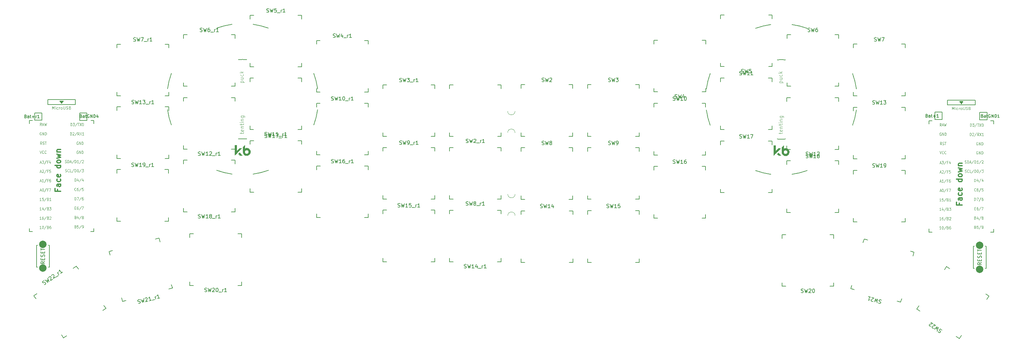
<source format=gbr>
%TF.GenerationSoftware,KiCad,Pcbnew,(6.0.5-0)*%
%TF.CreationDate,2022-07-02T18:36:44-07:00*%
%TF.ProjectId,Swept_3x6,53776570-745f-4337-9836-2e6b69636164,rev?*%
%TF.SameCoordinates,Original*%
%TF.FileFunction,Legend,Top*%
%TF.FilePolarity,Positive*%
%FSLAX46Y46*%
G04 Gerber Fmt 4.6, Leading zero omitted, Abs format (unit mm)*
G04 Created by KiCad (PCBNEW (6.0.5-0)) date 2022-07-02 18:36:44*
%MOMM*%
%LPD*%
G01*
G04 APERTURE LIST*
%ADD10C,0.300000*%
%ADD11C,0.125000*%
%ADD12C,0.120000*%
%ADD13C,0.150000*%
%ADD14C,0.100000*%
%ADD15C,0.200000*%
%ADD16C,0.010000*%
%ADD17C,2.000000*%
G04 APERTURE END LIST*
D10*
X269463057Y-71055857D02*
X269463057Y-71555857D01*
X270248771Y-71555857D02*
X268748771Y-71555857D01*
X268748771Y-70841571D01*
X270248771Y-69627285D02*
X269463057Y-69627285D01*
X269320200Y-69698714D01*
X269248771Y-69841571D01*
X269248771Y-70127285D01*
X269320200Y-70270142D01*
X270177342Y-69627285D02*
X270248771Y-69770142D01*
X270248771Y-70127285D01*
X270177342Y-70270142D01*
X270034485Y-70341571D01*
X269891628Y-70341571D01*
X269748771Y-70270142D01*
X269677342Y-70127285D01*
X269677342Y-69770142D01*
X269605914Y-69627285D01*
X270177342Y-68270142D02*
X270248771Y-68413000D01*
X270248771Y-68698714D01*
X270177342Y-68841571D01*
X270105914Y-68913000D01*
X269963057Y-68984428D01*
X269534485Y-68984428D01*
X269391628Y-68913000D01*
X269320200Y-68841571D01*
X269248771Y-68698714D01*
X269248771Y-68413000D01*
X269320200Y-68270142D01*
X270177342Y-67055857D02*
X270248771Y-67198714D01*
X270248771Y-67484428D01*
X270177342Y-67627285D01*
X270034485Y-67698714D01*
X269463057Y-67698714D01*
X269320200Y-67627285D01*
X269248771Y-67484428D01*
X269248771Y-67198714D01*
X269320200Y-67055857D01*
X269463057Y-66984428D01*
X269605914Y-66984428D01*
X269748771Y-67698714D01*
X270248771Y-64555857D02*
X268748771Y-64555857D01*
X270177342Y-64555857D02*
X270248771Y-64698714D01*
X270248771Y-64984428D01*
X270177342Y-65127285D01*
X270105914Y-65198714D01*
X269963057Y-65270142D01*
X269534485Y-65270142D01*
X269391628Y-65198714D01*
X269320200Y-65127285D01*
X269248771Y-64984428D01*
X269248771Y-64698714D01*
X269320200Y-64555857D01*
X270248771Y-63627285D02*
X270177342Y-63770142D01*
X270105914Y-63841571D01*
X269963057Y-63913000D01*
X269534485Y-63913000D01*
X269391628Y-63841571D01*
X269320200Y-63770142D01*
X269248771Y-63627285D01*
X269248771Y-63413000D01*
X269320200Y-63270142D01*
X269391628Y-63198714D01*
X269534485Y-63127285D01*
X269963057Y-63127285D01*
X270105914Y-63198714D01*
X270177342Y-63270142D01*
X270248771Y-63413000D01*
X270248771Y-63627285D01*
X269248771Y-62627285D02*
X270248771Y-62341571D01*
X269534485Y-62055857D01*
X270248771Y-61770142D01*
X269248771Y-61484428D01*
X269248771Y-60913000D02*
X270248771Y-60913000D01*
X269391628Y-60913000D02*
X269320200Y-60841571D01*
X269248771Y-60698714D01*
X269248771Y-60484428D01*
X269320200Y-60341571D01*
X269463057Y-60270142D01*
X270248771Y-60270142D01*
X25267457Y-67322057D02*
X25267457Y-67822057D01*
X26053171Y-67822057D02*
X24553171Y-67822057D01*
X24553171Y-67107771D01*
X26053171Y-65893485D02*
X25267457Y-65893485D01*
X25124600Y-65964914D01*
X25053171Y-66107771D01*
X25053171Y-66393485D01*
X25124600Y-66536342D01*
X25981742Y-65893485D02*
X26053171Y-66036342D01*
X26053171Y-66393485D01*
X25981742Y-66536342D01*
X25838885Y-66607771D01*
X25696028Y-66607771D01*
X25553171Y-66536342D01*
X25481742Y-66393485D01*
X25481742Y-66036342D01*
X25410314Y-65893485D01*
X25981742Y-64536342D02*
X26053171Y-64679200D01*
X26053171Y-64964914D01*
X25981742Y-65107771D01*
X25910314Y-65179200D01*
X25767457Y-65250628D01*
X25338885Y-65250628D01*
X25196028Y-65179200D01*
X25124600Y-65107771D01*
X25053171Y-64964914D01*
X25053171Y-64679200D01*
X25124600Y-64536342D01*
X25981742Y-63322057D02*
X26053171Y-63464914D01*
X26053171Y-63750628D01*
X25981742Y-63893485D01*
X25838885Y-63964914D01*
X25267457Y-63964914D01*
X25124600Y-63893485D01*
X25053171Y-63750628D01*
X25053171Y-63464914D01*
X25124600Y-63322057D01*
X25267457Y-63250628D01*
X25410314Y-63250628D01*
X25553171Y-63964914D01*
X26053171Y-60822057D02*
X24553171Y-60822057D01*
X25981742Y-60822057D02*
X26053171Y-60964914D01*
X26053171Y-61250628D01*
X25981742Y-61393485D01*
X25910314Y-61464914D01*
X25767457Y-61536342D01*
X25338885Y-61536342D01*
X25196028Y-61464914D01*
X25124600Y-61393485D01*
X25053171Y-61250628D01*
X25053171Y-60964914D01*
X25124600Y-60822057D01*
X26053171Y-59893485D02*
X25981742Y-60036342D01*
X25910314Y-60107771D01*
X25767457Y-60179200D01*
X25338885Y-60179200D01*
X25196028Y-60107771D01*
X25124600Y-60036342D01*
X25053171Y-59893485D01*
X25053171Y-59679200D01*
X25124600Y-59536342D01*
X25196028Y-59464914D01*
X25338885Y-59393485D01*
X25767457Y-59393485D01*
X25910314Y-59464914D01*
X25981742Y-59536342D01*
X26053171Y-59679200D01*
X26053171Y-59893485D01*
X25053171Y-58893485D02*
X26053171Y-58607771D01*
X25338885Y-58322057D01*
X26053171Y-58036342D01*
X25053171Y-57750628D01*
X25053171Y-57179200D02*
X26053171Y-57179200D01*
X25196028Y-57179200D02*
X25124600Y-57107771D01*
X25053171Y-56964914D01*
X25053171Y-56750628D01*
X25124600Y-56607771D01*
X25267457Y-56536342D01*
X26053171Y-56536342D01*
D11*
%TO.C,U1*%
X274492923Y-57053000D02*
X274429114Y-57017285D01*
X274333400Y-57017285D01*
X274237685Y-57053000D01*
X274173876Y-57124428D01*
X274141971Y-57195857D01*
X274110066Y-57338714D01*
X274110066Y-57445857D01*
X274141971Y-57588714D01*
X274173876Y-57660142D01*
X274237685Y-57731571D01*
X274333400Y-57767285D01*
X274397209Y-57767285D01*
X274492923Y-57731571D01*
X274524828Y-57695857D01*
X274524828Y-57445857D01*
X274397209Y-57445857D01*
X274811971Y-57767285D02*
X274811971Y-57017285D01*
X275194828Y-57767285D01*
X275194828Y-57017285D01*
X275513876Y-57767285D02*
X275513876Y-57017285D01*
X275673400Y-57017285D01*
X275769114Y-57053000D01*
X275832923Y-57124428D01*
X275864828Y-57195857D01*
X275896733Y-57338714D01*
X275896733Y-57445857D01*
X275864828Y-57588714D01*
X275832923Y-57660142D01*
X275769114Y-57731571D01*
X275673400Y-57767285D01*
X275513876Y-57767285D01*
X272464590Y-50217285D02*
X272464590Y-49467285D01*
X272624114Y-49467285D01*
X272719828Y-49503000D01*
X272783638Y-49574428D01*
X272815542Y-49645857D01*
X272847447Y-49788714D01*
X272847447Y-49895857D01*
X272815542Y-50038714D01*
X272783638Y-50110142D01*
X272719828Y-50181571D01*
X272624114Y-50217285D01*
X272464590Y-50217285D01*
X273070780Y-49467285D02*
X273485542Y-49467285D01*
X273262209Y-49753000D01*
X273357923Y-49753000D01*
X273421733Y-49788714D01*
X273453638Y-49824428D01*
X273485542Y-49895857D01*
X273485542Y-50074428D01*
X273453638Y-50145857D01*
X273421733Y-50181571D01*
X273357923Y-50217285D01*
X273166495Y-50217285D01*
X273102685Y-50181571D01*
X273070780Y-50145857D01*
X274251257Y-49431571D02*
X273676971Y-50395857D01*
X274378876Y-49467285D02*
X274761733Y-49467285D01*
X274570304Y-50217285D02*
X274570304Y-49467285D01*
X274921257Y-49467285D02*
X275367923Y-50217285D01*
X275367923Y-49467285D02*
X274921257Y-50217285D01*
X275750780Y-49467285D02*
X275814590Y-49467285D01*
X275878400Y-49503000D01*
X275910304Y-49538714D01*
X275942209Y-49610142D01*
X275974114Y-49753000D01*
X275974114Y-49931571D01*
X275942209Y-50074428D01*
X275910304Y-50145857D01*
X275878400Y-50181571D01*
X275814590Y-50217285D01*
X275750780Y-50217285D01*
X275686971Y-50181571D01*
X275655066Y-50145857D01*
X275623161Y-50074428D01*
X275591257Y-49931571D01*
X275591257Y-49753000D01*
X275623161Y-49610142D01*
X275655066Y-49538714D01*
X275686971Y-49503000D01*
X275750780Y-49467285D01*
X273620780Y-72524428D02*
X273844114Y-72524428D01*
X273939828Y-72917285D02*
X273620780Y-72917285D01*
X273620780Y-72167285D01*
X273939828Y-72167285D01*
X274514114Y-72167285D02*
X274386495Y-72167285D01*
X274322685Y-72203000D01*
X274290780Y-72238714D01*
X274226971Y-72345857D01*
X274195066Y-72488714D01*
X274195066Y-72774428D01*
X274226971Y-72845857D01*
X274258876Y-72881571D01*
X274322685Y-72917285D01*
X274450304Y-72917285D01*
X274514114Y-72881571D01*
X274546019Y-72845857D01*
X274577923Y-72774428D01*
X274577923Y-72595857D01*
X274546019Y-72524428D01*
X274514114Y-72488714D01*
X274450304Y-72453000D01*
X274322685Y-72453000D01*
X274258876Y-72488714D01*
X274226971Y-72524428D01*
X274195066Y-72595857D01*
X275343638Y-72131571D02*
X274769352Y-73095857D01*
X275503161Y-72167285D02*
X275949828Y-72167285D01*
X275662685Y-72917285D01*
X272384828Y-52767285D02*
X272384828Y-52017285D01*
X272544352Y-52017285D01*
X272640066Y-52053000D01*
X272703876Y-52124428D01*
X272735780Y-52195857D01*
X272767685Y-52338714D01*
X272767685Y-52445857D01*
X272735780Y-52588714D01*
X272703876Y-52660142D01*
X272640066Y-52731571D01*
X272544352Y-52767285D01*
X272384828Y-52767285D01*
X273022923Y-52088714D02*
X273054828Y-52053000D01*
X273118638Y-52017285D01*
X273278161Y-52017285D01*
X273341971Y-52053000D01*
X273373876Y-52088714D01*
X273405780Y-52160142D01*
X273405780Y-52231571D01*
X273373876Y-52338714D01*
X272991019Y-52767285D01*
X273405780Y-52767285D01*
X274171495Y-51981571D02*
X273597209Y-52945857D01*
X274777685Y-52767285D02*
X274554352Y-52410142D01*
X274394828Y-52767285D02*
X274394828Y-52017285D01*
X274650066Y-52017285D01*
X274713876Y-52053000D01*
X274745780Y-52088714D01*
X274777685Y-52160142D01*
X274777685Y-52267285D01*
X274745780Y-52338714D01*
X274713876Y-52374428D01*
X274650066Y-52410142D01*
X274394828Y-52410142D01*
X275001019Y-52017285D02*
X275447685Y-52767285D01*
X275447685Y-52017285D02*
X275001019Y-52767285D01*
X276053876Y-52767285D02*
X275671019Y-52767285D01*
X275862447Y-52767285D02*
X275862447Y-52017285D01*
X275798638Y-52124428D01*
X275734828Y-52195857D01*
X275671019Y-52231571D01*
X273588876Y-65267285D02*
X273588876Y-64517285D01*
X273748400Y-64517285D01*
X273844114Y-64553000D01*
X273907923Y-64624428D01*
X273939828Y-64695857D01*
X273971733Y-64838714D01*
X273971733Y-64945857D01*
X273939828Y-65088714D01*
X273907923Y-65160142D01*
X273844114Y-65231571D01*
X273748400Y-65267285D01*
X273588876Y-65267285D01*
X274546019Y-64767285D02*
X274546019Y-65267285D01*
X274386495Y-64481571D02*
X274226971Y-65017285D01*
X274641733Y-65017285D01*
X275375542Y-64481571D02*
X274801257Y-65445857D01*
X275886019Y-64767285D02*
X275886019Y-65267285D01*
X275726495Y-64481571D02*
X275566971Y-65017285D01*
X275981733Y-65017285D01*
X271014828Y-60231571D02*
X271110542Y-60267285D01*
X271270066Y-60267285D01*
X271333876Y-60231571D01*
X271365780Y-60195857D01*
X271397685Y-60124428D01*
X271397685Y-60053000D01*
X271365780Y-59981571D01*
X271333876Y-59945857D01*
X271270066Y-59910142D01*
X271142447Y-59874428D01*
X271078638Y-59838714D01*
X271046733Y-59803000D01*
X271014828Y-59731571D01*
X271014828Y-59660142D01*
X271046733Y-59588714D01*
X271078638Y-59553000D01*
X271142447Y-59517285D01*
X271301971Y-59517285D01*
X271397685Y-59553000D01*
X271684828Y-60267285D02*
X271684828Y-59517285D01*
X271844352Y-59517285D01*
X271940066Y-59553000D01*
X272003876Y-59624428D01*
X272035780Y-59695857D01*
X272067685Y-59838714D01*
X272067685Y-59945857D01*
X272035780Y-60088714D01*
X272003876Y-60160142D01*
X271940066Y-60231571D01*
X271844352Y-60267285D01*
X271684828Y-60267285D01*
X272322923Y-60053000D02*
X272641971Y-60053000D01*
X272259114Y-60267285D02*
X272482447Y-59517285D01*
X272705780Y-60267285D01*
X273407685Y-59481571D02*
X272833400Y-60445857D01*
X273631019Y-60267285D02*
X273631019Y-59517285D01*
X273790542Y-59517285D01*
X273886257Y-59553000D01*
X273950066Y-59624428D01*
X273981971Y-59695857D01*
X274013876Y-59838714D01*
X274013876Y-59945857D01*
X273981971Y-60088714D01*
X273950066Y-60160142D01*
X273886257Y-60231571D01*
X273790542Y-60267285D01*
X273631019Y-60267285D01*
X274651971Y-60267285D02*
X274269114Y-60267285D01*
X274460542Y-60267285D02*
X274460542Y-59517285D01*
X274396733Y-59624428D01*
X274332923Y-59695857D01*
X274269114Y-59731571D01*
X275417685Y-59481571D02*
X274843400Y-60445857D01*
X275609114Y-59588714D02*
X275641019Y-59553000D01*
X275704828Y-59517285D01*
X275864352Y-59517285D01*
X275928161Y-59553000D01*
X275960066Y-59588714D01*
X275991971Y-59660142D01*
X275991971Y-59731571D01*
X275960066Y-59838714D01*
X275577209Y-60267285D01*
X275991971Y-60267285D01*
X264217685Y-60203000D02*
X264536733Y-60203000D01*
X264153876Y-60417285D02*
X264377209Y-59667285D01*
X264600542Y-60417285D01*
X264760066Y-59667285D02*
X265174828Y-59667285D01*
X264951495Y-59953000D01*
X265047209Y-59953000D01*
X265111019Y-59988714D01*
X265142923Y-60024428D01*
X265174828Y-60095857D01*
X265174828Y-60274428D01*
X265142923Y-60345857D01*
X265111019Y-60381571D01*
X265047209Y-60417285D01*
X264855780Y-60417285D01*
X264791971Y-60381571D01*
X264760066Y-60345857D01*
X265940542Y-59631571D02*
X265366257Y-60595857D01*
X266387209Y-60024428D02*
X266163876Y-60024428D01*
X266163876Y-60417285D02*
X266163876Y-59667285D01*
X266482923Y-59667285D01*
X267025304Y-59917285D02*
X267025304Y-60417285D01*
X266865780Y-59631571D02*
X266706257Y-60167285D01*
X267121019Y-60167285D01*
X273812209Y-75074428D02*
X273907923Y-75110142D01*
X273939828Y-75145857D01*
X273971733Y-75217285D01*
X273971733Y-75324428D01*
X273939828Y-75395857D01*
X273907923Y-75431571D01*
X273844114Y-75467285D01*
X273588876Y-75467285D01*
X273588876Y-74717285D01*
X273812209Y-74717285D01*
X273876019Y-74753000D01*
X273907923Y-74788714D01*
X273939828Y-74860142D01*
X273939828Y-74931571D01*
X273907923Y-75003000D01*
X273876019Y-75038714D01*
X273812209Y-75074428D01*
X273588876Y-75074428D01*
X274546019Y-74967285D02*
X274546019Y-75467285D01*
X274386495Y-74681571D02*
X274226971Y-75217285D01*
X274641733Y-75217285D01*
X275375542Y-74681571D02*
X274801257Y-75645857D01*
X275694590Y-75038714D02*
X275630780Y-75003000D01*
X275598876Y-74967285D01*
X275566971Y-74895857D01*
X275566971Y-74860142D01*
X275598876Y-74788714D01*
X275630780Y-74753000D01*
X275694590Y-74717285D01*
X275822209Y-74717285D01*
X275886019Y-74753000D01*
X275917923Y-74788714D01*
X275949828Y-74860142D01*
X275949828Y-74895857D01*
X275917923Y-74967285D01*
X275886019Y-75003000D01*
X275822209Y-75038714D01*
X275694590Y-75038714D01*
X275630780Y-75074428D01*
X275598876Y-75110142D01*
X275566971Y-75181571D01*
X275566971Y-75324428D01*
X275598876Y-75395857D01*
X275630780Y-75431571D01*
X275694590Y-75467285D01*
X275822209Y-75467285D01*
X275886019Y-75431571D01*
X275917923Y-75395857D01*
X275949828Y-75324428D01*
X275949828Y-75181571D01*
X275917923Y-75110142D01*
X275886019Y-75074428D01*
X275822209Y-75038714D01*
D12*
X267551971Y-45717285D02*
X267551971Y-44967285D01*
X267801971Y-45503000D01*
X268051971Y-44967285D01*
X268051971Y-45717285D01*
X268409114Y-45717285D02*
X268409114Y-45217285D01*
X268409114Y-44967285D02*
X268373400Y-45003000D01*
X268409114Y-45038714D01*
X268444828Y-45003000D01*
X268409114Y-44967285D01*
X268409114Y-45038714D01*
X269087685Y-45681571D02*
X269016257Y-45717285D01*
X268873400Y-45717285D01*
X268801971Y-45681571D01*
X268766257Y-45645857D01*
X268730542Y-45574428D01*
X268730542Y-45360142D01*
X268766257Y-45288714D01*
X268801971Y-45253000D01*
X268873400Y-45217285D01*
X269016257Y-45217285D01*
X269087685Y-45253000D01*
X269409114Y-45717285D02*
X269409114Y-45217285D01*
X269409114Y-45360142D02*
X269444828Y-45288714D01*
X269480542Y-45253000D01*
X269551971Y-45217285D01*
X269623400Y-45217285D01*
X269980542Y-45717285D02*
X269909114Y-45681571D01*
X269873400Y-45645857D01*
X269837685Y-45574428D01*
X269837685Y-45360142D01*
X269873400Y-45288714D01*
X269909114Y-45253000D01*
X269980542Y-45217285D01*
X270087685Y-45217285D01*
X270159114Y-45253000D01*
X270194828Y-45288714D01*
X270230542Y-45360142D01*
X270230542Y-45574428D01*
X270194828Y-45645857D01*
X270159114Y-45681571D01*
X270087685Y-45717285D01*
X269980542Y-45717285D01*
X270551971Y-44967285D02*
X270551971Y-45574428D01*
X270587685Y-45645857D01*
X270623400Y-45681571D01*
X270694828Y-45717285D01*
X270837685Y-45717285D01*
X270909114Y-45681571D01*
X270944828Y-45645857D01*
X270980542Y-45574428D01*
X270980542Y-44967285D01*
X271301971Y-45681571D02*
X271409114Y-45717285D01*
X271587685Y-45717285D01*
X271659114Y-45681571D01*
X271694828Y-45645857D01*
X271730542Y-45574428D01*
X271730542Y-45503000D01*
X271694828Y-45431571D01*
X271659114Y-45395857D01*
X271587685Y-45360142D01*
X271444828Y-45324428D01*
X271373400Y-45288714D01*
X271337685Y-45253000D01*
X271301971Y-45181571D01*
X271301971Y-45110142D01*
X271337685Y-45038714D01*
X271373400Y-45003000D01*
X271444828Y-44967285D01*
X271623400Y-44967285D01*
X271730542Y-45003000D01*
X272301971Y-45324428D02*
X272409114Y-45360142D01*
X272444828Y-45395857D01*
X272480542Y-45467285D01*
X272480542Y-45574428D01*
X272444828Y-45645857D01*
X272409114Y-45681571D01*
X272337685Y-45717285D01*
X272051971Y-45717285D01*
X272051971Y-44967285D01*
X272301971Y-44967285D01*
X272373400Y-45003000D01*
X272409114Y-45038714D01*
X272444828Y-45110142D01*
X272444828Y-45181571D01*
X272409114Y-45253000D01*
X272373400Y-45288714D01*
X272301971Y-45324428D01*
X272051971Y-45324428D01*
X267551971Y-45717285D02*
X267551971Y-44967285D01*
X267801971Y-45503000D01*
X268051971Y-44967285D01*
X268051971Y-45717285D01*
X268409114Y-45717285D02*
X268409114Y-45217285D01*
X268409114Y-44967285D02*
X268373400Y-45003000D01*
X268409114Y-45038714D01*
X268444828Y-45003000D01*
X268409114Y-44967285D01*
X268409114Y-45038714D01*
X269087685Y-45681571D02*
X269016257Y-45717285D01*
X268873400Y-45717285D01*
X268801971Y-45681571D01*
X268766257Y-45645857D01*
X268730542Y-45574428D01*
X268730542Y-45360142D01*
X268766257Y-45288714D01*
X268801971Y-45253000D01*
X268873400Y-45217285D01*
X269016257Y-45217285D01*
X269087685Y-45253000D01*
X269409114Y-45717285D02*
X269409114Y-45217285D01*
X269409114Y-45360142D02*
X269444828Y-45288714D01*
X269480542Y-45253000D01*
X269551971Y-45217285D01*
X269623400Y-45217285D01*
X269980542Y-45717285D02*
X269909114Y-45681571D01*
X269873400Y-45645857D01*
X269837685Y-45574428D01*
X269837685Y-45360142D01*
X269873400Y-45288714D01*
X269909114Y-45253000D01*
X269980542Y-45217285D01*
X270087685Y-45217285D01*
X270159114Y-45253000D01*
X270194828Y-45288714D01*
X270230542Y-45360142D01*
X270230542Y-45574428D01*
X270194828Y-45645857D01*
X270159114Y-45681571D01*
X270087685Y-45717285D01*
X269980542Y-45717285D01*
X270551971Y-44967285D02*
X270551971Y-45574428D01*
X270587685Y-45645857D01*
X270623400Y-45681571D01*
X270694828Y-45717285D01*
X270837685Y-45717285D01*
X270909114Y-45681571D01*
X270944828Y-45645857D01*
X270980542Y-45574428D01*
X270980542Y-44967285D01*
X271301971Y-45681571D02*
X271409114Y-45717285D01*
X271587685Y-45717285D01*
X271659114Y-45681571D01*
X271694828Y-45645857D01*
X271730542Y-45574428D01*
X271730542Y-45503000D01*
X271694828Y-45431571D01*
X271659114Y-45395857D01*
X271587685Y-45360142D01*
X271444828Y-45324428D01*
X271373400Y-45288714D01*
X271337685Y-45253000D01*
X271301971Y-45181571D01*
X271301971Y-45110142D01*
X271337685Y-45038714D01*
X271373400Y-45003000D01*
X271444828Y-44967285D01*
X271623400Y-44967285D01*
X271730542Y-45003000D01*
X272301971Y-45324428D02*
X272409114Y-45360142D01*
X272444828Y-45395857D01*
X272480542Y-45467285D01*
X272480542Y-45574428D01*
X272444828Y-45645857D01*
X272409114Y-45681571D01*
X272337685Y-45717285D01*
X272051971Y-45717285D01*
X272051971Y-44967285D01*
X272301971Y-44967285D01*
X272373400Y-45003000D01*
X272409114Y-45038714D01*
X272444828Y-45110142D01*
X272444828Y-45181571D01*
X272409114Y-45253000D01*
X272373400Y-45288714D01*
X272301971Y-45324428D01*
X272051971Y-45324428D01*
D11*
X264217685Y-65203000D02*
X264536733Y-65203000D01*
X264153876Y-65417285D02*
X264377209Y-64667285D01*
X264600542Y-65417285D01*
X265174828Y-65417285D02*
X264791971Y-65417285D01*
X264983400Y-65417285D02*
X264983400Y-64667285D01*
X264919590Y-64774428D01*
X264855780Y-64845857D01*
X264791971Y-64881571D01*
X265940542Y-64631571D02*
X265366257Y-65595857D01*
X266387209Y-65024428D02*
X266163876Y-65024428D01*
X266163876Y-65417285D02*
X266163876Y-64667285D01*
X266482923Y-64667285D01*
X267025304Y-64667285D02*
X266897685Y-64667285D01*
X266833876Y-64703000D01*
X266801971Y-64738714D01*
X266738161Y-64845857D01*
X266706257Y-64988714D01*
X266706257Y-65274428D01*
X266738161Y-65345857D01*
X266770066Y-65381571D01*
X266833876Y-65417285D01*
X266961495Y-65417285D01*
X267025304Y-65381571D01*
X267057209Y-65345857D01*
X267089114Y-65274428D01*
X267089114Y-65095857D01*
X267057209Y-65024428D01*
X267025304Y-64988714D01*
X266961495Y-64953000D01*
X266833876Y-64953000D01*
X266770066Y-64988714D01*
X266738161Y-65024428D01*
X266706257Y-65095857D01*
X264520780Y-70517285D02*
X264137923Y-70517285D01*
X264329352Y-70517285D02*
X264329352Y-69767285D01*
X264265542Y-69874428D01*
X264201733Y-69945857D01*
X264137923Y-69981571D01*
X265126971Y-69767285D02*
X264807923Y-69767285D01*
X264776019Y-70124428D01*
X264807923Y-70088714D01*
X264871733Y-70053000D01*
X265031257Y-70053000D01*
X265095066Y-70088714D01*
X265126971Y-70124428D01*
X265158876Y-70195857D01*
X265158876Y-70374428D01*
X265126971Y-70445857D01*
X265095066Y-70481571D01*
X265031257Y-70517285D01*
X264871733Y-70517285D01*
X264807923Y-70481571D01*
X264776019Y-70445857D01*
X265924590Y-69731571D02*
X265350304Y-70695857D01*
X266371257Y-70124428D02*
X266466971Y-70160142D01*
X266498876Y-70195857D01*
X266530780Y-70267285D01*
X266530780Y-70374428D01*
X266498876Y-70445857D01*
X266466971Y-70481571D01*
X266403161Y-70517285D01*
X266147923Y-70517285D01*
X266147923Y-69767285D01*
X266371257Y-69767285D01*
X266435066Y-69803000D01*
X266466971Y-69838714D01*
X266498876Y-69910142D01*
X266498876Y-69981571D01*
X266466971Y-70053000D01*
X266435066Y-70088714D01*
X266371257Y-70124428D01*
X266147923Y-70124428D01*
X267168876Y-70517285D02*
X266786019Y-70517285D01*
X266977447Y-70517285D02*
X266977447Y-69767285D01*
X266913638Y-69874428D01*
X266849828Y-69945857D01*
X266786019Y-69981571D01*
X274492923Y-54603000D02*
X274429114Y-54567285D01*
X274333400Y-54567285D01*
X274237685Y-54603000D01*
X274173876Y-54674428D01*
X274141971Y-54745857D01*
X274110066Y-54888714D01*
X274110066Y-54995857D01*
X274141971Y-55138714D01*
X274173876Y-55210142D01*
X274237685Y-55281571D01*
X274333400Y-55317285D01*
X274397209Y-55317285D01*
X274492923Y-55281571D01*
X274524828Y-55245857D01*
X274524828Y-54995857D01*
X274397209Y-54995857D01*
X274811971Y-55317285D02*
X274811971Y-54567285D01*
X275194828Y-55317285D01*
X275194828Y-54567285D01*
X275513876Y-55317285D02*
X275513876Y-54567285D01*
X275673400Y-54567285D01*
X275769114Y-54603000D01*
X275832923Y-54674428D01*
X275864828Y-54745857D01*
X275896733Y-54888714D01*
X275896733Y-54995857D01*
X275864828Y-55138714D01*
X275832923Y-55210142D01*
X275769114Y-55281571D01*
X275673400Y-55317285D01*
X275513876Y-55317285D01*
X273588876Y-70367285D02*
X273588876Y-69617285D01*
X273748400Y-69617285D01*
X273844114Y-69653000D01*
X273907923Y-69724428D01*
X273939828Y-69795857D01*
X273971733Y-69938714D01*
X273971733Y-70045857D01*
X273939828Y-70188714D01*
X273907923Y-70260142D01*
X273844114Y-70331571D01*
X273748400Y-70367285D01*
X273588876Y-70367285D01*
X274195066Y-69617285D02*
X274641733Y-69617285D01*
X274354590Y-70367285D01*
X275375542Y-69581571D02*
X274801257Y-70545857D01*
X275886019Y-69617285D02*
X275758400Y-69617285D01*
X275694590Y-69653000D01*
X275662685Y-69688714D01*
X275598876Y-69795857D01*
X275566971Y-69938714D01*
X275566971Y-70224428D01*
X275598876Y-70295857D01*
X275630780Y-70331571D01*
X275694590Y-70367285D01*
X275822209Y-70367285D01*
X275886019Y-70331571D01*
X275917923Y-70295857D01*
X275949828Y-70224428D01*
X275949828Y-70045857D01*
X275917923Y-69974428D01*
X275886019Y-69938714D01*
X275822209Y-69903000D01*
X275694590Y-69903000D01*
X275630780Y-69938714D01*
X275598876Y-69974428D01*
X275566971Y-70045857D01*
X264520780Y-75617285D02*
X264137923Y-75617285D01*
X264329352Y-75617285D02*
X264329352Y-74867285D01*
X264265542Y-74974428D01*
X264201733Y-75045857D01*
X264137923Y-75081571D01*
X265095066Y-74867285D02*
X264967447Y-74867285D01*
X264903638Y-74903000D01*
X264871733Y-74938714D01*
X264807923Y-75045857D01*
X264776019Y-75188714D01*
X264776019Y-75474428D01*
X264807923Y-75545857D01*
X264839828Y-75581571D01*
X264903638Y-75617285D01*
X265031257Y-75617285D01*
X265095066Y-75581571D01*
X265126971Y-75545857D01*
X265158876Y-75474428D01*
X265158876Y-75295857D01*
X265126971Y-75224428D01*
X265095066Y-75188714D01*
X265031257Y-75153000D01*
X264903638Y-75153000D01*
X264839828Y-75188714D01*
X264807923Y-75224428D01*
X264776019Y-75295857D01*
X265924590Y-74831571D02*
X265350304Y-75795857D01*
X266371257Y-75224428D02*
X266466971Y-75260142D01*
X266498876Y-75295857D01*
X266530780Y-75367285D01*
X266530780Y-75474428D01*
X266498876Y-75545857D01*
X266466971Y-75581571D01*
X266403161Y-75617285D01*
X266147923Y-75617285D01*
X266147923Y-74867285D01*
X266371257Y-74867285D01*
X266435066Y-74903000D01*
X266466971Y-74938714D01*
X266498876Y-75010142D01*
X266498876Y-75081571D01*
X266466971Y-75153000D01*
X266435066Y-75188714D01*
X266371257Y-75224428D01*
X266147923Y-75224428D01*
X266786019Y-74938714D02*
X266817923Y-74903000D01*
X266881733Y-74867285D01*
X267041257Y-74867285D01*
X267105066Y-74903000D01*
X267136971Y-74938714D01*
X267168876Y-75010142D01*
X267168876Y-75081571D01*
X267136971Y-75188714D01*
X266754114Y-75617285D01*
X267168876Y-75617285D01*
X273971733Y-67745857D02*
X273939828Y-67781571D01*
X273844114Y-67817285D01*
X273780304Y-67817285D01*
X273684590Y-67781571D01*
X273620780Y-67710142D01*
X273588876Y-67638714D01*
X273556971Y-67495857D01*
X273556971Y-67388714D01*
X273588876Y-67245857D01*
X273620780Y-67174428D01*
X273684590Y-67103000D01*
X273780304Y-67067285D01*
X273844114Y-67067285D01*
X273939828Y-67103000D01*
X273971733Y-67138714D01*
X274546019Y-67067285D02*
X274418400Y-67067285D01*
X274354590Y-67103000D01*
X274322685Y-67138714D01*
X274258876Y-67245857D01*
X274226971Y-67388714D01*
X274226971Y-67674428D01*
X274258876Y-67745857D01*
X274290780Y-67781571D01*
X274354590Y-67817285D01*
X274482209Y-67817285D01*
X274546019Y-67781571D01*
X274577923Y-67745857D01*
X274609828Y-67674428D01*
X274609828Y-67495857D01*
X274577923Y-67424428D01*
X274546019Y-67388714D01*
X274482209Y-67353000D01*
X274354590Y-67353000D01*
X274290780Y-67388714D01*
X274258876Y-67424428D01*
X274226971Y-67495857D01*
X275375542Y-67031571D02*
X274801257Y-67995857D01*
X275917923Y-67067285D02*
X275598876Y-67067285D01*
X275566971Y-67424428D01*
X275598876Y-67388714D01*
X275662685Y-67353000D01*
X275822209Y-67353000D01*
X275886019Y-67388714D01*
X275917923Y-67424428D01*
X275949828Y-67495857D01*
X275949828Y-67674428D01*
X275917923Y-67745857D01*
X275886019Y-67781571D01*
X275822209Y-67817285D01*
X275662685Y-67817285D01*
X275598876Y-67781571D01*
X275566971Y-67745857D01*
X264686495Y-55267285D02*
X264463161Y-54910142D01*
X264303638Y-55267285D02*
X264303638Y-54517285D01*
X264558876Y-54517285D01*
X264622685Y-54553000D01*
X264654590Y-54588714D01*
X264686495Y-54660142D01*
X264686495Y-54767285D01*
X264654590Y-54838714D01*
X264622685Y-54874428D01*
X264558876Y-54910142D01*
X264303638Y-54910142D01*
X264941733Y-55231571D02*
X265037447Y-55267285D01*
X265196971Y-55267285D01*
X265260780Y-55231571D01*
X265292685Y-55195857D01*
X265324590Y-55124428D01*
X265324590Y-55053000D01*
X265292685Y-54981571D01*
X265260780Y-54945857D01*
X265196971Y-54910142D01*
X265069352Y-54874428D01*
X265005542Y-54838714D01*
X264973638Y-54803000D01*
X264941733Y-54731571D01*
X264941733Y-54660142D01*
X264973638Y-54588714D01*
X265005542Y-54553000D01*
X265069352Y-54517285D01*
X265228876Y-54517285D01*
X265324590Y-54553000D01*
X265516019Y-54517285D02*
X265898876Y-54517285D01*
X265707447Y-55267285D02*
X265707447Y-54517285D01*
X264160066Y-56967285D02*
X264383400Y-57717285D01*
X264606733Y-56967285D01*
X265212923Y-57645857D02*
X265181019Y-57681571D01*
X265085304Y-57717285D01*
X265021495Y-57717285D01*
X264925780Y-57681571D01*
X264861971Y-57610142D01*
X264830066Y-57538714D01*
X264798161Y-57395857D01*
X264798161Y-57288714D01*
X264830066Y-57145857D01*
X264861971Y-57074428D01*
X264925780Y-57003000D01*
X265021495Y-56967285D01*
X265085304Y-56967285D01*
X265181019Y-57003000D01*
X265212923Y-57038714D01*
X265882923Y-57645857D02*
X265851019Y-57681571D01*
X265755304Y-57717285D01*
X265691495Y-57717285D01*
X265595780Y-57681571D01*
X265531971Y-57610142D01*
X265500066Y-57538714D01*
X265468161Y-57395857D01*
X265468161Y-57288714D01*
X265500066Y-57145857D01*
X265531971Y-57074428D01*
X265595780Y-57003000D01*
X265691495Y-56967285D01*
X265755304Y-56967285D01*
X265851019Y-57003000D01*
X265882923Y-57038714D01*
X264217685Y-62703000D02*
X264536733Y-62703000D01*
X264153876Y-62917285D02*
X264377209Y-62167285D01*
X264600542Y-62917285D01*
X264791971Y-62238714D02*
X264823876Y-62203000D01*
X264887685Y-62167285D01*
X265047209Y-62167285D01*
X265111019Y-62203000D01*
X265142923Y-62238714D01*
X265174828Y-62310142D01*
X265174828Y-62381571D01*
X265142923Y-62488714D01*
X264760066Y-62917285D01*
X265174828Y-62917285D01*
X265940542Y-62131571D02*
X265366257Y-63095857D01*
X266387209Y-62524428D02*
X266163876Y-62524428D01*
X266163876Y-62917285D02*
X266163876Y-62167285D01*
X266482923Y-62167285D01*
X267057209Y-62167285D02*
X266738161Y-62167285D01*
X266706257Y-62524428D01*
X266738161Y-62488714D01*
X266801971Y-62453000D01*
X266961495Y-62453000D01*
X267025304Y-62488714D01*
X267057209Y-62524428D01*
X267089114Y-62595857D01*
X267089114Y-62774428D01*
X267057209Y-62845857D01*
X267025304Y-62881571D01*
X266961495Y-62917285D01*
X266801971Y-62917285D01*
X266738161Y-62881571D01*
X266706257Y-62845857D01*
X264590780Y-50167285D02*
X264367447Y-49810142D01*
X264207923Y-50167285D02*
X264207923Y-49417285D01*
X264463161Y-49417285D01*
X264526971Y-49453000D01*
X264558876Y-49488714D01*
X264590780Y-49560142D01*
X264590780Y-49667285D01*
X264558876Y-49738714D01*
X264526971Y-49774428D01*
X264463161Y-49810142D01*
X264207923Y-49810142D01*
X264846019Y-49953000D02*
X265165066Y-49953000D01*
X264782209Y-50167285D02*
X265005542Y-49417285D01*
X265228876Y-50167285D01*
X265388400Y-49417285D02*
X265547923Y-50167285D01*
X265675542Y-49631571D01*
X265803161Y-50167285D01*
X265962685Y-49417285D01*
X264520780Y-78117285D02*
X264137923Y-78117285D01*
X264329352Y-78117285D02*
X264329352Y-77367285D01*
X264265542Y-77474428D01*
X264201733Y-77545857D01*
X264137923Y-77581571D01*
X264935542Y-77367285D02*
X264999352Y-77367285D01*
X265063161Y-77403000D01*
X265095066Y-77438714D01*
X265126971Y-77510142D01*
X265158876Y-77653000D01*
X265158876Y-77831571D01*
X265126971Y-77974428D01*
X265095066Y-78045857D01*
X265063161Y-78081571D01*
X264999352Y-78117285D01*
X264935542Y-78117285D01*
X264871733Y-78081571D01*
X264839828Y-78045857D01*
X264807923Y-77974428D01*
X264776019Y-77831571D01*
X264776019Y-77653000D01*
X264807923Y-77510142D01*
X264839828Y-77438714D01*
X264871733Y-77403000D01*
X264935542Y-77367285D01*
X265924590Y-77331571D02*
X265350304Y-78295857D01*
X266371257Y-77724428D02*
X266466971Y-77760142D01*
X266498876Y-77795857D01*
X266530780Y-77867285D01*
X266530780Y-77974428D01*
X266498876Y-78045857D01*
X266466971Y-78081571D01*
X266403161Y-78117285D01*
X266147923Y-78117285D01*
X266147923Y-77367285D01*
X266371257Y-77367285D01*
X266435066Y-77403000D01*
X266466971Y-77438714D01*
X266498876Y-77510142D01*
X266498876Y-77581571D01*
X266466971Y-77653000D01*
X266435066Y-77688714D01*
X266371257Y-77724428D01*
X266147923Y-77724428D01*
X267105066Y-77367285D02*
X266977447Y-77367285D01*
X266913638Y-77403000D01*
X266881733Y-77438714D01*
X266817923Y-77545857D01*
X266786019Y-77688714D01*
X266786019Y-77974428D01*
X266817923Y-78045857D01*
X266849828Y-78081571D01*
X266913638Y-78117285D01*
X267041257Y-78117285D01*
X267105066Y-78081571D01*
X267136971Y-78045857D01*
X267168876Y-77974428D01*
X267168876Y-77795857D01*
X267136971Y-77724428D01*
X267105066Y-77688714D01*
X267041257Y-77653000D01*
X266913638Y-77653000D01*
X266849828Y-77688714D01*
X266817923Y-77724428D01*
X266786019Y-77795857D01*
X264217685Y-67753000D02*
X264536733Y-67753000D01*
X264153876Y-67967285D02*
X264377209Y-67217285D01*
X264600542Y-67967285D01*
X264951495Y-67217285D02*
X265015304Y-67217285D01*
X265079114Y-67253000D01*
X265111019Y-67288714D01*
X265142923Y-67360142D01*
X265174828Y-67503000D01*
X265174828Y-67681571D01*
X265142923Y-67824428D01*
X265111019Y-67895857D01*
X265079114Y-67931571D01*
X265015304Y-67967285D01*
X264951495Y-67967285D01*
X264887685Y-67931571D01*
X264855780Y-67895857D01*
X264823876Y-67824428D01*
X264791971Y-67681571D01*
X264791971Y-67503000D01*
X264823876Y-67360142D01*
X264855780Y-67288714D01*
X264887685Y-67253000D01*
X264951495Y-67217285D01*
X265940542Y-67181571D02*
X265366257Y-68145857D01*
X266387209Y-67574428D02*
X266163876Y-67574428D01*
X266163876Y-67967285D02*
X266163876Y-67217285D01*
X266482923Y-67217285D01*
X266674352Y-67217285D02*
X267121019Y-67217285D01*
X266833876Y-67967285D01*
X271030780Y-62731571D02*
X271126495Y-62767285D01*
X271286019Y-62767285D01*
X271349828Y-62731571D01*
X271381733Y-62695857D01*
X271413638Y-62624428D01*
X271413638Y-62553000D01*
X271381733Y-62481571D01*
X271349828Y-62445857D01*
X271286019Y-62410142D01*
X271158400Y-62374428D01*
X271094590Y-62338714D01*
X271062685Y-62303000D01*
X271030780Y-62231571D01*
X271030780Y-62160142D01*
X271062685Y-62088714D01*
X271094590Y-62053000D01*
X271158400Y-62017285D01*
X271317923Y-62017285D01*
X271413638Y-62053000D01*
X272083638Y-62695857D02*
X272051733Y-62731571D01*
X271956019Y-62767285D01*
X271892209Y-62767285D01*
X271796495Y-62731571D01*
X271732685Y-62660142D01*
X271700780Y-62588714D01*
X271668876Y-62445857D01*
X271668876Y-62338714D01*
X271700780Y-62195857D01*
X271732685Y-62124428D01*
X271796495Y-62053000D01*
X271892209Y-62017285D01*
X271956019Y-62017285D01*
X272051733Y-62053000D01*
X272083638Y-62088714D01*
X272689828Y-62767285D02*
X272370780Y-62767285D01*
X272370780Y-62017285D01*
X273391733Y-61981571D02*
X272817447Y-62945857D01*
X273615066Y-62767285D02*
X273615066Y-62017285D01*
X273774590Y-62017285D01*
X273870304Y-62053000D01*
X273934114Y-62124428D01*
X273966019Y-62195857D01*
X273997923Y-62338714D01*
X273997923Y-62445857D01*
X273966019Y-62588714D01*
X273934114Y-62660142D01*
X273870304Y-62731571D01*
X273774590Y-62767285D01*
X273615066Y-62767285D01*
X274412685Y-62017285D02*
X274476495Y-62017285D01*
X274540304Y-62053000D01*
X274572209Y-62088714D01*
X274604114Y-62160142D01*
X274636019Y-62303000D01*
X274636019Y-62481571D01*
X274604114Y-62624428D01*
X274572209Y-62695857D01*
X274540304Y-62731571D01*
X274476495Y-62767285D01*
X274412685Y-62767285D01*
X274348876Y-62731571D01*
X274316971Y-62695857D01*
X274285066Y-62624428D01*
X274253161Y-62481571D01*
X274253161Y-62303000D01*
X274285066Y-62160142D01*
X274316971Y-62088714D01*
X274348876Y-62053000D01*
X274412685Y-62017285D01*
X275401733Y-61981571D02*
X274827447Y-62945857D01*
X275561257Y-62017285D02*
X275976019Y-62017285D01*
X275752685Y-62303000D01*
X275848400Y-62303000D01*
X275912209Y-62338714D01*
X275944114Y-62374428D01*
X275976019Y-62445857D01*
X275976019Y-62624428D01*
X275944114Y-62695857D01*
X275912209Y-62731571D01*
X275848400Y-62767285D01*
X275656971Y-62767285D01*
X275593161Y-62731571D01*
X275561257Y-62695857D01*
X273812209Y-77574428D02*
X273907923Y-77610142D01*
X273939828Y-77645857D01*
X273971733Y-77717285D01*
X273971733Y-77824428D01*
X273939828Y-77895857D01*
X273907923Y-77931571D01*
X273844114Y-77967285D01*
X273588876Y-77967285D01*
X273588876Y-77217285D01*
X273812209Y-77217285D01*
X273876019Y-77253000D01*
X273907923Y-77288714D01*
X273939828Y-77360142D01*
X273939828Y-77431571D01*
X273907923Y-77503000D01*
X273876019Y-77538714D01*
X273812209Y-77574428D01*
X273588876Y-77574428D01*
X274577923Y-77217285D02*
X274258876Y-77217285D01*
X274226971Y-77574428D01*
X274258876Y-77538714D01*
X274322685Y-77503000D01*
X274482209Y-77503000D01*
X274546019Y-77538714D01*
X274577923Y-77574428D01*
X274609828Y-77645857D01*
X274609828Y-77824428D01*
X274577923Y-77895857D01*
X274546019Y-77931571D01*
X274482209Y-77967285D01*
X274322685Y-77967285D01*
X274258876Y-77931571D01*
X274226971Y-77895857D01*
X275375542Y-77181571D02*
X274801257Y-78145857D01*
X275630780Y-77967285D02*
X275758400Y-77967285D01*
X275822209Y-77931571D01*
X275854114Y-77895857D01*
X275917923Y-77788714D01*
X275949828Y-77645857D01*
X275949828Y-77360142D01*
X275917923Y-77288714D01*
X275886019Y-77253000D01*
X275822209Y-77217285D01*
X275694590Y-77217285D01*
X275630780Y-77253000D01*
X275598876Y-77288714D01*
X275566971Y-77360142D01*
X275566971Y-77538714D01*
X275598876Y-77610142D01*
X275630780Y-77645857D01*
X275694590Y-77681571D01*
X275822209Y-77681571D01*
X275886019Y-77645857D01*
X275917923Y-77610142D01*
X275949828Y-77538714D01*
X264520780Y-73067285D02*
X264137923Y-73067285D01*
X264329352Y-73067285D02*
X264329352Y-72317285D01*
X264265542Y-72424428D01*
X264201733Y-72495857D01*
X264137923Y-72531571D01*
X265095066Y-72567285D02*
X265095066Y-73067285D01*
X264935542Y-72281571D02*
X264776019Y-72817285D01*
X265190780Y-72817285D01*
X265924590Y-72281571D02*
X265350304Y-73245857D01*
X266371257Y-72674428D02*
X266466971Y-72710142D01*
X266498876Y-72745857D01*
X266530780Y-72817285D01*
X266530780Y-72924428D01*
X266498876Y-72995857D01*
X266466971Y-73031571D01*
X266403161Y-73067285D01*
X266147923Y-73067285D01*
X266147923Y-72317285D01*
X266371257Y-72317285D01*
X266435066Y-72353000D01*
X266466971Y-72388714D01*
X266498876Y-72460142D01*
X266498876Y-72531571D01*
X266466971Y-72603000D01*
X266435066Y-72638714D01*
X266371257Y-72674428D01*
X266147923Y-72674428D01*
X266754114Y-72317285D02*
X267168876Y-72317285D01*
X266945542Y-72603000D01*
X267041257Y-72603000D01*
X267105066Y-72638714D01*
X267136971Y-72674428D01*
X267168876Y-72745857D01*
X267168876Y-72924428D01*
X267136971Y-72995857D01*
X267105066Y-73031571D01*
X267041257Y-73067285D01*
X266849828Y-73067285D01*
X266786019Y-73031571D01*
X266754114Y-72995857D01*
X264542923Y-52003000D02*
X264479114Y-51967285D01*
X264383400Y-51967285D01*
X264287685Y-52003000D01*
X264223876Y-52074428D01*
X264191971Y-52145857D01*
X264160066Y-52288714D01*
X264160066Y-52395857D01*
X264191971Y-52538714D01*
X264223876Y-52610142D01*
X264287685Y-52681571D01*
X264383400Y-52717285D01*
X264447209Y-52717285D01*
X264542923Y-52681571D01*
X264574828Y-52645857D01*
X264574828Y-52395857D01*
X264447209Y-52395857D01*
X264861971Y-52717285D02*
X264861971Y-51967285D01*
X265244828Y-52717285D01*
X265244828Y-51967285D01*
X265563876Y-52717285D02*
X265563876Y-51967285D01*
X265723400Y-51967285D01*
X265819114Y-52003000D01*
X265882923Y-52074428D01*
X265914828Y-52145857D01*
X265946733Y-52288714D01*
X265946733Y-52395857D01*
X265914828Y-52538714D01*
X265882923Y-52610142D01*
X265819114Y-52681571D01*
X265723400Y-52717285D01*
X265563876Y-52717285D01*
D13*
%TO.C,SW16*%
X191967076Y-60272561D02*
X192109933Y-60320180D01*
X192348028Y-60320180D01*
X192443266Y-60272561D01*
X192490885Y-60224942D01*
X192538504Y-60129704D01*
X192538504Y-60034466D01*
X192490885Y-59939228D01*
X192443266Y-59891609D01*
X192348028Y-59843990D01*
X192157552Y-59796371D01*
X192062314Y-59748752D01*
X192014695Y-59701133D01*
X191967076Y-59605895D01*
X191967076Y-59510657D01*
X192014695Y-59415419D01*
X192062314Y-59367800D01*
X192157552Y-59320180D01*
X192395647Y-59320180D01*
X192538504Y-59367800D01*
X192871838Y-59320180D02*
X193109933Y-60320180D01*
X193300409Y-59605895D01*
X193490885Y-60320180D01*
X193728980Y-59320180D01*
X194633742Y-60320180D02*
X194062314Y-60320180D01*
X194348028Y-60320180D02*
X194348028Y-59320180D01*
X194252790Y-59463038D01*
X194157552Y-59558276D01*
X194062314Y-59605895D01*
X195490885Y-59320180D02*
X195300409Y-59320180D01*
X195205171Y-59367800D01*
X195157552Y-59415419D01*
X195062314Y-59558276D01*
X195014695Y-59748752D01*
X195014695Y-60129704D01*
X195062314Y-60224942D01*
X195109933Y-60272561D01*
X195205171Y-60320180D01*
X195395647Y-60320180D01*
X195490885Y-60272561D01*
X195538504Y-60224942D01*
X195586123Y-60129704D01*
X195586123Y-59891609D01*
X195538504Y-59796371D01*
X195490885Y-59748752D01*
X195395647Y-59701133D01*
X195205171Y-59701133D01*
X195109933Y-59748752D01*
X195062314Y-59796371D01*
X195014695Y-59891609D01*
%TO.C,SW20*%
X226663476Y-95299161D02*
X226806333Y-95346780D01*
X227044428Y-95346780D01*
X227139666Y-95299161D01*
X227187285Y-95251542D01*
X227234904Y-95156304D01*
X227234904Y-95061066D01*
X227187285Y-94965828D01*
X227139666Y-94918209D01*
X227044428Y-94870590D01*
X226853952Y-94822971D01*
X226758714Y-94775352D01*
X226711095Y-94727733D01*
X226663476Y-94632495D01*
X226663476Y-94537257D01*
X226711095Y-94442019D01*
X226758714Y-94394400D01*
X226853952Y-94346780D01*
X227092047Y-94346780D01*
X227234904Y-94394400D01*
X227568238Y-94346780D02*
X227806333Y-95346780D01*
X227996809Y-94632495D01*
X228187285Y-95346780D01*
X228425380Y-94346780D01*
X228758714Y-94442019D02*
X228806333Y-94394400D01*
X228901571Y-94346780D01*
X229139666Y-94346780D01*
X229234904Y-94394400D01*
X229282523Y-94442019D01*
X229330142Y-94537257D01*
X229330142Y-94632495D01*
X229282523Y-94775352D01*
X228711095Y-95346780D01*
X229330142Y-95346780D01*
X229949190Y-94346780D02*
X230044428Y-94346780D01*
X230139666Y-94394400D01*
X230187285Y-94442019D01*
X230234904Y-94537257D01*
X230282523Y-94727733D01*
X230282523Y-94965828D01*
X230234904Y-95156304D01*
X230187285Y-95251542D01*
X230139666Y-95299161D01*
X230044428Y-95346780D01*
X229949190Y-95346780D01*
X229853952Y-95299161D01*
X229806333Y-95251542D01*
X229758714Y-95156304D01*
X229711095Y-94965828D01*
X229711095Y-94727733D01*
X229758714Y-94537257D01*
X229806333Y-94442019D01*
X229853952Y-94394400D01*
X229949190Y-94346780D01*
%TO.C,SW15*%
X174009276Y-72286761D02*
X174152133Y-72334380D01*
X174390228Y-72334380D01*
X174485466Y-72286761D01*
X174533085Y-72239142D01*
X174580704Y-72143904D01*
X174580704Y-72048666D01*
X174533085Y-71953428D01*
X174485466Y-71905809D01*
X174390228Y-71858190D01*
X174199752Y-71810571D01*
X174104514Y-71762952D01*
X174056895Y-71715333D01*
X174009276Y-71620095D01*
X174009276Y-71524857D01*
X174056895Y-71429619D01*
X174104514Y-71382000D01*
X174199752Y-71334380D01*
X174437847Y-71334380D01*
X174580704Y-71382000D01*
X174914038Y-71334380D02*
X175152133Y-72334380D01*
X175342609Y-71620095D01*
X175533085Y-72334380D01*
X175771180Y-71334380D01*
X176675942Y-72334380D02*
X176104514Y-72334380D01*
X176390228Y-72334380D02*
X176390228Y-71334380D01*
X176294990Y-71477238D01*
X176199752Y-71572476D01*
X176104514Y-71620095D01*
X177580704Y-71334380D02*
X177104514Y-71334380D01*
X177056895Y-71810571D01*
X177104514Y-71762952D01*
X177199752Y-71715333D01*
X177437847Y-71715333D01*
X177533085Y-71762952D01*
X177580704Y-71810571D01*
X177628323Y-71905809D01*
X177628323Y-72143904D01*
X177580704Y-72239142D01*
X177533085Y-72286761D01*
X177437847Y-72334380D01*
X177199752Y-72334380D01*
X177104514Y-72286761D01*
X177056895Y-72239142D01*
%TO.C,SW21*%
X248382074Y-97408287D02*
X248256410Y-97325316D01*
X248026427Y-97263693D01*
X247922110Y-97285040D01*
X247863789Y-97318711D01*
X247793143Y-97398380D01*
X247768493Y-97490372D01*
X247789840Y-97594690D01*
X247823512Y-97653011D01*
X247903180Y-97723657D01*
X248074841Y-97818953D01*
X248154510Y-97889598D01*
X248188181Y-97947920D01*
X248209528Y-98052237D01*
X248184879Y-98144230D01*
X248114233Y-98223898D01*
X248055912Y-98257570D01*
X247951594Y-98278917D01*
X247721612Y-98217294D01*
X247595947Y-98134323D01*
X247261647Y-98094046D02*
X247290484Y-97066497D01*
X246921627Y-97707145D01*
X246922512Y-96967899D01*
X246433711Y-97872202D01*
X246136385Y-97693936D02*
X246078064Y-97727607D01*
X245973746Y-97748954D01*
X245743764Y-97687331D01*
X245664095Y-97616685D01*
X245630424Y-97558364D01*
X245609077Y-97454046D01*
X245633726Y-97362053D01*
X245716697Y-97236388D01*
X246416551Y-96832327D01*
X245818597Y-96672106D01*
X244898668Y-96425612D02*
X245450625Y-96573508D01*
X245174646Y-96499560D02*
X244915827Y-97465486D01*
X245044794Y-97352146D01*
X245161437Y-97284802D01*
X245265754Y-97263455D01*
%TO.C,SW17*%
X209975676Y-53389161D02*
X210118533Y-53436780D01*
X210356628Y-53436780D01*
X210451866Y-53389161D01*
X210499485Y-53341542D01*
X210547104Y-53246304D01*
X210547104Y-53151066D01*
X210499485Y-53055828D01*
X210451866Y-53008209D01*
X210356628Y-52960590D01*
X210166152Y-52912971D01*
X210070914Y-52865352D01*
X210023295Y-52817733D01*
X209975676Y-52722495D01*
X209975676Y-52627257D01*
X210023295Y-52532019D01*
X210070914Y-52484400D01*
X210166152Y-52436780D01*
X210404247Y-52436780D01*
X210547104Y-52484400D01*
X210880438Y-52436780D02*
X211118533Y-53436780D01*
X211309009Y-52722495D01*
X211499485Y-53436780D01*
X211737580Y-52436780D01*
X212642342Y-53436780D02*
X212070914Y-53436780D01*
X212356628Y-53436780D02*
X212356628Y-52436780D01*
X212261390Y-52579638D01*
X212166152Y-52674876D01*
X212070914Y-52722495D01*
X212975676Y-52436780D02*
X213642342Y-52436780D01*
X213213771Y-53436780D01*
%TO.C,SW18*%
X227984276Y-58748561D02*
X228127133Y-58796180D01*
X228365228Y-58796180D01*
X228460466Y-58748561D01*
X228508085Y-58700942D01*
X228555704Y-58605704D01*
X228555704Y-58510466D01*
X228508085Y-58415228D01*
X228460466Y-58367609D01*
X228365228Y-58319990D01*
X228174752Y-58272371D01*
X228079514Y-58224752D01*
X228031895Y-58177133D01*
X227984276Y-58081895D01*
X227984276Y-57986657D01*
X228031895Y-57891419D01*
X228079514Y-57843800D01*
X228174752Y-57796180D01*
X228412847Y-57796180D01*
X228555704Y-57843800D01*
X228889038Y-57796180D02*
X229127133Y-58796180D01*
X229317609Y-58081895D01*
X229508085Y-58796180D01*
X229746180Y-57796180D01*
X230650942Y-58796180D02*
X230079514Y-58796180D01*
X230365228Y-58796180D02*
X230365228Y-57796180D01*
X230269990Y-57939038D01*
X230174752Y-58034276D01*
X230079514Y-58081895D01*
X231222371Y-58224752D02*
X231127133Y-58177133D01*
X231079514Y-58129514D01*
X231031895Y-58034276D01*
X231031895Y-57986657D01*
X231079514Y-57891419D01*
X231127133Y-57843800D01*
X231222371Y-57796180D01*
X231412847Y-57796180D01*
X231508085Y-57843800D01*
X231555704Y-57891419D01*
X231603323Y-57986657D01*
X231603323Y-58034276D01*
X231555704Y-58129514D01*
X231508085Y-58177133D01*
X231412847Y-58224752D01*
X231222371Y-58224752D01*
X231127133Y-58272371D01*
X231079514Y-58319990D01*
X231031895Y-58415228D01*
X231031895Y-58605704D01*
X231079514Y-58700942D01*
X231127133Y-58748561D01*
X231222371Y-58796180D01*
X231412847Y-58796180D01*
X231508085Y-58748561D01*
X231555704Y-58700942D01*
X231603323Y-58605704D01*
X231603323Y-58415228D01*
X231555704Y-58319990D01*
X231508085Y-58272371D01*
X231412847Y-58224752D01*
%TO.C,SW4*%
X192468666Y-42543361D02*
X192611523Y-42590980D01*
X192849619Y-42590980D01*
X192944857Y-42543361D01*
X192992476Y-42495742D01*
X193040095Y-42400504D01*
X193040095Y-42305266D01*
X192992476Y-42210028D01*
X192944857Y-42162409D01*
X192849619Y-42114790D01*
X192659142Y-42067171D01*
X192563904Y-42019552D01*
X192516285Y-41971933D01*
X192468666Y-41876695D01*
X192468666Y-41781457D01*
X192516285Y-41686219D01*
X192563904Y-41638600D01*
X192659142Y-41590980D01*
X192897238Y-41590980D01*
X193040095Y-41638600D01*
X193373428Y-41590980D02*
X193611523Y-42590980D01*
X193802000Y-41876695D01*
X193992476Y-42590980D01*
X194230571Y-41590980D01*
X195040095Y-41924314D02*
X195040095Y-42590980D01*
X194802000Y-41543361D02*
X194563904Y-42257647D01*
X195182952Y-42257647D01*
%TO.C,SW3*%
X174460066Y-38072961D02*
X174602923Y-38120580D01*
X174841019Y-38120580D01*
X174936257Y-38072961D01*
X174983876Y-38025342D01*
X175031495Y-37930104D01*
X175031495Y-37834866D01*
X174983876Y-37739628D01*
X174936257Y-37692009D01*
X174841019Y-37644390D01*
X174650542Y-37596771D01*
X174555304Y-37549152D01*
X174507685Y-37501533D01*
X174460066Y-37406295D01*
X174460066Y-37311057D01*
X174507685Y-37215819D01*
X174555304Y-37168200D01*
X174650542Y-37120580D01*
X174888638Y-37120580D01*
X175031495Y-37168200D01*
X175364828Y-37120580D02*
X175602923Y-38120580D01*
X175793400Y-37406295D01*
X175983876Y-38120580D01*
X176221971Y-37120580D01*
X176507685Y-37120580D02*
X177126733Y-37120580D01*
X176793400Y-37501533D01*
X176936257Y-37501533D01*
X177031495Y-37549152D01*
X177079114Y-37596771D01*
X177126733Y-37692009D01*
X177126733Y-37930104D01*
X177079114Y-38025342D01*
X177031495Y-38072961D01*
X176936257Y-38120580D01*
X176650542Y-38120580D01*
X176555304Y-38072961D01*
X176507685Y-38025342D01*
%TO.C,SW9*%
X174460066Y-55167161D02*
X174602923Y-55214780D01*
X174841019Y-55214780D01*
X174936257Y-55167161D01*
X174983876Y-55119542D01*
X175031495Y-55024304D01*
X175031495Y-54929066D01*
X174983876Y-54833828D01*
X174936257Y-54786209D01*
X174841019Y-54738590D01*
X174650542Y-54690971D01*
X174555304Y-54643352D01*
X174507685Y-54595733D01*
X174460066Y-54500495D01*
X174460066Y-54405257D01*
X174507685Y-54310019D01*
X174555304Y-54262400D01*
X174650542Y-54214780D01*
X174888638Y-54214780D01*
X175031495Y-54262400D01*
X175364828Y-54214780D02*
X175602923Y-55214780D01*
X175793400Y-54500495D01*
X175983876Y-55214780D01*
X176221971Y-54214780D01*
X176650542Y-55214780D02*
X176841019Y-55214780D01*
X176936257Y-55167161D01*
X176983876Y-55119542D01*
X177079114Y-54976685D01*
X177126733Y-54786209D01*
X177126733Y-54405257D01*
X177079114Y-54310019D01*
X177031495Y-54262400D01*
X176936257Y-54214780D01*
X176745780Y-54214780D01*
X176650542Y-54262400D01*
X176602923Y-54310019D01*
X176555304Y-54405257D01*
X176555304Y-54643352D01*
X176602923Y-54738590D01*
X176650542Y-54786209D01*
X176745780Y-54833828D01*
X176936257Y-54833828D01*
X177031495Y-54786209D01*
X177079114Y-54738590D01*
X177126733Y-54643352D01*
%TO.C,SW14*%
X156000676Y-72312161D02*
X156143533Y-72359780D01*
X156381628Y-72359780D01*
X156476866Y-72312161D01*
X156524485Y-72264542D01*
X156572104Y-72169304D01*
X156572104Y-72074066D01*
X156524485Y-71978828D01*
X156476866Y-71931209D01*
X156381628Y-71883590D01*
X156191152Y-71835971D01*
X156095914Y-71788352D01*
X156048295Y-71740733D01*
X156000676Y-71645495D01*
X156000676Y-71550257D01*
X156048295Y-71455019D01*
X156095914Y-71407400D01*
X156191152Y-71359780D01*
X156429247Y-71359780D01*
X156572104Y-71407400D01*
X156905438Y-71359780D02*
X157143533Y-72359780D01*
X157334009Y-71645495D01*
X157524485Y-72359780D01*
X157762580Y-71359780D01*
X158667342Y-72359780D02*
X158095914Y-72359780D01*
X158381628Y-72359780D02*
X158381628Y-71359780D01*
X158286390Y-71502638D01*
X158191152Y-71597876D01*
X158095914Y-71645495D01*
X159524485Y-71693114D02*
X159524485Y-72359780D01*
X159286390Y-71312161D02*
X159048295Y-72026447D01*
X159667342Y-72026447D01*
%TO.C,SW12*%
X227984276Y-58138961D02*
X228127133Y-58186580D01*
X228365228Y-58186580D01*
X228460466Y-58138961D01*
X228508085Y-58091342D01*
X228555704Y-57996104D01*
X228555704Y-57900866D01*
X228508085Y-57805628D01*
X228460466Y-57758009D01*
X228365228Y-57710390D01*
X228174752Y-57662771D01*
X228079514Y-57615152D01*
X228031895Y-57567533D01*
X227984276Y-57472295D01*
X227984276Y-57377057D01*
X228031895Y-57281819D01*
X228079514Y-57234200D01*
X228174752Y-57186580D01*
X228412847Y-57186580D01*
X228555704Y-57234200D01*
X228889038Y-57186580D02*
X229127133Y-58186580D01*
X229317609Y-57472295D01*
X229508085Y-58186580D01*
X229746180Y-57186580D01*
X230650942Y-58186580D02*
X230079514Y-58186580D01*
X230365228Y-58186580D02*
X230365228Y-57186580D01*
X230269990Y-57329438D01*
X230174752Y-57424676D01*
X230079514Y-57472295D01*
X231031895Y-57281819D02*
X231079514Y-57234200D01*
X231174752Y-57186580D01*
X231412847Y-57186580D01*
X231508085Y-57234200D01*
X231555704Y-57281819D01*
X231603323Y-57377057D01*
X231603323Y-57472295D01*
X231555704Y-57615152D01*
X230984276Y-58186580D01*
X231603323Y-58186580D01*
%TO.C,SW11*%
X209975676Y-36269561D02*
X210118533Y-36317180D01*
X210356628Y-36317180D01*
X210451866Y-36269561D01*
X210499485Y-36221942D01*
X210547104Y-36126704D01*
X210547104Y-36031466D01*
X210499485Y-35936228D01*
X210451866Y-35888609D01*
X210356628Y-35840990D01*
X210166152Y-35793371D01*
X210070914Y-35745752D01*
X210023295Y-35698133D01*
X209975676Y-35602895D01*
X209975676Y-35507657D01*
X210023295Y-35412419D01*
X210070914Y-35364800D01*
X210166152Y-35317180D01*
X210404247Y-35317180D01*
X210547104Y-35364800D01*
X210880438Y-35317180D02*
X211118533Y-36317180D01*
X211309009Y-35602895D01*
X211499485Y-36317180D01*
X211737580Y-35317180D01*
X212642342Y-36317180D02*
X212070914Y-36317180D01*
X212356628Y-36317180D02*
X212356628Y-35317180D01*
X212261390Y-35460038D01*
X212166152Y-35555276D01*
X212070914Y-35602895D01*
X213594723Y-36317180D02*
X213023295Y-36317180D01*
X213309009Y-36317180D02*
X213309009Y-35317180D01*
X213213771Y-35460038D01*
X213118533Y-35555276D01*
X213023295Y-35602895D01*
%TO.C,SW8*%
X156451466Y-55192561D02*
X156594323Y-55240180D01*
X156832419Y-55240180D01*
X156927657Y-55192561D01*
X156975276Y-55144942D01*
X157022895Y-55049704D01*
X157022895Y-54954466D01*
X156975276Y-54859228D01*
X156927657Y-54811609D01*
X156832419Y-54763990D01*
X156641942Y-54716371D01*
X156546704Y-54668752D01*
X156499085Y-54621133D01*
X156451466Y-54525895D01*
X156451466Y-54430657D01*
X156499085Y-54335419D01*
X156546704Y-54287800D01*
X156641942Y-54240180D01*
X156880038Y-54240180D01*
X157022895Y-54287800D01*
X157356228Y-54240180D02*
X157594323Y-55240180D01*
X157784800Y-54525895D01*
X157975276Y-55240180D01*
X158213371Y-54240180D01*
X158737180Y-54668752D02*
X158641942Y-54621133D01*
X158594323Y-54573514D01*
X158546704Y-54478276D01*
X158546704Y-54430657D01*
X158594323Y-54335419D01*
X158641942Y-54287800D01*
X158737180Y-54240180D01*
X158927657Y-54240180D01*
X159022895Y-54287800D01*
X159070514Y-54335419D01*
X159118133Y-54430657D01*
X159118133Y-54478276D01*
X159070514Y-54573514D01*
X159022895Y-54621133D01*
X158927657Y-54668752D01*
X158737180Y-54668752D01*
X158641942Y-54716371D01*
X158594323Y-54763990D01*
X158546704Y-54859228D01*
X158546704Y-55049704D01*
X158594323Y-55144942D01*
X158641942Y-55192561D01*
X158737180Y-55240180D01*
X158927657Y-55240180D01*
X159022895Y-55192561D01*
X159070514Y-55144942D01*
X159118133Y-55049704D01*
X159118133Y-54859228D01*
X159070514Y-54763990D01*
X159022895Y-54716371D01*
X158927657Y-54668752D01*
%TO.C,SW6*%
X228485866Y-24509361D02*
X228628723Y-24556980D01*
X228866819Y-24556980D01*
X228962057Y-24509361D01*
X229009676Y-24461742D01*
X229057295Y-24366504D01*
X229057295Y-24271266D01*
X229009676Y-24176028D01*
X228962057Y-24128409D01*
X228866819Y-24080790D01*
X228676342Y-24033171D01*
X228581104Y-23985552D01*
X228533485Y-23937933D01*
X228485866Y-23842695D01*
X228485866Y-23747457D01*
X228533485Y-23652219D01*
X228581104Y-23604600D01*
X228676342Y-23556980D01*
X228914438Y-23556980D01*
X229057295Y-23604600D01*
X229390628Y-23556980D02*
X229628723Y-24556980D01*
X229819200Y-23842695D01*
X230009676Y-24556980D01*
X230247771Y-23556980D01*
X231057295Y-23556980D02*
X230866819Y-23556980D01*
X230771580Y-23604600D01*
X230723961Y-23652219D01*
X230628723Y-23795076D01*
X230581104Y-23985552D01*
X230581104Y-24366504D01*
X230628723Y-24461742D01*
X230676342Y-24509361D01*
X230771580Y-24556980D01*
X230962057Y-24556980D01*
X231057295Y-24509361D01*
X231104914Y-24461742D01*
X231152533Y-24366504D01*
X231152533Y-24128409D01*
X231104914Y-24033171D01*
X231057295Y-23985552D01*
X230962057Y-23937933D01*
X230771580Y-23937933D01*
X230676342Y-23985552D01*
X230628723Y-24033171D01*
X230581104Y-24128409D01*
%TO.C,SW5*%
X210477266Y-35685361D02*
X210620123Y-35732980D01*
X210858219Y-35732980D01*
X210953457Y-35685361D01*
X211001076Y-35637742D01*
X211048695Y-35542504D01*
X211048695Y-35447266D01*
X211001076Y-35352028D01*
X210953457Y-35304409D01*
X210858219Y-35256790D01*
X210667742Y-35209171D01*
X210572504Y-35161552D01*
X210524885Y-35113933D01*
X210477266Y-35018695D01*
X210477266Y-34923457D01*
X210524885Y-34828219D01*
X210572504Y-34780600D01*
X210667742Y-34732980D01*
X210905838Y-34732980D01*
X211048695Y-34780600D01*
X211382028Y-34732980D02*
X211620123Y-35732980D01*
X211810600Y-35018695D01*
X212001076Y-35732980D01*
X212239171Y-34732980D01*
X213096314Y-34732980D02*
X212620123Y-34732980D01*
X212572504Y-35209171D01*
X212620123Y-35161552D01*
X212715361Y-35113933D01*
X212953457Y-35113933D01*
X213048695Y-35161552D01*
X213096314Y-35209171D01*
X213143933Y-35304409D01*
X213143933Y-35542504D01*
X213096314Y-35637742D01*
X213048695Y-35685361D01*
X212953457Y-35732980D01*
X212715361Y-35732980D01*
X212620123Y-35685361D01*
X212572504Y-35637742D01*
%TO.C,SW2*%
X156451466Y-38072961D02*
X156594323Y-38120580D01*
X156832419Y-38120580D01*
X156927657Y-38072961D01*
X156975276Y-38025342D01*
X157022895Y-37930104D01*
X157022895Y-37834866D01*
X156975276Y-37739628D01*
X156927657Y-37692009D01*
X156832419Y-37644390D01*
X156641942Y-37596771D01*
X156546704Y-37549152D01*
X156499085Y-37501533D01*
X156451466Y-37406295D01*
X156451466Y-37311057D01*
X156499085Y-37215819D01*
X156546704Y-37168200D01*
X156641942Y-37120580D01*
X156880038Y-37120580D01*
X157022895Y-37168200D01*
X157356228Y-37120580D02*
X157594323Y-38120580D01*
X157784800Y-37406295D01*
X157975276Y-38120580D01*
X158213371Y-37120580D01*
X158546704Y-37215819D02*
X158594323Y-37168200D01*
X158689561Y-37120580D01*
X158927657Y-37120580D01*
X159022895Y-37168200D01*
X159070514Y-37215819D01*
X159118133Y-37311057D01*
X159118133Y-37406295D01*
X159070514Y-37549152D01*
X158499085Y-38120580D01*
X159118133Y-38120580D01*
%TO.C,RSW1*%
X275483580Y-87202780D02*
X275007390Y-87536114D01*
X275483580Y-87774209D02*
X274483580Y-87774209D01*
X274483580Y-87393257D01*
X274531200Y-87298019D01*
X274578819Y-87250400D01*
X274674057Y-87202780D01*
X274816914Y-87202780D01*
X274912152Y-87250400D01*
X274959771Y-87298019D01*
X275007390Y-87393257D01*
X275007390Y-87774209D01*
X274959771Y-86774209D02*
X274959771Y-86440876D01*
X275483580Y-86298019D02*
X275483580Y-86774209D01*
X274483580Y-86774209D01*
X274483580Y-86298019D01*
X275435961Y-85917066D02*
X275483580Y-85774209D01*
X275483580Y-85536114D01*
X275435961Y-85440876D01*
X275388342Y-85393257D01*
X275293104Y-85345638D01*
X275197866Y-85345638D01*
X275102628Y-85393257D01*
X275055009Y-85440876D01*
X275007390Y-85536114D01*
X274959771Y-85726590D01*
X274912152Y-85821828D01*
X274864533Y-85869447D01*
X274769295Y-85917066D01*
X274674057Y-85917066D01*
X274578819Y-85869447D01*
X274531200Y-85821828D01*
X274483580Y-85726590D01*
X274483580Y-85488495D01*
X274531200Y-85345638D01*
X274959771Y-84917066D02*
X274959771Y-84583733D01*
X275483580Y-84440876D02*
X275483580Y-84917066D01*
X274483580Y-84917066D01*
X274483580Y-84440876D01*
X274483580Y-84155161D02*
X274483580Y-83583733D01*
X275483580Y-83869447D02*
X274483580Y-83869447D01*
%TO.C,SW10*%
X191967076Y-43152961D02*
X192109933Y-43200580D01*
X192348028Y-43200580D01*
X192443266Y-43152961D01*
X192490885Y-43105342D01*
X192538504Y-43010104D01*
X192538504Y-42914866D01*
X192490885Y-42819628D01*
X192443266Y-42772009D01*
X192348028Y-42724390D01*
X192157552Y-42676771D01*
X192062314Y-42629152D01*
X192014695Y-42581533D01*
X191967076Y-42486295D01*
X191967076Y-42391057D01*
X192014695Y-42295819D01*
X192062314Y-42248200D01*
X192157552Y-42200580D01*
X192395647Y-42200580D01*
X192538504Y-42248200D01*
X192871838Y-42200580D02*
X193109933Y-43200580D01*
X193300409Y-42486295D01*
X193490885Y-43200580D01*
X193728980Y-42200580D01*
X194633742Y-43200580D02*
X194062314Y-43200580D01*
X194348028Y-43200580D02*
X194348028Y-42200580D01*
X194252790Y-42343438D01*
X194157552Y-42438676D01*
X194062314Y-42486295D01*
X195252790Y-42200580D02*
X195348028Y-42200580D01*
X195443266Y-42248200D01*
X195490885Y-42295819D01*
X195538504Y-42391057D01*
X195586123Y-42581533D01*
X195586123Y-42819628D01*
X195538504Y-43010104D01*
X195490885Y-43105342D01*
X195443266Y-43152961D01*
X195348028Y-43200580D01*
X195252790Y-43200580D01*
X195157552Y-43152961D01*
X195109933Y-43105342D01*
X195062314Y-43010104D01*
X195014695Y-42819628D01*
X195014695Y-42581533D01*
X195062314Y-42391057D01*
X195109933Y-42295819D01*
X195157552Y-42248200D01*
X195252790Y-42200580D01*
D14*
%TO.C,REF\u002A\u002A*%
X220833714Y-38403500D02*
X221833714Y-38403500D01*
X220881333Y-38403500D02*
X220833714Y-38308261D01*
X220833714Y-38117785D01*
X220881333Y-38022547D01*
X220928952Y-37974928D01*
X221024190Y-37927309D01*
X221309904Y-37927309D01*
X221405142Y-37974928D01*
X221452761Y-38022547D01*
X221500380Y-38117785D01*
X221500380Y-38308261D01*
X221452761Y-38403500D01*
X220833714Y-37070166D02*
X221500380Y-37070166D01*
X220833714Y-37498738D02*
X221357523Y-37498738D01*
X221452761Y-37451119D01*
X221500380Y-37355880D01*
X221500380Y-37213023D01*
X221452761Y-37117785D01*
X221405142Y-37070166D01*
X221452761Y-36165404D02*
X221500380Y-36260642D01*
X221500380Y-36451119D01*
X221452761Y-36546357D01*
X221405142Y-36593976D01*
X221309904Y-36641595D01*
X221024190Y-36641595D01*
X220928952Y-36593976D01*
X220881333Y-36546357D01*
X220833714Y-36451119D01*
X220833714Y-36260642D01*
X220881333Y-36165404D01*
X221500380Y-35736833D02*
X220500380Y-35736833D01*
X221119428Y-35641595D02*
X221500380Y-35355880D01*
X220833714Y-35355880D02*
X221214666Y-35736833D01*
X220897214Y-52294000D02*
X220897214Y-51913047D01*
X220563880Y-52151142D02*
X221421023Y-52151142D01*
X221516261Y-52103523D01*
X221563880Y-52008285D01*
X221563880Y-51913047D01*
X221516261Y-51198761D02*
X221563880Y-51294000D01*
X221563880Y-51484476D01*
X221516261Y-51579714D01*
X221421023Y-51627333D01*
X221040071Y-51627333D01*
X220944833Y-51579714D01*
X220897214Y-51484476D01*
X220897214Y-51294000D01*
X220944833Y-51198761D01*
X221040071Y-51151142D01*
X221135309Y-51151142D01*
X221230547Y-51627333D01*
X220897214Y-50722571D02*
X221563880Y-50722571D01*
X220992452Y-50722571D02*
X220944833Y-50674952D01*
X220897214Y-50579714D01*
X220897214Y-50436857D01*
X220944833Y-50341619D01*
X221040071Y-50294000D01*
X221563880Y-50294000D01*
X220897214Y-49960666D02*
X220897214Y-49579714D01*
X220563880Y-49817809D02*
X221421023Y-49817809D01*
X221516261Y-49770190D01*
X221563880Y-49674952D01*
X221563880Y-49579714D01*
X221563880Y-49246380D02*
X220897214Y-49246380D01*
X220563880Y-49246380D02*
X220611500Y-49294000D01*
X220659119Y-49246380D01*
X220611500Y-49198761D01*
X220563880Y-49246380D01*
X220659119Y-49246380D01*
X220897214Y-48770190D02*
X221563880Y-48770190D01*
X220992452Y-48770190D02*
X220944833Y-48722571D01*
X220897214Y-48627333D01*
X220897214Y-48484476D01*
X220944833Y-48389238D01*
X221040071Y-48341619D01*
X221563880Y-48341619D01*
X220897214Y-47436857D02*
X221706738Y-47436857D01*
X221801976Y-47484476D01*
X221849595Y-47532095D01*
X221897214Y-47627333D01*
X221897214Y-47770190D01*
X221849595Y-47865428D01*
X221516261Y-47436857D02*
X221563880Y-47532095D01*
X221563880Y-47722571D01*
X221516261Y-47817809D01*
X221468642Y-47865428D01*
X221373404Y-47913047D01*
X221087690Y-47913047D01*
X220992452Y-47865428D01*
X220944833Y-47817809D01*
X220897214Y-47722571D01*
X220897214Y-47532095D01*
X220944833Y-47436857D01*
D11*
%TO.C,U2*%
X20968695Y-55140085D02*
X20745361Y-54782942D01*
X20585838Y-55140085D02*
X20585838Y-54390085D01*
X20841076Y-54390085D01*
X20904885Y-54425800D01*
X20936790Y-54461514D01*
X20968695Y-54532942D01*
X20968695Y-54640085D01*
X20936790Y-54711514D01*
X20904885Y-54747228D01*
X20841076Y-54782942D01*
X20585838Y-54782942D01*
X21223933Y-55104371D02*
X21319647Y-55140085D01*
X21479171Y-55140085D01*
X21542980Y-55104371D01*
X21574885Y-55068657D01*
X21606790Y-54997228D01*
X21606790Y-54925800D01*
X21574885Y-54854371D01*
X21542980Y-54818657D01*
X21479171Y-54782942D01*
X21351552Y-54747228D01*
X21287742Y-54711514D01*
X21255838Y-54675800D01*
X21223933Y-54604371D01*
X21223933Y-54532942D01*
X21255838Y-54461514D01*
X21287742Y-54425800D01*
X21351552Y-54390085D01*
X21511076Y-54390085D01*
X21606790Y-54425800D01*
X21798219Y-54390085D02*
X22181076Y-54390085D01*
X21989647Y-55140085D02*
X21989647Y-54390085D01*
X20802980Y-75490085D02*
X20420123Y-75490085D01*
X20611552Y-75490085D02*
X20611552Y-74740085D01*
X20547742Y-74847228D01*
X20483933Y-74918657D01*
X20420123Y-74954371D01*
X21377266Y-74740085D02*
X21249647Y-74740085D01*
X21185838Y-74775800D01*
X21153933Y-74811514D01*
X21090123Y-74918657D01*
X21058219Y-75061514D01*
X21058219Y-75347228D01*
X21090123Y-75418657D01*
X21122028Y-75454371D01*
X21185838Y-75490085D01*
X21313457Y-75490085D01*
X21377266Y-75454371D01*
X21409171Y-75418657D01*
X21441076Y-75347228D01*
X21441076Y-75168657D01*
X21409171Y-75097228D01*
X21377266Y-75061514D01*
X21313457Y-75025800D01*
X21185838Y-75025800D01*
X21122028Y-75061514D01*
X21090123Y-75097228D01*
X21058219Y-75168657D01*
X22206790Y-74704371D02*
X21632504Y-75668657D01*
X22653457Y-75097228D02*
X22749171Y-75132942D01*
X22781076Y-75168657D01*
X22812980Y-75240085D01*
X22812980Y-75347228D01*
X22781076Y-75418657D01*
X22749171Y-75454371D01*
X22685361Y-75490085D01*
X22430123Y-75490085D01*
X22430123Y-74740085D01*
X22653457Y-74740085D01*
X22717266Y-74775800D01*
X22749171Y-74811514D01*
X22781076Y-74882942D01*
X22781076Y-74954371D01*
X22749171Y-75025800D01*
X22717266Y-75061514D01*
X22653457Y-75097228D01*
X22430123Y-75097228D01*
X23068219Y-74811514D02*
X23100123Y-74775800D01*
X23163933Y-74740085D01*
X23323457Y-74740085D01*
X23387266Y-74775800D01*
X23419171Y-74811514D01*
X23451076Y-74882942D01*
X23451076Y-74954371D01*
X23419171Y-75061514D01*
X23036314Y-75490085D01*
X23451076Y-75490085D01*
X20872980Y-50040085D02*
X20649647Y-49682942D01*
X20490123Y-50040085D02*
X20490123Y-49290085D01*
X20745361Y-49290085D01*
X20809171Y-49325800D01*
X20841076Y-49361514D01*
X20872980Y-49432942D01*
X20872980Y-49540085D01*
X20841076Y-49611514D01*
X20809171Y-49647228D01*
X20745361Y-49682942D01*
X20490123Y-49682942D01*
X21128219Y-49825800D02*
X21447266Y-49825800D01*
X21064409Y-50040085D02*
X21287742Y-49290085D01*
X21511076Y-50040085D01*
X21670600Y-49290085D02*
X21830123Y-50040085D01*
X21957742Y-49504371D01*
X22085361Y-50040085D01*
X22244885Y-49290085D01*
X29902980Y-72397228D02*
X30126314Y-72397228D01*
X30222028Y-72790085D02*
X29902980Y-72790085D01*
X29902980Y-72040085D01*
X30222028Y-72040085D01*
X30796314Y-72040085D02*
X30668695Y-72040085D01*
X30604885Y-72075800D01*
X30572980Y-72111514D01*
X30509171Y-72218657D01*
X30477266Y-72361514D01*
X30477266Y-72647228D01*
X30509171Y-72718657D01*
X30541076Y-72754371D01*
X30604885Y-72790085D01*
X30732504Y-72790085D01*
X30796314Y-72754371D01*
X30828219Y-72718657D01*
X30860123Y-72647228D01*
X30860123Y-72468657D01*
X30828219Y-72397228D01*
X30796314Y-72361514D01*
X30732504Y-72325800D01*
X30604885Y-72325800D01*
X30541076Y-72361514D01*
X30509171Y-72397228D01*
X30477266Y-72468657D01*
X31625838Y-72004371D02*
X31051552Y-72968657D01*
X31785361Y-72040085D02*
X32232028Y-72040085D01*
X31944885Y-72790085D01*
X20802980Y-70390085D02*
X20420123Y-70390085D01*
X20611552Y-70390085D02*
X20611552Y-69640085D01*
X20547742Y-69747228D01*
X20483933Y-69818657D01*
X20420123Y-69854371D01*
X21409171Y-69640085D02*
X21090123Y-69640085D01*
X21058219Y-69997228D01*
X21090123Y-69961514D01*
X21153933Y-69925800D01*
X21313457Y-69925800D01*
X21377266Y-69961514D01*
X21409171Y-69997228D01*
X21441076Y-70068657D01*
X21441076Y-70247228D01*
X21409171Y-70318657D01*
X21377266Y-70354371D01*
X21313457Y-70390085D01*
X21153933Y-70390085D01*
X21090123Y-70354371D01*
X21058219Y-70318657D01*
X22206790Y-69604371D02*
X21632504Y-70568657D01*
X22653457Y-69997228D02*
X22749171Y-70032942D01*
X22781076Y-70068657D01*
X22812980Y-70140085D01*
X22812980Y-70247228D01*
X22781076Y-70318657D01*
X22749171Y-70354371D01*
X22685361Y-70390085D01*
X22430123Y-70390085D01*
X22430123Y-69640085D01*
X22653457Y-69640085D01*
X22717266Y-69675800D01*
X22749171Y-69711514D01*
X22781076Y-69782942D01*
X22781076Y-69854371D01*
X22749171Y-69925800D01*
X22717266Y-69961514D01*
X22653457Y-69997228D01*
X22430123Y-69997228D01*
X23451076Y-70390085D02*
X23068219Y-70390085D01*
X23259647Y-70390085D02*
X23259647Y-69640085D01*
X23195838Y-69747228D01*
X23132028Y-69818657D01*
X23068219Y-69854371D01*
X20499885Y-65075800D02*
X20818933Y-65075800D01*
X20436076Y-65290085D02*
X20659409Y-64540085D01*
X20882742Y-65290085D01*
X21457028Y-65290085D02*
X21074171Y-65290085D01*
X21265600Y-65290085D02*
X21265600Y-64540085D01*
X21201790Y-64647228D01*
X21137980Y-64718657D01*
X21074171Y-64754371D01*
X22222742Y-64504371D02*
X21648457Y-65468657D01*
X22669409Y-64897228D02*
X22446076Y-64897228D01*
X22446076Y-65290085D02*
X22446076Y-64540085D01*
X22765123Y-64540085D01*
X23307504Y-64540085D02*
X23179885Y-64540085D01*
X23116076Y-64575800D01*
X23084171Y-64611514D01*
X23020361Y-64718657D01*
X22988457Y-64861514D01*
X22988457Y-65147228D01*
X23020361Y-65218657D01*
X23052266Y-65254371D01*
X23116076Y-65290085D01*
X23243695Y-65290085D01*
X23307504Y-65254371D01*
X23339409Y-65218657D01*
X23371314Y-65147228D01*
X23371314Y-64968657D01*
X23339409Y-64897228D01*
X23307504Y-64861514D01*
X23243695Y-64825800D01*
X23116076Y-64825800D01*
X23052266Y-64861514D01*
X23020361Y-64897228D01*
X22988457Y-64968657D01*
X29871076Y-65140085D02*
X29871076Y-64390085D01*
X30030600Y-64390085D01*
X30126314Y-64425800D01*
X30190123Y-64497228D01*
X30222028Y-64568657D01*
X30253933Y-64711514D01*
X30253933Y-64818657D01*
X30222028Y-64961514D01*
X30190123Y-65032942D01*
X30126314Y-65104371D01*
X30030600Y-65140085D01*
X29871076Y-65140085D01*
X30828219Y-64640085D02*
X30828219Y-65140085D01*
X30668695Y-64354371D02*
X30509171Y-64890085D01*
X30923933Y-64890085D01*
X31657742Y-64354371D02*
X31083457Y-65318657D01*
X32168219Y-64640085D02*
X32168219Y-65140085D01*
X32008695Y-64354371D02*
X31849171Y-64890085D01*
X32263933Y-64890085D01*
X27312980Y-62604371D02*
X27408695Y-62640085D01*
X27568219Y-62640085D01*
X27632028Y-62604371D01*
X27663933Y-62568657D01*
X27695838Y-62497228D01*
X27695838Y-62425800D01*
X27663933Y-62354371D01*
X27632028Y-62318657D01*
X27568219Y-62282942D01*
X27440600Y-62247228D01*
X27376790Y-62211514D01*
X27344885Y-62175800D01*
X27312980Y-62104371D01*
X27312980Y-62032942D01*
X27344885Y-61961514D01*
X27376790Y-61925800D01*
X27440600Y-61890085D01*
X27600123Y-61890085D01*
X27695838Y-61925800D01*
X28365838Y-62568657D02*
X28333933Y-62604371D01*
X28238219Y-62640085D01*
X28174409Y-62640085D01*
X28078695Y-62604371D01*
X28014885Y-62532942D01*
X27982980Y-62461514D01*
X27951076Y-62318657D01*
X27951076Y-62211514D01*
X27982980Y-62068657D01*
X28014885Y-61997228D01*
X28078695Y-61925800D01*
X28174409Y-61890085D01*
X28238219Y-61890085D01*
X28333933Y-61925800D01*
X28365838Y-61961514D01*
X28972028Y-62640085D02*
X28652980Y-62640085D01*
X28652980Y-61890085D01*
X29673933Y-61854371D02*
X29099647Y-62818657D01*
X29897266Y-62640085D02*
X29897266Y-61890085D01*
X30056790Y-61890085D01*
X30152504Y-61925800D01*
X30216314Y-61997228D01*
X30248219Y-62068657D01*
X30280123Y-62211514D01*
X30280123Y-62318657D01*
X30248219Y-62461514D01*
X30216314Y-62532942D01*
X30152504Y-62604371D01*
X30056790Y-62640085D01*
X29897266Y-62640085D01*
X30694885Y-61890085D02*
X30758695Y-61890085D01*
X30822504Y-61925800D01*
X30854409Y-61961514D01*
X30886314Y-62032942D01*
X30918219Y-62175800D01*
X30918219Y-62354371D01*
X30886314Y-62497228D01*
X30854409Y-62568657D01*
X30822504Y-62604371D01*
X30758695Y-62640085D01*
X30694885Y-62640085D01*
X30631076Y-62604371D01*
X30599171Y-62568657D01*
X30567266Y-62497228D01*
X30535361Y-62354371D01*
X30535361Y-62175800D01*
X30567266Y-62032942D01*
X30599171Y-61961514D01*
X30631076Y-61925800D01*
X30694885Y-61890085D01*
X31683933Y-61854371D02*
X31109647Y-62818657D01*
X31843457Y-61890085D02*
X32258219Y-61890085D01*
X32034885Y-62175800D01*
X32130600Y-62175800D01*
X32194409Y-62211514D01*
X32226314Y-62247228D01*
X32258219Y-62318657D01*
X32258219Y-62497228D01*
X32226314Y-62568657D01*
X32194409Y-62604371D01*
X32130600Y-62640085D01*
X31939171Y-62640085D01*
X31875361Y-62604371D01*
X31843457Y-62568657D01*
X30094409Y-77447228D02*
X30190123Y-77482942D01*
X30222028Y-77518657D01*
X30253933Y-77590085D01*
X30253933Y-77697228D01*
X30222028Y-77768657D01*
X30190123Y-77804371D01*
X30126314Y-77840085D01*
X29871076Y-77840085D01*
X29871076Y-77090085D01*
X30094409Y-77090085D01*
X30158219Y-77125800D01*
X30190123Y-77161514D01*
X30222028Y-77232942D01*
X30222028Y-77304371D01*
X30190123Y-77375800D01*
X30158219Y-77411514D01*
X30094409Y-77447228D01*
X29871076Y-77447228D01*
X30860123Y-77090085D02*
X30541076Y-77090085D01*
X30509171Y-77447228D01*
X30541076Y-77411514D01*
X30604885Y-77375800D01*
X30764409Y-77375800D01*
X30828219Y-77411514D01*
X30860123Y-77447228D01*
X30892028Y-77518657D01*
X30892028Y-77697228D01*
X30860123Y-77768657D01*
X30828219Y-77804371D01*
X30764409Y-77840085D01*
X30604885Y-77840085D01*
X30541076Y-77804371D01*
X30509171Y-77768657D01*
X31657742Y-77054371D02*
X31083457Y-78018657D01*
X31912980Y-77840085D02*
X32040600Y-77840085D01*
X32104409Y-77804371D01*
X32136314Y-77768657D01*
X32200123Y-77661514D01*
X32232028Y-77518657D01*
X32232028Y-77232942D01*
X32200123Y-77161514D01*
X32168219Y-77125800D01*
X32104409Y-77090085D01*
X31976790Y-77090085D01*
X31912980Y-77125800D01*
X31881076Y-77161514D01*
X31849171Y-77232942D01*
X31849171Y-77411514D01*
X31881076Y-77482942D01*
X31912980Y-77518657D01*
X31976790Y-77554371D01*
X32104409Y-77554371D01*
X32168219Y-77518657D01*
X32200123Y-77482942D01*
X32232028Y-77411514D01*
D12*
X23834171Y-45590085D02*
X23834171Y-44840085D01*
X24084171Y-45375800D01*
X24334171Y-44840085D01*
X24334171Y-45590085D01*
X24691314Y-45590085D02*
X24691314Y-45090085D01*
X24691314Y-44840085D02*
X24655600Y-44875800D01*
X24691314Y-44911514D01*
X24727028Y-44875800D01*
X24691314Y-44840085D01*
X24691314Y-44911514D01*
X25369885Y-45554371D02*
X25298457Y-45590085D01*
X25155600Y-45590085D01*
X25084171Y-45554371D01*
X25048457Y-45518657D01*
X25012742Y-45447228D01*
X25012742Y-45232942D01*
X25048457Y-45161514D01*
X25084171Y-45125800D01*
X25155600Y-45090085D01*
X25298457Y-45090085D01*
X25369885Y-45125800D01*
X25691314Y-45590085D02*
X25691314Y-45090085D01*
X25691314Y-45232942D02*
X25727028Y-45161514D01*
X25762742Y-45125800D01*
X25834171Y-45090085D01*
X25905600Y-45090085D01*
X26262742Y-45590085D02*
X26191314Y-45554371D01*
X26155600Y-45518657D01*
X26119885Y-45447228D01*
X26119885Y-45232942D01*
X26155600Y-45161514D01*
X26191314Y-45125800D01*
X26262742Y-45090085D01*
X26369885Y-45090085D01*
X26441314Y-45125800D01*
X26477028Y-45161514D01*
X26512742Y-45232942D01*
X26512742Y-45447228D01*
X26477028Y-45518657D01*
X26441314Y-45554371D01*
X26369885Y-45590085D01*
X26262742Y-45590085D01*
X26834171Y-44840085D02*
X26834171Y-45447228D01*
X26869885Y-45518657D01*
X26905600Y-45554371D01*
X26977028Y-45590085D01*
X27119885Y-45590085D01*
X27191314Y-45554371D01*
X27227028Y-45518657D01*
X27262742Y-45447228D01*
X27262742Y-44840085D01*
X27584171Y-45554371D02*
X27691314Y-45590085D01*
X27869885Y-45590085D01*
X27941314Y-45554371D01*
X27977028Y-45518657D01*
X28012742Y-45447228D01*
X28012742Y-45375800D01*
X27977028Y-45304371D01*
X27941314Y-45268657D01*
X27869885Y-45232942D01*
X27727028Y-45197228D01*
X27655600Y-45161514D01*
X27619885Y-45125800D01*
X27584171Y-45054371D01*
X27584171Y-44982942D01*
X27619885Y-44911514D01*
X27655600Y-44875800D01*
X27727028Y-44840085D01*
X27905600Y-44840085D01*
X28012742Y-44875800D01*
X28584171Y-45197228D02*
X28691314Y-45232942D01*
X28727028Y-45268657D01*
X28762742Y-45340085D01*
X28762742Y-45447228D01*
X28727028Y-45518657D01*
X28691314Y-45554371D01*
X28619885Y-45590085D01*
X28334171Y-45590085D01*
X28334171Y-44840085D01*
X28584171Y-44840085D01*
X28655600Y-44875800D01*
X28691314Y-44911514D01*
X28727028Y-44982942D01*
X28727028Y-45054371D01*
X28691314Y-45125800D01*
X28655600Y-45161514D01*
X28584171Y-45197228D01*
X28334171Y-45197228D01*
D11*
X20802980Y-77990085D02*
X20420123Y-77990085D01*
X20611552Y-77990085D02*
X20611552Y-77240085D01*
X20547742Y-77347228D01*
X20483933Y-77418657D01*
X20420123Y-77454371D01*
X21217742Y-77240085D02*
X21281552Y-77240085D01*
X21345361Y-77275800D01*
X21377266Y-77311514D01*
X21409171Y-77382942D01*
X21441076Y-77525800D01*
X21441076Y-77704371D01*
X21409171Y-77847228D01*
X21377266Y-77918657D01*
X21345361Y-77954371D01*
X21281552Y-77990085D01*
X21217742Y-77990085D01*
X21153933Y-77954371D01*
X21122028Y-77918657D01*
X21090123Y-77847228D01*
X21058219Y-77704371D01*
X21058219Y-77525800D01*
X21090123Y-77382942D01*
X21122028Y-77311514D01*
X21153933Y-77275800D01*
X21217742Y-77240085D01*
X22206790Y-77204371D02*
X21632504Y-78168657D01*
X22653457Y-77597228D02*
X22749171Y-77632942D01*
X22781076Y-77668657D01*
X22812980Y-77740085D01*
X22812980Y-77847228D01*
X22781076Y-77918657D01*
X22749171Y-77954371D01*
X22685361Y-77990085D01*
X22430123Y-77990085D01*
X22430123Y-77240085D01*
X22653457Y-77240085D01*
X22717266Y-77275800D01*
X22749171Y-77311514D01*
X22781076Y-77382942D01*
X22781076Y-77454371D01*
X22749171Y-77525800D01*
X22717266Y-77561514D01*
X22653457Y-77597228D01*
X22430123Y-77597228D01*
X23387266Y-77240085D02*
X23259647Y-77240085D01*
X23195838Y-77275800D01*
X23163933Y-77311514D01*
X23100123Y-77418657D01*
X23068219Y-77561514D01*
X23068219Y-77847228D01*
X23100123Y-77918657D01*
X23132028Y-77954371D01*
X23195838Y-77990085D01*
X23323457Y-77990085D01*
X23387266Y-77954371D01*
X23419171Y-77918657D01*
X23451076Y-77847228D01*
X23451076Y-77668657D01*
X23419171Y-77597228D01*
X23387266Y-77561514D01*
X23323457Y-77525800D01*
X23195838Y-77525800D01*
X23132028Y-77561514D01*
X23100123Y-77597228D01*
X23068219Y-77668657D01*
X30253933Y-67618657D02*
X30222028Y-67654371D01*
X30126314Y-67690085D01*
X30062504Y-67690085D01*
X29966790Y-67654371D01*
X29902980Y-67582942D01*
X29871076Y-67511514D01*
X29839171Y-67368657D01*
X29839171Y-67261514D01*
X29871076Y-67118657D01*
X29902980Y-67047228D01*
X29966790Y-66975800D01*
X30062504Y-66940085D01*
X30126314Y-66940085D01*
X30222028Y-66975800D01*
X30253933Y-67011514D01*
X30828219Y-66940085D02*
X30700600Y-66940085D01*
X30636790Y-66975800D01*
X30604885Y-67011514D01*
X30541076Y-67118657D01*
X30509171Y-67261514D01*
X30509171Y-67547228D01*
X30541076Y-67618657D01*
X30572980Y-67654371D01*
X30636790Y-67690085D01*
X30764409Y-67690085D01*
X30828219Y-67654371D01*
X30860123Y-67618657D01*
X30892028Y-67547228D01*
X30892028Y-67368657D01*
X30860123Y-67297228D01*
X30828219Y-67261514D01*
X30764409Y-67225800D01*
X30636790Y-67225800D01*
X30572980Y-67261514D01*
X30541076Y-67297228D01*
X30509171Y-67368657D01*
X31657742Y-66904371D02*
X31083457Y-67868657D01*
X32200123Y-66940085D02*
X31881076Y-66940085D01*
X31849171Y-67297228D01*
X31881076Y-67261514D01*
X31944885Y-67225800D01*
X32104409Y-67225800D01*
X32168219Y-67261514D01*
X32200123Y-67297228D01*
X32232028Y-67368657D01*
X32232028Y-67547228D01*
X32200123Y-67618657D01*
X32168219Y-67654371D01*
X32104409Y-67690085D01*
X31944885Y-67690085D01*
X31881076Y-67654371D01*
X31849171Y-67618657D01*
X27297028Y-60104371D02*
X27392742Y-60140085D01*
X27552266Y-60140085D01*
X27616076Y-60104371D01*
X27647980Y-60068657D01*
X27679885Y-59997228D01*
X27679885Y-59925800D01*
X27647980Y-59854371D01*
X27616076Y-59818657D01*
X27552266Y-59782942D01*
X27424647Y-59747228D01*
X27360838Y-59711514D01*
X27328933Y-59675800D01*
X27297028Y-59604371D01*
X27297028Y-59532942D01*
X27328933Y-59461514D01*
X27360838Y-59425800D01*
X27424647Y-59390085D01*
X27584171Y-59390085D01*
X27679885Y-59425800D01*
X27967028Y-60140085D02*
X27967028Y-59390085D01*
X28126552Y-59390085D01*
X28222266Y-59425800D01*
X28286076Y-59497228D01*
X28317980Y-59568657D01*
X28349885Y-59711514D01*
X28349885Y-59818657D01*
X28317980Y-59961514D01*
X28286076Y-60032942D01*
X28222266Y-60104371D01*
X28126552Y-60140085D01*
X27967028Y-60140085D01*
X28605123Y-59925800D02*
X28924171Y-59925800D01*
X28541314Y-60140085D02*
X28764647Y-59390085D01*
X28987980Y-60140085D01*
X29689885Y-59354371D02*
X29115600Y-60318657D01*
X29913219Y-60140085D02*
X29913219Y-59390085D01*
X30072742Y-59390085D01*
X30168457Y-59425800D01*
X30232266Y-59497228D01*
X30264171Y-59568657D01*
X30296076Y-59711514D01*
X30296076Y-59818657D01*
X30264171Y-59961514D01*
X30232266Y-60032942D01*
X30168457Y-60104371D01*
X30072742Y-60140085D01*
X29913219Y-60140085D01*
X30934171Y-60140085D02*
X30551314Y-60140085D01*
X30742742Y-60140085D02*
X30742742Y-59390085D01*
X30678933Y-59497228D01*
X30615123Y-59568657D01*
X30551314Y-59604371D01*
X31699885Y-59354371D02*
X31125599Y-60318657D01*
X31891314Y-59461514D02*
X31923219Y-59425800D01*
X31987028Y-59390085D01*
X32146552Y-59390085D01*
X32210361Y-59425800D01*
X32242266Y-59461514D01*
X32274171Y-59532942D01*
X32274171Y-59604371D01*
X32242266Y-59711514D01*
X31859409Y-60140085D01*
X32274171Y-60140085D01*
X20499885Y-67625800D02*
X20818933Y-67625800D01*
X20436076Y-67840085D02*
X20659409Y-67090085D01*
X20882742Y-67840085D01*
X21233695Y-67090085D02*
X21297504Y-67090085D01*
X21361314Y-67125800D01*
X21393219Y-67161514D01*
X21425123Y-67232942D01*
X21457028Y-67375800D01*
X21457028Y-67554371D01*
X21425123Y-67697228D01*
X21393219Y-67768657D01*
X21361314Y-67804371D01*
X21297504Y-67840085D01*
X21233695Y-67840085D01*
X21169885Y-67804371D01*
X21137980Y-67768657D01*
X21106076Y-67697228D01*
X21074171Y-67554371D01*
X21074171Y-67375800D01*
X21106076Y-67232942D01*
X21137980Y-67161514D01*
X21169885Y-67125800D01*
X21233695Y-67090085D01*
X22222742Y-67054371D02*
X21648457Y-68018657D01*
X22669409Y-67447228D02*
X22446076Y-67447228D01*
X22446076Y-67840085D02*
X22446076Y-67090085D01*
X22765123Y-67090085D01*
X22956552Y-67090085D02*
X23403219Y-67090085D01*
X23116076Y-67840085D01*
X30775123Y-54475800D02*
X30711314Y-54440085D01*
X30615600Y-54440085D01*
X30519885Y-54475800D01*
X30456076Y-54547228D01*
X30424171Y-54618657D01*
X30392266Y-54761514D01*
X30392266Y-54868657D01*
X30424171Y-55011514D01*
X30456076Y-55082942D01*
X30519885Y-55154371D01*
X30615600Y-55190085D01*
X30679409Y-55190085D01*
X30775123Y-55154371D01*
X30807028Y-55118657D01*
X30807028Y-54868657D01*
X30679409Y-54868657D01*
X31094171Y-55190085D02*
X31094171Y-54440085D01*
X31477028Y-55190085D01*
X31477028Y-54440085D01*
X31796076Y-55190085D02*
X31796076Y-54440085D01*
X31955600Y-54440085D01*
X32051314Y-54475800D01*
X32115123Y-54547228D01*
X32147028Y-54618657D01*
X32178933Y-54761514D01*
X32178933Y-54868657D01*
X32147028Y-55011514D01*
X32115123Y-55082942D01*
X32051314Y-55154371D01*
X31955600Y-55190085D01*
X31796076Y-55190085D01*
X20499885Y-60075800D02*
X20818933Y-60075800D01*
X20436076Y-60290085D02*
X20659409Y-59540085D01*
X20882742Y-60290085D01*
X21042266Y-59540085D02*
X21457028Y-59540085D01*
X21233695Y-59825800D01*
X21329409Y-59825800D01*
X21393219Y-59861514D01*
X21425123Y-59897228D01*
X21457028Y-59968657D01*
X21457028Y-60147228D01*
X21425123Y-60218657D01*
X21393219Y-60254371D01*
X21329409Y-60290085D01*
X21137980Y-60290085D01*
X21074171Y-60254371D01*
X21042266Y-60218657D01*
X22222742Y-59504371D02*
X21648457Y-60468657D01*
X22669409Y-59897228D02*
X22446076Y-59897228D01*
X22446076Y-60290085D02*
X22446076Y-59540085D01*
X22765123Y-59540085D01*
X23307504Y-59790085D02*
X23307504Y-60290085D01*
X23147980Y-59504371D02*
X22988457Y-60040085D01*
X23403219Y-60040085D01*
X28667028Y-52640085D02*
X28667028Y-51890085D01*
X28826552Y-51890085D01*
X28922266Y-51925800D01*
X28986076Y-51997228D01*
X29017980Y-52068657D01*
X29049885Y-52211514D01*
X29049885Y-52318657D01*
X29017980Y-52461514D01*
X28986076Y-52532942D01*
X28922266Y-52604371D01*
X28826552Y-52640085D01*
X28667028Y-52640085D01*
X29305123Y-51961514D02*
X29337028Y-51925800D01*
X29400838Y-51890085D01*
X29560361Y-51890085D01*
X29624171Y-51925800D01*
X29656076Y-51961514D01*
X29687980Y-52032942D01*
X29687980Y-52104371D01*
X29656076Y-52211514D01*
X29273219Y-52640085D01*
X29687980Y-52640085D01*
X30453695Y-51854371D02*
X29879409Y-52818657D01*
X31059885Y-52640085D02*
X30836552Y-52282942D01*
X30677028Y-52640085D02*
X30677028Y-51890085D01*
X30932266Y-51890085D01*
X30996076Y-51925800D01*
X31027980Y-51961514D01*
X31059885Y-52032942D01*
X31059885Y-52140085D01*
X31027980Y-52211514D01*
X30996076Y-52247228D01*
X30932266Y-52282942D01*
X30677028Y-52282942D01*
X31283219Y-51890085D02*
X31729885Y-52640085D01*
X31729885Y-51890085D02*
X31283219Y-52640085D01*
X32336076Y-52640085D02*
X31953219Y-52640085D01*
X32144647Y-52640085D02*
X32144647Y-51890085D01*
X32080838Y-51997228D01*
X32017028Y-52068657D01*
X31953219Y-52104371D01*
X20499885Y-62575800D02*
X20818933Y-62575800D01*
X20436076Y-62790085D02*
X20659409Y-62040085D01*
X20882742Y-62790085D01*
X21074171Y-62111514D02*
X21106076Y-62075800D01*
X21169885Y-62040085D01*
X21329409Y-62040085D01*
X21393219Y-62075800D01*
X21425123Y-62111514D01*
X21457028Y-62182942D01*
X21457028Y-62254371D01*
X21425123Y-62361514D01*
X21042266Y-62790085D01*
X21457028Y-62790085D01*
X22222742Y-62004371D02*
X21648457Y-62968657D01*
X22669409Y-62397228D02*
X22446076Y-62397228D01*
X22446076Y-62790085D02*
X22446076Y-62040085D01*
X22765123Y-62040085D01*
X23339409Y-62040085D02*
X23020361Y-62040085D01*
X22988457Y-62397228D01*
X23020361Y-62361514D01*
X23084171Y-62325800D01*
X23243695Y-62325800D01*
X23307504Y-62361514D01*
X23339409Y-62397228D01*
X23371314Y-62468657D01*
X23371314Y-62647228D01*
X23339409Y-62718657D01*
X23307504Y-62754371D01*
X23243695Y-62790085D01*
X23084171Y-62790085D01*
X23020361Y-62754371D01*
X22988457Y-62718657D01*
D12*
X23834171Y-45590085D02*
X23834171Y-44840085D01*
X24084171Y-45375800D01*
X24334171Y-44840085D01*
X24334171Y-45590085D01*
X24691314Y-45590085D02*
X24691314Y-45090085D01*
X24691314Y-44840085D02*
X24655600Y-44875800D01*
X24691314Y-44911514D01*
X24727028Y-44875800D01*
X24691314Y-44840085D01*
X24691314Y-44911514D01*
X25369885Y-45554371D02*
X25298457Y-45590085D01*
X25155600Y-45590085D01*
X25084171Y-45554371D01*
X25048457Y-45518657D01*
X25012742Y-45447228D01*
X25012742Y-45232942D01*
X25048457Y-45161514D01*
X25084171Y-45125800D01*
X25155600Y-45090085D01*
X25298457Y-45090085D01*
X25369885Y-45125800D01*
X25691314Y-45590085D02*
X25691314Y-45090085D01*
X25691314Y-45232942D02*
X25727028Y-45161514D01*
X25762742Y-45125800D01*
X25834171Y-45090085D01*
X25905600Y-45090085D01*
X26262742Y-45590085D02*
X26191314Y-45554371D01*
X26155600Y-45518657D01*
X26119885Y-45447228D01*
X26119885Y-45232942D01*
X26155600Y-45161514D01*
X26191314Y-45125800D01*
X26262742Y-45090085D01*
X26369885Y-45090085D01*
X26441314Y-45125800D01*
X26477028Y-45161514D01*
X26512742Y-45232942D01*
X26512742Y-45447228D01*
X26477028Y-45518657D01*
X26441314Y-45554371D01*
X26369885Y-45590085D01*
X26262742Y-45590085D01*
X26834171Y-44840085D02*
X26834171Y-45447228D01*
X26869885Y-45518657D01*
X26905600Y-45554371D01*
X26977028Y-45590085D01*
X27119885Y-45590085D01*
X27191314Y-45554371D01*
X27227028Y-45518657D01*
X27262742Y-45447228D01*
X27262742Y-44840085D01*
X27584171Y-45554371D02*
X27691314Y-45590085D01*
X27869885Y-45590085D01*
X27941314Y-45554371D01*
X27977028Y-45518657D01*
X28012742Y-45447228D01*
X28012742Y-45375800D01*
X27977028Y-45304371D01*
X27941314Y-45268657D01*
X27869885Y-45232942D01*
X27727028Y-45197228D01*
X27655600Y-45161514D01*
X27619885Y-45125800D01*
X27584171Y-45054371D01*
X27584171Y-44982942D01*
X27619885Y-44911514D01*
X27655600Y-44875800D01*
X27727028Y-44840085D01*
X27905600Y-44840085D01*
X28012742Y-44875800D01*
X28584171Y-45197228D02*
X28691314Y-45232942D01*
X28727028Y-45268657D01*
X28762742Y-45340085D01*
X28762742Y-45447228D01*
X28727028Y-45518657D01*
X28691314Y-45554371D01*
X28619885Y-45590085D01*
X28334171Y-45590085D01*
X28334171Y-44840085D01*
X28584171Y-44840085D01*
X28655600Y-44875800D01*
X28691314Y-44911514D01*
X28727028Y-44982942D01*
X28727028Y-45054371D01*
X28691314Y-45125800D01*
X28655600Y-45161514D01*
X28584171Y-45197228D01*
X28334171Y-45197228D01*
D11*
X29871076Y-70240085D02*
X29871076Y-69490085D01*
X30030600Y-69490085D01*
X30126314Y-69525800D01*
X30190123Y-69597228D01*
X30222028Y-69668657D01*
X30253933Y-69811514D01*
X30253933Y-69918657D01*
X30222028Y-70061514D01*
X30190123Y-70132942D01*
X30126314Y-70204371D01*
X30030600Y-70240085D01*
X29871076Y-70240085D01*
X30477266Y-69490085D02*
X30923933Y-69490085D01*
X30636790Y-70240085D01*
X31657742Y-69454371D02*
X31083457Y-70418657D01*
X32168219Y-69490085D02*
X32040600Y-69490085D01*
X31976790Y-69525800D01*
X31944885Y-69561514D01*
X31881076Y-69668657D01*
X31849171Y-69811514D01*
X31849171Y-70097228D01*
X31881076Y-70168657D01*
X31912980Y-70204371D01*
X31976790Y-70240085D01*
X32104409Y-70240085D01*
X32168219Y-70204371D01*
X32200123Y-70168657D01*
X32232028Y-70097228D01*
X32232028Y-69918657D01*
X32200123Y-69847228D01*
X32168219Y-69811514D01*
X32104409Y-69775800D01*
X31976790Y-69775800D01*
X31912980Y-69811514D01*
X31881076Y-69847228D01*
X31849171Y-69918657D01*
X30775123Y-56925800D02*
X30711314Y-56890085D01*
X30615600Y-56890085D01*
X30519885Y-56925800D01*
X30456076Y-56997228D01*
X30424171Y-57068657D01*
X30392266Y-57211514D01*
X30392266Y-57318657D01*
X30424171Y-57461514D01*
X30456076Y-57532942D01*
X30519885Y-57604371D01*
X30615600Y-57640085D01*
X30679409Y-57640085D01*
X30775123Y-57604371D01*
X30807028Y-57568657D01*
X30807028Y-57318657D01*
X30679409Y-57318657D01*
X31094171Y-57640085D02*
X31094171Y-56890085D01*
X31477028Y-57640085D01*
X31477028Y-56890085D01*
X31796076Y-57640085D02*
X31796076Y-56890085D01*
X31955600Y-56890085D01*
X32051314Y-56925800D01*
X32115123Y-56997228D01*
X32147028Y-57068657D01*
X32178933Y-57211514D01*
X32178933Y-57318657D01*
X32147028Y-57461514D01*
X32115123Y-57532942D01*
X32051314Y-57604371D01*
X31955600Y-57640085D01*
X31796076Y-57640085D01*
X28746790Y-50090085D02*
X28746790Y-49340085D01*
X28906314Y-49340085D01*
X29002028Y-49375800D01*
X29065838Y-49447228D01*
X29097742Y-49518657D01*
X29129647Y-49661514D01*
X29129647Y-49768657D01*
X29097742Y-49911514D01*
X29065838Y-49982942D01*
X29002028Y-50054371D01*
X28906314Y-50090085D01*
X28746790Y-50090085D01*
X29352980Y-49340085D02*
X29767742Y-49340085D01*
X29544409Y-49625800D01*
X29640123Y-49625800D01*
X29703933Y-49661514D01*
X29735838Y-49697228D01*
X29767742Y-49768657D01*
X29767742Y-49947228D01*
X29735838Y-50018657D01*
X29703933Y-50054371D01*
X29640123Y-50090085D01*
X29448695Y-50090085D01*
X29384885Y-50054371D01*
X29352980Y-50018657D01*
X30533457Y-49304371D02*
X29959171Y-50268657D01*
X30661076Y-49340085D02*
X31043933Y-49340085D01*
X30852504Y-50090085D02*
X30852504Y-49340085D01*
X31203457Y-49340085D02*
X31650123Y-50090085D01*
X31650123Y-49340085D02*
X31203457Y-50090085D01*
X32032980Y-49340085D02*
X32096790Y-49340085D01*
X32160600Y-49375800D01*
X32192504Y-49411514D01*
X32224409Y-49482942D01*
X32256314Y-49625800D01*
X32256314Y-49804371D01*
X32224409Y-49947228D01*
X32192504Y-50018657D01*
X32160600Y-50054371D01*
X32096790Y-50090085D01*
X32032980Y-50090085D01*
X31969171Y-50054371D01*
X31937266Y-50018657D01*
X31905361Y-49947228D01*
X31873457Y-49804371D01*
X31873457Y-49625800D01*
X31905361Y-49482942D01*
X31937266Y-49411514D01*
X31969171Y-49375800D01*
X32032980Y-49340085D01*
X20442266Y-56840085D02*
X20665600Y-57590085D01*
X20888933Y-56840085D01*
X21495123Y-57518657D02*
X21463219Y-57554371D01*
X21367504Y-57590085D01*
X21303695Y-57590085D01*
X21207980Y-57554371D01*
X21144171Y-57482942D01*
X21112266Y-57411514D01*
X21080361Y-57268657D01*
X21080361Y-57161514D01*
X21112266Y-57018657D01*
X21144171Y-56947228D01*
X21207980Y-56875800D01*
X21303695Y-56840085D01*
X21367504Y-56840085D01*
X21463219Y-56875800D01*
X21495123Y-56911514D01*
X22165123Y-57518657D02*
X22133219Y-57554371D01*
X22037504Y-57590085D01*
X21973695Y-57590085D01*
X21877980Y-57554371D01*
X21814171Y-57482942D01*
X21782266Y-57411514D01*
X21750361Y-57268657D01*
X21750361Y-57161514D01*
X21782266Y-57018657D01*
X21814171Y-56947228D01*
X21877980Y-56875800D01*
X21973695Y-56840085D01*
X22037504Y-56840085D01*
X22133219Y-56875800D01*
X22165123Y-56911514D01*
X30094409Y-74947228D02*
X30190123Y-74982942D01*
X30222028Y-75018657D01*
X30253933Y-75090085D01*
X30253933Y-75197228D01*
X30222028Y-75268657D01*
X30190123Y-75304371D01*
X30126314Y-75340085D01*
X29871076Y-75340085D01*
X29871076Y-74590085D01*
X30094409Y-74590085D01*
X30158219Y-74625800D01*
X30190123Y-74661514D01*
X30222028Y-74732942D01*
X30222028Y-74804371D01*
X30190123Y-74875800D01*
X30158219Y-74911514D01*
X30094409Y-74947228D01*
X29871076Y-74947228D01*
X30828219Y-74840085D02*
X30828219Y-75340085D01*
X30668695Y-74554371D02*
X30509171Y-75090085D01*
X30923933Y-75090085D01*
X31657742Y-74554371D02*
X31083457Y-75518657D01*
X31976790Y-74911514D02*
X31912980Y-74875800D01*
X31881076Y-74840085D01*
X31849171Y-74768657D01*
X31849171Y-74732942D01*
X31881076Y-74661514D01*
X31912980Y-74625800D01*
X31976790Y-74590085D01*
X32104409Y-74590085D01*
X32168219Y-74625800D01*
X32200123Y-74661514D01*
X32232028Y-74732942D01*
X32232028Y-74768657D01*
X32200123Y-74840085D01*
X32168219Y-74875800D01*
X32104409Y-74911514D01*
X31976790Y-74911514D01*
X31912980Y-74947228D01*
X31881076Y-74982942D01*
X31849171Y-75054371D01*
X31849171Y-75197228D01*
X31881076Y-75268657D01*
X31912980Y-75304371D01*
X31976790Y-75340085D01*
X32104409Y-75340085D01*
X32168219Y-75304371D01*
X32200123Y-75268657D01*
X32232028Y-75197228D01*
X32232028Y-75054371D01*
X32200123Y-74982942D01*
X32168219Y-74947228D01*
X32104409Y-74911514D01*
X20802980Y-72940085D02*
X20420123Y-72940085D01*
X20611552Y-72940085D02*
X20611552Y-72190085D01*
X20547742Y-72297228D01*
X20483933Y-72368657D01*
X20420123Y-72404371D01*
X21377266Y-72440085D02*
X21377266Y-72940085D01*
X21217742Y-72154371D02*
X21058219Y-72690085D01*
X21472980Y-72690085D01*
X22206790Y-72154371D02*
X21632504Y-73118657D01*
X22653457Y-72547228D02*
X22749171Y-72582942D01*
X22781076Y-72618657D01*
X22812980Y-72690085D01*
X22812980Y-72797228D01*
X22781076Y-72868657D01*
X22749171Y-72904371D01*
X22685361Y-72940085D01*
X22430123Y-72940085D01*
X22430123Y-72190085D01*
X22653457Y-72190085D01*
X22717266Y-72225800D01*
X22749171Y-72261514D01*
X22781076Y-72332942D01*
X22781076Y-72404371D01*
X22749171Y-72475800D01*
X22717266Y-72511514D01*
X22653457Y-72547228D01*
X22430123Y-72547228D01*
X23036314Y-72190085D02*
X23451076Y-72190085D01*
X23227742Y-72475800D01*
X23323457Y-72475800D01*
X23387266Y-72511514D01*
X23419171Y-72547228D01*
X23451076Y-72618657D01*
X23451076Y-72797228D01*
X23419171Y-72868657D01*
X23387266Y-72904371D01*
X23323457Y-72940085D01*
X23132028Y-72940085D01*
X23068219Y-72904371D01*
X23036314Y-72868657D01*
X20825123Y-51875800D02*
X20761314Y-51840085D01*
X20665600Y-51840085D01*
X20569885Y-51875800D01*
X20506076Y-51947228D01*
X20474171Y-52018657D01*
X20442266Y-52161514D01*
X20442266Y-52268657D01*
X20474171Y-52411514D01*
X20506076Y-52482942D01*
X20569885Y-52554371D01*
X20665600Y-52590085D01*
X20729409Y-52590085D01*
X20825123Y-52554371D01*
X20857028Y-52518657D01*
X20857028Y-52268657D01*
X20729409Y-52268657D01*
X21144171Y-52590085D02*
X21144171Y-51840085D01*
X21527028Y-52590085D01*
X21527028Y-51840085D01*
X21846076Y-52590085D02*
X21846076Y-51840085D01*
X22005600Y-51840085D01*
X22101314Y-51875800D01*
X22165123Y-51947228D01*
X22197028Y-52018657D01*
X22228933Y-52161514D01*
X22228933Y-52268657D01*
X22197028Y-52411514D01*
X22165123Y-52482942D01*
X22101314Y-52554371D01*
X22005600Y-52590085D01*
X21846076Y-52590085D01*
D13*
%TO.C,SW17_r1*%
X81402609Y-53262161D02*
X81545466Y-53309780D01*
X81783561Y-53309780D01*
X81878800Y-53262161D01*
X81926419Y-53214542D01*
X81974038Y-53119304D01*
X81974038Y-53024066D01*
X81926419Y-52928828D01*
X81878800Y-52881209D01*
X81783561Y-52833590D01*
X81593085Y-52785971D01*
X81497847Y-52738352D01*
X81450228Y-52690733D01*
X81402609Y-52595495D01*
X81402609Y-52500257D01*
X81450228Y-52405019D01*
X81497847Y-52357400D01*
X81593085Y-52309780D01*
X81831180Y-52309780D01*
X81974038Y-52357400D01*
X82307371Y-52309780D02*
X82545466Y-53309780D01*
X82735942Y-52595495D01*
X82926419Y-53309780D01*
X83164514Y-52309780D01*
X84069276Y-53309780D02*
X83497847Y-53309780D01*
X83783561Y-53309780D02*
X83783561Y-52309780D01*
X83688323Y-52452638D01*
X83593085Y-52547876D01*
X83497847Y-52595495D01*
X84402609Y-52309780D02*
X85069276Y-52309780D01*
X84640704Y-53309780D01*
X85212133Y-53405019D02*
X85974038Y-53405019D01*
X86212133Y-53309780D02*
X86212133Y-52643114D01*
X86212133Y-52833590D02*
X86259752Y-52738352D01*
X86307371Y-52690733D01*
X86402609Y-52643114D01*
X86497847Y-52643114D01*
X87354990Y-53309780D02*
X86783561Y-53309780D01*
X87069276Y-53309780D02*
X87069276Y-52309780D01*
X86974038Y-52452638D01*
X86878800Y-52547876D01*
X86783561Y-52595495D01*
%TO.C,SW11_r1*%
X81377209Y-52779561D02*
X81520066Y-52827180D01*
X81758161Y-52827180D01*
X81853400Y-52779561D01*
X81901019Y-52731942D01*
X81948638Y-52636704D01*
X81948638Y-52541466D01*
X81901019Y-52446228D01*
X81853400Y-52398609D01*
X81758161Y-52350990D01*
X81567685Y-52303371D01*
X81472447Y-52255752D01*
X81424828Y-52208133D01*
X81377209Y-52112895D01*
X81377209Y-52017657D01*
X81424828Y-51922419D01*
X81472447Y-51874800D01*
X81567685Y-51827180D01*
X81805780Y-51827180D01*
X81948638Y-51874800D01*
X82281971Y-51827180D02*
X82520066Y-52827180D01*
X82710542Y-52112895D01*
X82901019Y-52827180D01*
X83139114Y-51827180D01*
X84043876Y-52827180D02*
X83472447Y-52827180D01*
X83758161Y-52827180D02*
X83758161Y-51827180D01*
X83662923Y-51970038D01*
X83567685Y-52065276D01*
X83472447Y-52112895D01*
X84996257Y-52827180D02*
X84424828Y-52827180D01*
X84710542Y-52827180D02*
X84710542Y-51827180D01*
X84615304Y-51970038D01*
X84520066Y-52065276D01*
X84424828Y-52112895D01*
X85186733Y-52922419D02*
X85948638Y-52922419D01*
X86186733Y-52827180D02*
X86186733Y-52160514D01*
X86186733Y-52350990D02*
X86234352Y-52255752D01*
X86281971Y-52208133D01*
X86377209Y-52160514D01*
X86472447Y-52160514D01*
X87329590Y-52827180D02*
X86758161Y-52827180D01*
X87043876Y-52827180D02*
X87043876Y-51827180D01*
X86948638Y-51970038D01*
X86853400Y-52065276D01*
X86758161Y-52112895D01*
%TO.C,SW15_r1*%
X117419809Y-72108961D02*
X117562666Y-72156580D01*
X117800761Y-72156580D01*
X117896000Y-72108961D01*
X117943619Y-72061342D01*
X117991238Y-71966104D01*
X117991238Y-71870866D01*
X117943619Y-71775628D01*
X117896000Y-71728009D01*
X117800761Y-71680390D01*
X117610285Y-71632771D01*
X117515047Y-71585152D01*
X117467428Y-71537533D01*
X117419809Y-71442295D01*
X117419809Y-71347057D01*
X117467428Y-71251819D01*
X117515047Y-71204200D01*
X117610285Y-71156580D01*
X117848380Y-71156580D01*
X117991238Y-71204200D01*
X118324571Y-71156580D02*
X118562666Y-72156580D01*
X118753142Y-71442295D01*
X118943619Y-72156580D01*
X119181714Y-71156580D01*
X120086476Y-72156580D02*
X119515047Y-72156580D01*
X119800761Y-72156580D02*
X119800761Y-71156580D01*
X119705523Y-71299438D01*
X119610285Y-71394676D01*
X119515047Y-71442295D01*
X120991238Y-71156580D02*
X120515047Y-71156580D01*
X120467428Y-71632771D01*
X120515047Y-71585152D01*
X120610285Y-71537533D01*
X120848380Y-71537533D01*
X120943619Y-71585152D01*
X120991238Y-71632771D01*
X121038857Y-71728009D01*
X121038857Y-71966104D01*
X120991238Y-72061342D01*
X120943619Y-72108961D01*
X120848380Y-72156580D01*
X120610285Y-72156580D01*
X120515047Y-72108961D01*
X120467428Y-72061342D01*
X121229333Y-72251819D02*
X121991238Y-72251819D01*
X122229333Y-72156580D02*
X122229333Y-71489914D01*
X122229333Y-71680390D02*
X122276952Y-71585152D01*
X122324571Y-71537533D01*
X122419809Y-71489914D01*
X122515047Y-71489914D01*
X123372190Y-72156580D02*
X122800761Y-72156580D01*
X123086476Y-72156580D02*
X123086476Y-71156580D01*
X122991238Y-71299438D01*
X122896000Y-71394676D01*
X122800761Y-71442295D01*
%TO.C,SW18_r1*%
X63368609Y-75080761D02*
X63511466Y-75128380D01*
X63749561Y-75128380D01*
X63844800Y-75080761D01*
X63892419Y-75033142D01*
X63940038Y-74937904D01*
X63940038Y-74842666D01*
X63892419Y-74747428D01*
X63844800Y-74699809D01*
X63749561Y-74652190D01*
X63559085Y-74604571D01*
X63463847Y-74556952D01*
X63416228Y-74509333D01*
X63368609Y-74414095D01*
X63368609Y-74318857D01*
X63416228Y-74223619D01*
X63463847Y-74176000D01*
X63559085Y-74128380D01*
X63797180Y-74128380D01*
X63940038Y-74176000D01*
X64273371Y-74128380D02*
X64511466Y-75128380D01*
X64701942Y-74414095D01*
X64892419Y-75128380D01*
X65130514Y-74128380D01*
X66035276Y-75128380D02*
X65463847Y-75128380D01*
X65749561Y-75128380D02*
X65749561Y-74128380D01*
X65654323Y-74271238D01*
X65559085Y-74366476D01*
X65463847Y-74414095D01*
X66606704Y-74556952D02*
X66511466Y-74509333D01*
X66463847Y-74461714D01*
X66416228Y-74366476D01*
X66416228Y-74318857D01*
X66463847Y-74223619D01*
X66511466Y-74176000D01*
X66606704Y-74128380D01*
X66797180Y-74128380D01*
X66892419Y-74176000D01*
X66940038Y-74223619D01*
X66987657Y-74318857D01*
X66987657Y-74366476D01*
X66940038Y-74461714D01*
X66892419Y-74509333D01*
X66797180Y-74556952D01*
X66606704Y-74556952D01*
X66511466Y-74604571D01*
X66463847Y-74652190D01*
X66416228Y-74747428D01*
X66416228Y-74937904D01*
X66463847Y-75033142D01*
X66511466Y-75080761D01*
X66606704Y-75128380D01*
X66797180Y-75128380D01*
X66892419Y-75080761D01*
X66940038Y-75033142D01*
X66987657Y-74937904D01*
X66987657Y-74747428D01*
X66940038Y-74652190D01*
X66892419Y-74604571D01*
X66797180Y-74556952D01*
X67178133Y-75223619D02*
X67940038Y-75223619D01*
X68178133Y-75128380D02*
X68178133Y-74461714D01*
X68178133Y-74652190D02*
X68225752Y-74556952D01*
X68273371Y-74509333D01*
X68368609Y-74461714D01*
X68463847Y-74461714D01*
X69320990Y-75128380D02*
X68749561Y-75128380D01*
X69035276Y-75128380D02*
X69035276Y-74128380D01*
X68940038Y-74271238D01*
X68844800Y-74366476D01*
X68749561Y-74414095D01*
%TO.C,SW6_r1*%
X63844800Y-24509361D02*
X63987657Y-24556980D01*
X64225752Y-24556980D01*
X64320990Y-24509361D01*
X64368609Y-24461742D01*
X64416228Y-24366504D01*
X64416228Y-24271266D01*
X64368609Y-24176028D01*
X64320990Y-24128409D01*
X64225752Y-24080790D01*
X64035276Y-24033171D01*
X63940038Y-23985552D01*
X63892419Y-23937933D01*
X63844800Y-23842695D01*
X63844800Y-23747457D01*
X63892419Y-23652219D01*
X63940038Y-23604600D01*
X64035276Y-23556980D01*
X64273371Y-23556980D01*
X64416228Y-23604600D01*
X64749561Y-23556980D02*
X64987657Y-24556980D01*
X65178133Y-23842695D01*
X65368609Y-24556980D01*
X65606704Y-23556980D01*
X66416228Y-23556980D02*
X66225752Y-23556980D01*
X66130514Y-23604600D01*
X66082895Y-23652219D01*
X65987657Y-23795076D01*
X65940038Y-23985552D01*
X65940038Y-24366504D01*
X65987657Y-24461742D01*
X66035276Y-24509361D01*
X66130514Y-24556980D01*
X66320990Y-24556980D01*
X66416228Y-24509361D01*
X66463847Y-24461742D01*
X66511466Y-24366504D01*
X66511466Y-24128409D01*
X66463847Y-24033171D01*
X66416228Y-23985552D01*
X66320990Y-23937933D01*
X66130514Y-23937933D01*
X66035276Y-23985552D01*
X65987657Y-24033171D01*
X65940038Y-24128409D01*
X66701942Y-24652219D02*
X67463847Y-24652219D01*
X67701942Y-24556980D02*
X67701942Y-23890314D01*
X67701942Y-24080790D02*
X67749561Y-23985552D01*
X67797180Y-23937933D01*
X67892419Y-23890314D01*
X67987657Y-23890314D01*
X68844800Y-24556980D02*
X68273371Y-24556980D01*
X68559085Y-24556980D02*
X68559085Y-23556980D01*
X68463847Y-23699838D01*
X68368609Y-23795076D01*
X68273371Y-23842695D01*
%TO.C,SW5_r1*%
X81878800Y-19251561D02*
X82021657Y-19299180D01*
X82259752Y-19299180D01*
X82354990Y-19251561D01*
X82402609Y-19203942D01*
X82450228Y-19108704D01*
X82450228Y-19013466D01*
X82402609Y-18918228D01*
X82354990Y-18870609D01*
X82259752Y-18822990D01*
X82069276Y-18775371D01*
X81974038Y-18727752D01*
X81926419Y-18680133D01*
X81878800Y-18584895D01*
X81878800Y-18489657D01*
X81926419Y-18394419D01*
X81974038Y-18346800D01*
X82069276Y-18299180D01*
X82307371Y-18299180D01*
X82450228Y-18346800D01*
X82783561Y-18299180D02*
X83021657Y-19299180D01*
X83212133Y-18584895D01*
X83402609Y-19299180D01*
X83640704Y-18299180D01*
X84497847Y-18299180D02*
X84021657Y-18299180D01*
X83974038Y-18775371D01*
X84021657Y-18727752D01*
X84116895Y-18680133D01*
X84354990Y-18680133D01*
X84450228Y-18727752D01*
X84497847Y-18775371D01*
X84545466Y-18870609D01*
X84545466Y-19108704D01*
X84497847Y-19203942D01*
X84450228Y-19251561D01*
X84354990Y-19299180D01*
X84116895Y-19299180D01*
X84021657Y-19251561D01*
X83974038Y-19203942D01*
X84735942Y-19394419D02*
X85497847Y-19394419D01*
X85735942Y-19299180D02*
X85735942Y-18632514D01*
X85735942Y-18822990D02*
X85783561Y-18727752D01*
X85831180Y-18680133D01*
X85926419Y-18632514D01*
X86021657Y-18632514D01*
X86878800Y-19299180D02*
X86307371Y-19299180D01*
X86593085Y-19299180D02*
X86593085Y-18299180D01*
X86497847Y-18442038D01*
X86402609Y-18537276D01*
X86307371Y-18584895D01*
%TO.C,SW2_r1*%
X135904600Y-54633761D02*
X136047457Y-54681380D01*
X136285552Y-54681380D01*
X136380790Y-54633761D01*
X136428409Y-54586142D01*
X136476028Y-54490904D01*
X136476028Y-54395666D01*
X136428409Y-54300428D01*
X136380790Y-54252809D01*
X136285552Y-54205190D01*
X136095076Y-54157571D01*
X135999838Y-54109952D01*
X135952219Y-54062333D01*
X135904600Y-53967095D01*
X135904600Y-53871857D01*
X135952219Y-53776619D01*
X135999838Y-53729000D01*
X136095076Y-53681380D01*
X136333171Y-53681380D01*
X136476028Y-53729000D01*
X136809361Y-53681380D02*
X137047457Y-54681380D01*
X137237933Y-53967095D01*
X137428409Y-54681380D01*
X137666504Y-53681380D01*
X137999838Y-53776619D02*
X138047457Y-53729000D01*
X138142695Y-53681380D01*
X138380790Y-53681380D01*
X138476028Y-53729000D01*
X138523647Y-53776619D01*
X138571266Y-53871857D01*
X138571266Y-53967095D01*
X138523647Y-54109952D01*
X137952219Y-54681380D01*
X138571266Y-54681380D01*
X138761742Y-54776619D02*
X139523647Y-54776619D01*
X139761742Y-54681380D02*
X139761742Y-54014714D01*
X139761742Y-54205190D02*
X139809361Y-54109952D01*
X139856980Y-54062333D01*
X139952219Y-54014714D01*
X140047457Y-54014714D01*
X140904600Y-54681380D02*
X140333171Y-54681380D01*
X140618885Y-54681380D02*
X140618885Y-53681380D01*
X140523647Y-53824238D01*
X140428409Y-53919476D01*
X140333171Y-53967095D01*
%TO.C,SW16_r1*%
X99436609Y-60145561D02*
X99579466Y-60193180D01*
X99817561Y-60193180D01*
X99912800Y-60145561D01*
X99960419Y-60097942D01*
X100008038Y-60002704D01*
X100008038Y-59907466D01*
X99960419Y-59812228D01*
X99912800Y-59764609D01*
X99817561Y-59716990D01*
X99627085Y-59669371D01*
X99531847Y-59621752D01*
X99484228Y-59574133D01*
X99436609Y-59478895D01*
X99436609Y-59383657D01*
X99484228Y-59288419D01*
X99531847Y-59240800D01*
X99627085Y-59193180D01*
X99865180Y-59193180D01*
X100008038Y-59240800D01*
X100341371Y-59193180D02*
X100579466Y-60193180D01*
X100769942Y-59478895D01*
X100960419Y-60193180D01*
X101198514Y-59193180D01*
X102103276Y-60193180D02*
X101531847Y-60193180D01*
X101817561Y-60193180D02*
X101817561Y-59193180D01*
X101722323Y-59336038D01*
X101627085Y-59431276D01*
X101531847Y-59478895D01*
X102960419Y-59193180D02*
X102769942Y-59193180D01*
X102674704Y-59240800D01*
X102627085Y-59288419D01*
X102531847Y-59431276D01*
X102484228Y-59621752D01*
X102484228Y-60002704D01*
X102531847Y-60097942D01*
X102579466Y-60145561D01*
X102674704Y-60193180D01*
X102865180Y-60193180D01*
X102960419Y-60145561D01*
X103008038Y-60097942D01*
X103055657Y-60002704D01*
X103055657Y-59764609D01*
X103008038Y-59669371D01*
X102960419Y-59621752D01*
X102865180Y-59574133D01*
X102674704Y-59574133D01*
X102579466Y-59621752D01*
X102531847Y-59669371D01*
X102484228Y-59764609D01*
X103246133Y-60288419D02*
X104008038Y-60288419D01*
X104246133Y-60193180D02*
X104246133Y-59526514D01*
X104246133Y-59716990D02*
X104293752Y-59621752D01*
X104341371Y-59574133D01*
X104436609Y-59526514D01*
X104531847Y-59526514D01*
X105388990Y-60193180D02*
X104817561Y-60193180D01*
X105103276Y-60193180D02*
X105103276Y-59193180D01*
X105008038Y-59336038D01*
X104912800Y-59431276D01*
X104817561Y-59478895D01*
%TO.C,SW4_r1*%
X99887400Y-26084161D02*
X100030257Y-26131780D01*
X100268352Y-26131780D01*
X100363590Y-26084161D01*
X100411209Y-26036542D01*
X100458828Y-25941304D01*
X100458828Y-25846066D01*
X100411209Y-25750828D01*
X100363590Y-25703209D01*
X100268352Y-25655590D01*
X100077876Y-25607971D01*
X99982638Y-25560352D01*
X99935019Y-25512733D01*
X99887400Y-25417495D01*
X99887400Y-25322257D01*
X99935019Y-25227019D01*
X99982638Y-25179400D01*
X100077876Y-25131780D01*
X100315971Y-25131780D01*
X100458828Y-25179400D01*
X100792161Y-25131780D02*
X101030257Y-26131780D01*
X101220733Y-25417495D01*
X101411209Y-26131780D01*
X101649304Y-25131780D01*
X102458828Y-25465114D02*
X102458828Y-26131780D01*
X102220733Y-25084161D02*
X101982638Y-25798447D01*
X102601685Y-25798447D01*
X102744542Y-26227019D02*
X103506447Y-26227019D01*
X103744542Y-26131780D02*
X103744542Y-25465114D01*
X103744542Y-25655590D02*
X103792161Y-25560352D01*
X103839780Y-25512733D01*
X103935019Y-25465114D01*
X104030257Y-25465114D01*
X104887400Y-26131780D02*
X104315971Y-26131780D01*
X104601685Y-26131780D02*
X104601685Y-25131780D01*
X104506447Y-25274638D01*
X104411209Y-25369876D01*
X104315971Y-25417495D01*
%TO.C,SW13_r1*%
X45360009Y-44092761D02*
X45502866Y-44140380D01*
X45740961Y-44140380D01*
X45836200Y-44092761D01*
X45883819Y-44045142D01*
X45931438Y-43949904D01*
X45931438Y-43854666D01*
X45883819Y-43759428D01*
X45836200Y-43711809D01*
X45740961Y-43664190D01*
X45550485Y-43616571D01*
X45455247Y-43568952D01*
X45407628Y-43521333D01*
X45360009Y-43426095D01*
X45360009Y-43330857D01*
X45407628Y-43235619D01*
X45455247Y-43188000D01*
X45550485Y-43140380D01*
X45788580Y-43140380D01*
X45931438Y-43188000D01*
X46264771Y-43140380D02*
X46502866Y-44140380D01*
X46693342Y-43426095D01*
X46883819Y-44140380D01*
X47121914Y-43140380D01*
X48026676Y-44140380D02*
X47455247Y-44140380D01*
X47740961Y-44140380D02*
X47740961Y-43140380D01*
X47645723Y-43283238D01*
X47550485Y-43378476D01*
X47455247Y-43426095D01*
X48360009Y-43140380D02*
X48979057Y-43140380D01*
X48645723Y-43521333D01*
X48788580Y-43521333D01*
X48883819Y-43568952D01*
X48931438Y-43616571D01*
X48979057Y-43711809D01*
X48979057Y-43949904D01*
X48931438Y-44045142D01*
X48883819Y-44092761D01*
X48788580Y-44140380D01*
X48502866Y-44140380D01*
X48407628Y-44092761D01*
X48360009Y-44045142D01*
X49169533Y-44235619D02*
X49931438Y-44235619D01*
X50169533Y-44140380D02*
X50169533Y-43473714D01*
X50169533Y-43664190D02*
X50217152Y-43568952D01*
X50264771Y-43521333D01*
X50360009Y-43473714D01*
X50455247Y-43473714D01*
X51312390Y-44140380D02*
X50740961Y-44140380D01*
X51026676Y-44140380D02*
X51026676Y-43140380D01*
X50931438Y-43283238D01*
X50836200Y-43378476D01*
X50740961Y-43426095D01*
%TO.C,SW12_r1*%
X63368609Y-58088161D02*
X63511466Y-58135780D01*
X63749561Y-58135780D01*
X63844800Y-58088161D01*
X63892419Y-58040542D01*
X63940038Y-57945304D01*
X63940038Y-57850066D01*
X63892419Y-57754828D01*
X63844800Y-57707209D01*
X63749561Y-57659590D01*
X63559085Y-57611971D01*
X63463847Y-57564352D01*
X63416228Y-57516733D01*
X63368609Y-57421495D01*
X63368609Y-57326257D01*
X63416228Y-57231019D01*
X63463847Y-57183400D01*
X63559085Y-57135780D01*
X63797180Y-57135780D01*
X63940038Y-57183400D01*
X64273371Y-57135780D02*
X64511466Y-58135780D01*
X64701942Y-57421495D01*
X64892419Y-58135780D01*
X65130514Y-57135780D01*
X66035276Y-58135780D02*
X65463847Y-58135780D01*
X65749561Y-58135780D02*
X65749561Y-57135780D01*
X65654323Y-57278638D01*
X65559085Y-57373876D01*
X65463847Y-57421495D01*
X66416228Y-57231019D02*
X66463847Y-57183400D01*
X66559085Y-57135780D01*
X66797180Y-57135780D01*
X66892419Y-57183400D01*
X66940038Y-57231019D01*
X66987657Y-57326257D01*
X66987657Y-57421495D01*
X66940038Y-57564352D01*
X66368609Y-58135780D01*
X66987657Y-58135780D01*
X67178133Y-58231019D02*
X67940038Y-58231019D01*
X68178133Y-58135780D02*
X68178133Y-57469114D01*
X68178133Y-57659590D02*
X68225752Y-57564352D01*
X68273371Y-57516733D01*
X68368609Y-57469114D01*
X68463847Y-57469114D01*
X69320990Y-58135780D02*
X68749561Y-58135780D01*
X69035276Y-58135780D02*
X69035276Y-57135780D01*
X68940038Y-57278638D01*
X68844800Y-57373876D01*
X68749561Y-57421495D01*
%TO.C,SW3_r1*%
X117896000Y-38123761D02*
X118038857Y-38171380D01*
X118276952Y-38171380D01*
X118372190Y-38123761D01*
X118419809Y-38076142D01*
X118467428Y-37980904D01*
X118467428Y-37885666D01*
X118419809Y-37790428D01*
X118372190Y-37742809D01*
X118276952Y-37695190D01*
X118086476Y-37647571D01*
X117991238Y-37599952D01*
X117943619Y-37552333D01*
X117896000Y-37457095D01*
X117896000Y-37361857D01*
X117943619Y-37266619D01*
X117991238Y-37219000D01*
X118086476Y-37171380D01*
X118324571Y-37171380D01*
X118467428Y-37219000D01*
X118800761Y-37171380D02*
X119038857Y-38171380D01*
X119229333Y-37457095D01*
X119419809Y-38171380D01*
X119657904Y-37171380D01*
X119943619Y-37171380D02*
X120562666Y-37171380D01*
X120229333Y-37552333D01*
X120372190Y-37552333D01*
X120467428Y-37599952D01*
X120515047Y-37647571D01*
X120562666Y-37742809D01*
X120562666Y-37980904D01*
X120515047Y-38076142D01*
X120467428Y-38123761D01*
X120372190Y-38171380D01*
X120086476Y-38171380D01*
X119991238Y-38123761D01*
X119943619Y-38076142D01*
X120753142Y-38266619D02*
X121515047Y-38266619D01*
X121753142Y-38171380D02*
X121753142Y-37504714D01*
X121753142Y-37695190D02*
X121800761Y-37599952D01*
X121848380Y-37552333D01*
X121943619Y-37504714D01*
X122038857Y-37504714D01*
X122896000Y-38171380D02*
X122324571Y-38171380D01*
X122610285Y-38171380D02*
X122610285Y-37171380D01*
X122515047Y-37314238D01*
X122419809Y-37409476D01*
X122324571Y-37457095D01*
%TO.C,SW8_r1*%
X135879200Y-71626361D02*
X136022057Y-71673980D01*
X136260152Y-71673980D01*
X136355390Y-71626361D01*
X136403009Y-71578742D01*
X136450628Y-71483504D01*
X136450628Y-71388266D01*
X136403009Y-71293028D01*
X136355390Y-71245409D01*
X136260152Y-71197790D01*
X136069676Y-71150171D01*
X135974438Y-71102552D01*
X135926819Y-71054933D01*
X135879200Y-70959695D01*
X135879200Y-70864457D01*
X135926819Y-70769219D01*
X135974438Y-70721600D01*
X136069676Y-70673980D01*
X136307771Y-70673980D01*
X136450628Y-70721600D01*
X136783961Y-70673980D02*
X137022057Y-71673980D01*
X137212533Y-70959695D01*
X137403009Y-71673980D01*
X137641104Y-70673980D01*
X138164914Y-71102552D02*
X138069676Y-71054933D01*
X138022057Y-71007314D01*
X137974438Y-70912076D01*
X137974438Y-70864457D01*
X138022057Y-70769219D01*
X138069676Y-70721600D01*
X138164914Y-70673980D01*
X138355390Y-70673980D01*
X138450628Y-70721600D01*
X138498247Y-70769219D01*
X138545866Y-70864457D01*
X138545866Y-70912076D01*
X138498247Y-71007314D01*
X138450628Y-71054933D01*
X138355390Y-71102552D01*
X138164914Y-71102552D01*
X138069676Y-71150171D01*
X138022057Y-71197790D01*
X137974438Y-71293028D01*
X137974438Y-71483504D01*
X138022057Y-71578742D01*
X138069676Y-71626361D01*
X138164914Y-71673980D01*
X138355390Y-71673980D01*
X138450628Y-71626361D01*
X138498247Y-71578742D01*
X138545866Y-71483504D01*
X138545866Y-71293028D01*
X138498247Y-71197790D01*
X138450628Y-71150171D01*
X138355390Y-71102552D01*
X138736342Y-71769219D02*
X139498247Y-71769219D01*
X139736342Y-71673980D02*
X139736342Y-71007314D01*
X139736342Y-71197790D02*
X139783961Y-71102552D01*
X139831580Y-71054933D01*
X139926819Y-71007314D01*
X140022057Y-71007314D01*
X140879200Y-71673980D02*
X140307771Y-71673980D01*
X140593485Y-71673980D02*
X140593485Y-70673980D01*
X140498247Y-70816838D01*
X140403009Y-70912076D01*
X140307771Y-70959695D01*
%TO.C,SW21_r1*%
X47143931Y-98288982D02*
X47294245Y-98298005D01*
X47524228Y-98236381D01*
X47603896Y-98165735D01*
X47637568Y-98107414D01*
X47658915Y-98003096D01*
X47634265Y-97911103D01*
X47563619Y-97831435D01*
X47505298Y-97797763D01*
X47400981Y-97776416D01*
X47204670Y-97779719D01*
X47100352Y-97758372D01*
X47042031Y-97724700D01*
X46971385Y-97645032D01*
X46946736Y-97553039D01*
X46968083Y-97448721D01*
X47001755Y-97390400D01*
X47081423Y-97319754D01*
X47311405Y-97258130D01*
X47461719Y-97267153D01*
X47771370Y-97134883D02*
X48260171Y-98039186D01*
X48259286Y-97299940D01*
X48628143Y-97940588D01*
X48599306Y-96913038D01*
X48945931Y-96918758D02*
X48979603Y-96860437D01*
X49059271Y-96789791D01*
X49289253Y-96728168D01*
X49393571Y-96749515D01*
X49451892Y-96783186D01*
X49522538Y-96862855D01*
X49547188Y-96954848D01*
X49538165Y-97105162D01*
X49134104Y-97805016D01*
X49732058Y-97644795D01*
X50651988Y-97398300D02*
X50100030Y-97546197D01*
X50376009Y-97472249D02*
X50117190Y-96506323D01*
X50062171Y-96668962D01*
X49994827Y-96785604D01*
X49915159Y-96856250D01*
X50860623Y-97440994D02*
X51596566Y-97243799D01*
X51801899Y-97090182D02*
X51629353Y-96446232D01*
X51678652Y-96630218D02*
X51699999Y-96525900D01*
X51733671Y-96467579D01*
X51813339Y-96396933D01*
X51905332Y-96372284D01*
X52905815Y-96794389D02*
X52353857Y-96942286D01*
X52629836Y-96868337D02*
X52371017Y-95902412D01*
X52315998Y-96065050D01*
X52248654Y-96181693D01*
X52168986Y-96252339D01*
%TO.C,SW9_r1*%
X117896000Y-55116361D02*
X118038857Y-55163980D01*
X118276952Y-55163980D01*
X118372190Y-55116361D01*
X118419809Y-55068742D01*
X118467428Y-54973504D01*
X118467428Y-54878266D01*
X118419809Y-54783028D01*
X118372190Y-54735409D01*
X118276952Y-54687790D01*
X118086476Y-54640171D01*
X117991238Y-54592552D01*
X117943619Y-54544933D01*
X117896000Y-54449695D01*
X117896000Y-54354457D01*
X117943619Y-54259219D01*
X117991238Y-54211600D01*
X118086476Y-54163980D01*
X118324571Y-54163980D01*
X118467428Y-54211600D01*
X118800761Y-54163980D02*
X119038857Y-55163980D01*
X119229333Y-54449695D01*
X119419809Y-55163980D01*
X119657904Y-54163980D01*
X120086476Y-55163980D02*
X120276952Y-55163980D01*
X120372190Y-55116361D01*
X120419809Y-55068742D01*
X120515047Y-54925885D01*
X120562666Y-54735409D01*
X120562666Y-54354457D01*
X120515047Y-54259219D01*
X120467428Y-54211600D01*
X120372190Y-54163980D01*
X120181714Y-54163980D01*
X120086476Y-54211600D01*
X120038857Y-54259219D01*
X119991238Y-54354457D01*
X119991238Y-54592552D01*
X120038857Y-54687790D01*
X120086476Y-54735409D01*
X120181714Y-54783028D01*
X120372190Y-54783028D01*
X120467428Y-54735409D01*
X120515047Y-54687790D01*
X120562666Y-54592552D01*
X120753142Y-55259219D02*
X121515047Y-55259219D01*
X121753142Y-55163980D02*
X121753142Y-54497314D01*
X121753142Y-54687790D02*
X121800761Y-54592552D01*
X121848380Y-54544933D01*
X121943619Y-54497314D01*
X122038857Y-54497314D01*
X122896000Y-55163980D02*
X122324571Y-55163980D01*
X122610285Y-55163980D02*
X122610285Y-54163980D01*
X122515047Y-54306838D01*
X122419809Y-54402076D01*
X122324571Y-54449695D01*
%TO.C,SW20_r1*%
X65095809Y-95070561D02*
X65238666Y-95118180D01*
X65476761Y-95118180D01*
X65572000Y-95070561D01*
X65619619Y-95022942D01*
X65667238Y-94927704D01*
X65667238Y-94832466D01*
X65619619Y-94737228D01*
X65572000Y-94689609D01*
X65476761Y-94641990D01*
X65286285Y-94594371D01*
X65191047Y-94546752D01*
X65143428Y-94499133D01*
X65095809Y-94403895D01*
X65095809Y-94308657D01*
X65143428Y-94213419D01*
X65191047Y-94165800D01*
X65286285Y-94118180D01*
X65524380Y-94118180D01*
X65667238Y-94165800D01*
X66000571Y-94118180D02*
X66238666Y-95118180D01*
X66429142Y-94403895D01*
X66619619Y-95118180D01*
X66857714Y-94118180D01*
X67191047Y-94213419D02*
X67238666Y-94165800D01*
X67333904Y-94118180D01*
X67572000Y-94118180D01*
X67667238Y-94165800D01*
X67714857Y-94213419D01*
X67762476Y-94308657D01*
X67762476Y-94403895D01*
X67714857Y-94546752D01*
X67143428Y-95118180D01*
X67762476Y-95118180D01*
X68381523Y-94118180D02*
X68476761Y-94118180D01*
X68572000Y-94165800D01*
X68619619Y-94213419D01*
X68667238Y-94308657D01*
X68714857Y-94499133D01*
X68714857Y-94737228D01*
X68667238Y-94927704D01*
X68619619Y-95022942D01*
X68572000Y-95070561D01*
X68476761Y-95118180D01*
X68381523Y-95118180D01*
X68286285Y-95070561D01*
X68238666Y-95022942D01*
X68191047Y-94927704D01*
X68143428Y-94737228D01*
X68143428Y-94499133D01*
X68191047Y-94308657D01*
X68238666Y-94213419D01*
X68286285Y-94165800D01*
X68381523Y-94118180D01*
X68905333Y-95213419D02*
X69667238Y-95213419D01*
X69905333Y-95118180D02*
X69905333Y-94451514D01*
X69905333Y-94641990D02*
X69952952Y-94546752D01*
X70000571Y-94499133D01*
X70095809Y-94451514D01*
X70191047Y-94451514D01*
X71048190Y-95118180D02*
X70476761Y-95118180D01*
X70762476Y-95118180D02*
X70762476Y-94118180D01*
X70667238Y-94261038D01*
X70572000Y-94356276D01*
X70476761Y-94403895D01*
%TO.C,SW7_r1*%
X45836200Y-27100161D02*
X45979057Y-27147780D01*
X46217152Y-27147780D01*
X46312390Y-27100161D01*
X46360009Y-27052542D01*
X46407628Y-26957304D01*
X46407628Y-26862066D01*
X46360009Y-26766828D01*
X46312390Y-26719209D01*
X46217152Y-26671590D01*
X46026676Y-26623971D01*
X45931438Y-26576352D01*
X45883819Y-26528733D01*
X45836200Y-26433495D01*
X45836200Y-26338257D01*
X45883819Y-26243019D01*
X45931438Y-26195400D01*
X46026676Y-26147780D01*
X46264771Y-26147780D01*
X46407628Y-26195400D01*
X46740961Y-26147780D02*
X46979057Y-27147780D01*
X47169533Y-26433495D01*
X47360009Y-27147780D01*
X47598104Y-26147780D01*
X47883819Y-26147780D02*
X48550485Y-26147780D01*
X48121914Y-27147780D01*
X48693342Y-27243019D02*
X49455247Y-27243019D01*
X49693342Y-27147780D02*
X49693342Y-26481114D01*
X49693342Y-26671590D02*
X49740961Y-26576352D01*
X49788580Y-26528733D01*
X49883819Y-26481114D01*
X49979057Y-26481114D01*
X50836200Y-27147780D02*
X50264771Y-27147780D01*
X50550485Y-27147780D02*
X50550485Y-26147780D01*
X50455247Y-26290638D01*
X50360009Y-26385876D01*
X50264771Y-26433495D01*
D14*
%TO.C,REF\u002A\u002A*%
X74889114Y-38345900D02*
X75889114Y-38345900D01*
X74936733Y-38345900D02*
X74889114Y-38250661D01*
X74889114Y-38060185D01*
X74936733Y-37964947D01*
X74984352Y-37917328D01*
X75079590Y-37869709D01*
X75365304Y-37869709D01*
X75460542Y-37917328D01*
X75508161Y-37964947D01*
X75555780Y-38060185D01*
X75555780Y-38250661D01*
X75508161Y-38345900D01*
X74889114Y-37012566D02*
X75555780Y-37012566D01*
X74889114Y-37441138D02*
X75412923Y-37441138D01*
X75508161Y-37393519D01*
X75555780Y-37298280D01*
X75555780Y-37155423D01*
X75508161Y-37060185D01*
X75460542Y-37012566D01*
X75508161Y-36107804D02*
X75555780Y-36203042D01*
X75555780Y-36393519D01*
X75508161Y-36488757D01*
X75460542Y-36536376D01*
X75365304Y-36583995D01*
X75079590Y-36583995D01*
X74984352Y-36536376D01*
X74936733Y-36488757D01*
X74889114Y-36393519D01*
X74889114Y-36203042D01*
X74936733Y-36107804D01*
X75555780Y-35679233D02*
X74555780Y-35679233D01*
X75174828Y-35583995D02*
X75555780Y-35298280D01*
X74889114Y-35298280D02*
X75270066Y-35679233D01*
X74952614Y-52236400D02*
X74952614Y-51855447D01*
X74619280Y-52093542D02*
X75476423Y-52093542D01*
X75571661Y-52045923D01*
X75619280Y-51950685D01*
X75619280Y-51855447D01*
X75571661Y-51141161D02*
X75619280Y-51236400D01*
X75619280Y-51426876D01*
X75571661Y-51522114D01*
X75476423Y-51569733D01*
X75095471Y-51569733D01*
X75000233Y-51522114D01*
X74952614Y-51426876D01*
X74952614Y-51236400D01*
X75000233Y-51141161D01*
X75095471Y-51093542D01*
X75190709Y-51093542D01*
X75285947Y-51569733D01*
X74952614Y-50664971D02*
X75619280Y-50664971D01*
X75047852Y-50664971D02*
X75000233Y-50617352D01*
X74952614Y-50522114D01*
X74952614Y-50379257D01*
X75000233Y-50284019D01*
X75095471Y-50236400D01*
X75619280Y-50236400D01*
X74952614Y-49903066D02*
X74952614Y-49522114D01*
X74619280Y-49760209D02*
X75476423Y-49760209D01*
X75571661Y-49712590D01*
X75619280Y-49617352D01*
X75619280Y-49522114D01*
X75619280Y-49188780D02*
X74952614Y-49188780D01*
X74619280Y-49188780D02*
X74666900Y-49236400D01*
X74714519Y-49188780D01*
X74666900Y-49141161D01*
X74619280Y-49188780D01*
X74714519Y-49188780D01*
X74952614Y-48712590D02*
X75619280Y-48712590D01*
X75047852Y-48712590D02*
X75000233Y-48664971D01*
X74952614Y-48569733D01*
X74952614Y-48426876D01*
X75000233Y-48331638D01*
X75095471Y-48284019D01*
X75619280Y-48284019D01*
X74952614Y-47379257D02*
X75762138Y-47379257D01*
X75857376Y-47426876D01*
X75904995Y-47474495D01*
X75952614Y-47569733D01*
X75952614Y-47712590D01*
X75904995Y-47807828D01*
X75571661Y-47379257D02*
X75619280Y-47474495D01*
X75619280Y-47664971D01*
X75571661Y-47760209D01*
X75524042Y-47807828D01*
X75428804Y-47855447D01*
X75143090Y-47855447D01*
X75047852Y-47807828D01*
X75000233Y-47760209D01*
X74952614Y-47664971D01*
X74952614Y-47474495D01*
X75000233Y-47379257D01*
D13*
%TO.C,RSW2*%
X21737580Y-86923380D02*
X21261390Y-87256714D01*
X21737580Y-87494809D02*
X20737580Y-87494809D01*
X20737580Y-87113857D01*
X20785200Y-87018619D01*
X20832819Y-86971000D01*
X20928057Y-86923380D01*
X21070914Y-86923380D01*
X21166152Y-86971000D01*
X21213771Y-87018619D01*
X21261390Y-87113857D01*
X21261390Y-87494809D01*
X21213771Y-86494809D02*
X21213771Y-86161476D01*
X21737580Y-86018619D02*
X21737580Y-86494809D01*
X20737580Y-86494809D01*
X20737580Y-86018619D01*
X21689961Y-85637666D02*
X21737580Y-85494809D01*
X21737580Y-85256714D01*
X21689961Y-85161476D01*
X21642342Y-85113857D01*
X21547104Y-85066238D01*
X21451866Y-85066238D01*
X21356628Y-85113857D01*
X21309009Y-85161476D01*
X21261390Y-85256714D01*
X21213771Y-85447190D01*
X21166152Y-85542428D01*
X21118533Y-85590047D01*
X21023295Y-85637666D01*
X20928057Y-85637666D01*
X20832819Y-85590047D01*
X20785200Y-85542428D01*
X20737580Y-85447190D01*
X20737580Y-85209095D01*
X20785200Y-85066238D01*
X21213771Y-84637666D02*
X21213771Y-84304333D01*
X21737580Y-84161476D02*
X21737580Y-84637666D01*
X20737580Y-84637666D01*
X20737580Y-84161476D01*
X20737580Y-83875761D02*
X20737580Y-83304333D01*
X21737580Y-83590047D02*
X20737580Y-83590047D01*
%TO.C,SW13*%
X246018276Y-44194361D02*
X246161133Y-44241980D01*
X246399228Y-44241980D01*
X246494466Y-44194361D01*
X246542085Y-44146742D01*
X246589704Y-44051504D01*
X246589704Y-43956266D01*
X246542085Y-43861028D01*
X246494466Y-43813409D01*
X246399228Y-43765790D01*
X246208752Y-43718171D01*
X246113514Y-43670552D01*
X246065895Y-43622933D01*
X246018276Y-43527695D01*
X246018276Y-43432457D01*
X246065895Y-43337219D01*
X246113514Y-43289600D01*
X246208752Y-43241980D01*
X246446847Y-43241980D01*
X246589704Y-43289600D01*
X246923038Y-43241980D02*
X247161133Y-44241980D01*
X247351609Y-43527695D01*
X247542085Y-44241980D01*
X247780180Y-43241980D01*
X248684942Y-44241980D02*
X248113514Y-44241980D01*
X248399228Y-44241980D02*
X248399228Y-43241980D01*
X248303990Y-43384838D01*
X248208752Y-43480076D01*
X248113514Y-43527695D01*
X249018276Y-43241980D02*
X249637323Y-43241980D01*
X249303990Y-43622933D01*
X249446847Y-43622933D01*
X249542085Y-43670552D01*
X249589704Y-43718171D01*
X249637323Y-43813409D01*
X249637323Y-44051504D01*
X249589704Y-44146742D01*
X249542085Y-44194361D01*
X249446847Y-44241980D01*
X249161133Y-44241980D01*
X249065895Y-44194361D01*
X249018276Y-44146742D01*
%TO.C,SW22*%
X264746364Y-105512438D02*
X264656655Y-105391491D01*
X264461619Y-105254926D01*
X264356291Y-105239307D01*
X264289971Y-105251001D01*
X264196337Y-105301702D01*
X264141711Y-105379716D01*
X264126092Y-105485044D01*
X264137786Y-105551364D01*
X264188487Y-105644998D01*
X264317203Y-105793258D01*
X264367904Y-105886891D01*
X264379598Y-105953212D01*
X264363979Y-106058540D01*
X264309353Y-106136554D01*
X264215719Y-106187255D01*
X264149399Y-106198949D01*
X264044071Y-106183330D01*
X263849035Y-106046765D01*
X263759327Y-105925818D01*
X263458963Y-105773633D02*
X263837503Y-104817915D01*
X263271777Y-105293771D01*
X263525445Y-104599410D01*
X262756832Y-105281996D01*
X262538408Y-105012789D02*
X262472088Y-105024483D01*
X262366760Y-105008864D01*
X262171724Y-104872298D01*
X262121022Y-104778665D01*
X262109328Y-104712345D01*
X262124947Y-104607017D01*
X262179574Y-104529002D01*
X262300521Y-104439294D01*
X263096365Y-104298965D01*
X262589271Y-103943894D01*
X261758263Y-104466526D02*
X261691943Y-104478220D01*
X261586615Y-104462601D01*
X261391579Y-104326035D01*
X261340878Y-104232402D01*
X261329184Y-104166081D01*
X261344803Y-104060754D01*
X261399429Y-103982739D01*
X261520376Y-103893031D01*
X262316221Y-103752702D01*
X261809126Y-103397630D01*
%TO.C,SW19*%
X246018276Y-61313961D02*
X246161133Y-61361580D01*
X246399228Y-61361580D01*
X246494466Y-61313961D01*
X246542085Y-61266342D01*
X246589704Y-61171104D01*
X246589704Y-61075866D01*
X246542085Y-60980628D01*
X246494466Y-60933009D01*
X246399228Y-60885390D01*
X246208752Y-60837771D01*
X246113514Y-60790152D01*
X246065895Y-60742533D01*
X246018276Y-60647295D01*
X246018276Y-60552057D01*
X246065895Y-60456819D01*
X246113514Y-60409200D01*
X246208752Y-60361580D01*
X246446847Y-60361580D01*
X246589704Y-60409200D01*
X246923038Y-60361580D02*
X247161133Y-61361580D01*
X247351609Y-60647295D01*
X247542085Y-61361580D01*
X247780180Y-60361580D01*
X248684942Y-61361580D02*
X248113514Y-61361580D01*
X248399228Y-61361580D02*
X248399228Y-60361580D01*
X248303990Y-60504438D01*
X248208752Y-60599676D01*
X248113514Y-60647295D01*
X249161133Y-61361580D02*
X249351609Y-61361580D01*
X249446847Y-61313961D01*
X249494466Y-61266342D01*
X249589704Y-61123485D01*
X249637323Y-60933009D01*
X249637323Y-60552057D01*
X249589704Y-60456819D01*
X249542085Y-60409200D01*
X249446847Y-60361580D01*
X249256371Y-60361580D01*
X249161133Y-60409200D01*
X249113514Y-60456819D01*
X249065895Y-60552057D01*
X249065895Y-60790152D01*
X249113514Y-60885390D01*
X249161133Y-60933009D01*
X249256371Y-60980628D01*
X249446847Y-60980628D01*
X249542085Y-60933009D01*
X249589704Y-60885390D01*
X249637323Y-60790152D01*
%TO.C,SW19_r1*%
X45334609Y-61110761D02*
X45477466Y-61158380D01*
X45715561Y-61158380D01*
X45810800Y-61110761D01*
X45858419Y-61063142D01*
X45906038Y-60967904D01*
X45906038Y-60872666D01*
X45858419Y-60777428D01*
X45810800Y-60729809D01*
X45715561Y-60682190D01*
X45525085Y-60634571D01*
X45429847Y-60586952D01*
X45382228Y-60539333D01*
X45334609Y-60444095D01*
X45334609Y-60348857D01*
X45382228Y-60253619D01*
X45429847Y-60206000D01*
X45525085Y-60158380D01*
X45763180Y-60158380D01*
X45906038Y-60206000D01*
X46239371Y-60158380D02*
X46477466Y-61158380D01*
X46667942Y-60444095D01*
X46858419Y-61158380D01*
X47096514Y-60158380D01*
X48001276Y-61158380D02*
X47429847Y-61158380D01*
X47715561Y-61158380D02*
X47715561Y-60158380D01*
X47620323Y-60301238D01*
X47525085Y-60396476D01*
X47429847Y-60444095D01*
X48477466Y-61158380D02*
X48667942Y-61158380D01*
X48763180Y-61110761D01*
X48810800Y-61063142D01*
X48906038Y-60920285D01*
X48953657Y-60729809D01*
X48953657Y-60348857D01*
X48906038Y-60253619D01*
X48858419Y-60206000D01*
X48763180Y-60158380D01*
X48572704Y-60158380D01*
X48477466Y-60206000D01*
X48429847Y-60253619D01*
X48382228Y-60348857D01*
X48382228Y-60586952D01*
X48429847Y-60682190D01*
X48477466Y-60729809D01*
X48572704Y-60777428D01*
X48763180Y-60777428D01*
X48858419Y-60729809D01*
X48906038Y-60682190D01*
X48953657Y-60586952D01*
X49144133Y-61253619D02*
X49906038Y-61253619D01*
X50144133Y-61158380D02*
X50144133Y-60491714D01*
X50144133Y-60682190D02*
X50191752Y-60586952D01*
X50239371Y-60539333D01*
X50334609Y-60491714D01*
X50429847Y-60491714D01*
X51286990Y-61158380D02*
X50715561Y-61158380D01*
X51001276Y-61158380D02*
X51001276Y-60158380D01*
X50906038Y-60301238D01*
X50810800Y-60396476D01*
X50715561Y-60444095D01*
%TO.C,Bat+1*%
X260695923Y-47338342D02*
X260812038Y-47377047D01*
X260850742Y-47415752D01*
X260889447Y-47493161D01*
X260889447Y-47609276D01*
X260850742Y-47686685D01*
X260812038Y-47725390D01*
X260734628Y-47764095D01*
X260424990Y-47764095D01*
X260424990Y-46951295D01*
X260695923Y-46951295D01*
X260773333Y-46990000D01*
X260812038Y-47028704D01*
X260850742Y-47106114D01*
X260850742Y-47183523D01*
X260812038Y-47260933D01*
X260773333Y-47299638D01*
X260695923Y-47338342D01*
X260424990Y-47338342D01*
X261586133Y-47764095D02*
X261586133Y-47338342D01*
X261547428Y-47260933D01*
X261470019Y-47222228D01*
X261315200Y-47222228D01*
X261237790Y-47260933D01*
X261586133Y-47725390D02*
X261508723Y-47764095D01*
X261315200Y-47764095D01*
X261237790Y-47725390D01*
X261199085Y-47647980D01*
X261199085Y-47570571D01*
X261237790Y-47493161D01*
X261315200Y-47454457D01*
X261508723Y-47454457D01*
X261586133Y-47415752D01*
X261857066Y-47222228D02*
X262166704Y-47222228D01*
X261973180Y-46951295D02*
X261973180Y-47647980D01*
X262011885Y-47725390D01*
X262089295Y-47764095D01*
X262166704Y-47764095D01*
X262437638Y-47454457D02*
X263056914Y-47454457D01*
X262747276Y-47764095D02*
X262747276Y-47144819D01*
X263869714Y-47764095D02*
X263405257Y-47764095D01*
X263637485Y-47764095D02*
X263637485Y-46951295D01*
X263560076Y-47067409D01*
X263482666Y-47144819D01*
X263405257Y-47183523D01*
%TO.C,SW10_r1*%
X99411209Y-43127561D02*
X99554066Y-43175180D01*
X99792161Y-43175180D01*
X99887400Y-43127561D01*
X99935019Y-43079942D01*
X99982638Y-42984704D01*
X99982638Y-42889466D01*
X99935019Y-42794228D01*
X99887400Y-42746609D01*
X99792161Y-42698990D01*
X99601685Y-42651371D01*
X99506447Y-42603752D01*
X99458828Y-42556133D01*
X99411209Y-42460895D01*
X99411209Y-42365657D01*
X99458828Y-42270419D01*
X99506447Y-42222800D01*
X99601685Y-42175180D01*
X99839780Y-42175180D01*
X99982638Y-42222800D01*
X100315971Y-42175180D02*
X100554066Y-43175180D01*
X100744542Y-42460895D01*
X100935019Y-43175180D01*
X101173114Y-42175180D01*
X102077876Y-43175180D02*
X101506447Y-43175180D01*
X101792161Y-43175180D02*
X101792161Y-42175180D01*
X101696923Y-42318038D01*
X101601685Y-42413276D01*
X101506447Y-42460895D01*
X102696923Y-42175180D02*
X102792161Y-42175180D01*
X102887400Y-42222800D01*
X102935019Y-42270419D01*
X102982638Y-42365657D01*
X103030257Y-42556133D01*
X103030257Y-42794228D01*
X102982638Y-42984704D01*
X102935019Y-43079942D01*
X102887400Y-43127561D01*
X102792161Y-43175180D01*
X102696923Y-43175180D01*
X102601685Y-43127561D01*
X102554066Y-43079942D01*
X102506447Y-42984704D01*
X102458828Y-42794228D01*
X102458828Y-42556133D01*
X102506447Y-42365657D01*
X102554066Y-42270419D01*
X102601685Y-42222800D01*
X102696923Y-42175180D01*
X103220733Y-43270419D02*
X103982638Y-43270419D01*
X104220733Y-43175180D02*
X104220733Y-42508514D01*
X104220733Y-42698990D02*
X104268352Y-42603752D01*
X104315971Y-42556133D01*
X104411209Y-42508514D01*
X104506447Y-42508514D01*
X105363590Y-43175180D02*
X104792161Y-43175180D01*
X105077876Y-43175180D02*
X105077876Y-42175180D01*
X104982638Y-42318038D01*
X104887400Y-42413276D01*
X104792161Y-42460895D01*
%TO.C,SW22_r1*%
X21643872Y-93188464D02*
X21788207Y-93145532D01*
X21983243Y-93008966D01*
X22033944Y-92915332D01*
X22045638Y-92849012D01*
X22030019Y-92743684D01*
X21975393Y-92665670D01*
X21881759Y-92614968D01*
X21815439Y-92603274D01*
X21710111Y-92618893D01*
X21526769Y-92689139D01*
X21421442Y-92704758D01*
X21355121Y-92693064D01*
X21261488Y-92642362D01*
X21206861Y-92564348D01*
X21191242Y-92459020D01*
X21202936Y-92392700D01*
X21253638Y-92299066D01*
X21448674Y-92162500D01*
X21593009Y-92119568D01*
X21838746Y-91889369D02*
X22607359Y-92571955D01*
X22353690Y-91877594D01*
X22919417Y-92353450D01*
X22540876Y-91397732D01*
X22868554Y-91284554D02*
X22880248Y-91218234D01*
X22930949Y-91124600D01*
X23125985Y-90988034D01*
X23231313Y-90972415D01*
X23297633Y-90984109D01*
X23391267Y-91034811D01*
X23445893Y-91112825D01*
X23488825Y-91257160D01*
X23348496Y-92053005D01*
X23855590Y-91697934D01*
X23648698Y-90738291D02*
X23660392Y-90671971D01*
X23711094Y-90578337D01*
X23906130Y-90441771D01*
X24011458Y-90426152D01*
X24077778Y-90437846D01*
X24171412Y-90488547D01*
X24226038Y-90566562D01*
X24268970Y-90710897D01*
X24128641Y-91506742D01*
X24635735Y-91151671D01*
X24846391Y-91120432D02*
X25470506Y-90683422D01*
X25610916Y-90468841D02*
X25228532Y-89922740D01*
X25337785Y-90078769D02*
X25322166Y-89973441D01*
X25333860Y-89907121D01*
X25384561Y-89813487D01*
X25462575Y-89758861D01*
X26547090Y-89813326D02*
X26079003Y-90141084D01*
X26313047Y-89977205D02*
X25739470Y-89158052D01*
X25743395Y-89329701D01*
X25720007Y-89462341D01*
X25669306Y-89555975D01*
%TO.C,BatGND1*%
X275708533Y-47389142D02*
X275824647Y-47427847D01*
X275863352Y-47466552D01*
X275902057Y-47543961D01*
X275902057Y-47660076D01*
X275863352Y-47737485D01*
X275824647Y-47776190D01*
X275747238Y-47814895D01*
X275437600Y-47814895D01*
X275437600Y-47002095D01*
X275708533Y-47002095D01*
X275785942Y-47040800D01*
X275824647Y-47079504D01*
X275863352Y-47156914D01*
X275863352Y-47234323D01*
X275824647Y-47311733D01*
X275785942Y-47350438D01*
X275708533Y-47389142D01*
X275437600Y-47389142D01*
X276598742Y-47814895D02*
X276598742Y-47389142D01*
X276560038Y-47311733D01*
X276482628Y-47273028D01*
X276327809Y-47273028D01*
X276250400Y-47311733D01*
X276598742Y-47776190D02*
X276521333Y-47814895D01*
X276327809Y-47814895D01*
X276250400Y-47776190D01*
X276211695Y-47698780D01*
X276211695Y-47621371D01*
X276250400Y-47543961D01*
X276327809Y-47505257D01*
X276521333Y-47505257D01*
X276598742Y-47466552D01*
X276869676Y-47273028D02*
X277179314Y-47273028D01*
X276985790Y-47002095D02*
X276985790Y-47698780D01*
X277024495Y-47776190D01*
X277101904Y-47814895D01*
X277179314Y-47814895D01*
X277876000Y-47040800D02*
X277798590Y-47002095D01*
X277682476Y-47002095D01*
X277566361Y-47040800D01*
X277488952Y-47118209D01*
X277450247Y-47195619D01*
X277411542Y-47350438D01*
X277411542Y-47466552D01*
X277450247Y-47621371D01*
X277488952Y-47698780D01*
X277566361Y-47776190D01*
X277682476Y-47814895D01*
X277759885Y-47814895D01*
X277876000Y-47776190D01*
X277914704Y-47737485D01*
X277914704Y-47466552D01*
X277759885Y-47466552D01*
X278263047Y-47814895D02*
X278263047Y-47002095D01*
X278727504Y-47814895D01*
X278727504Y-47002095D01*
X279114552Y-47814895D02*
X279114552Y-47002095D01*
X279308076Y-47002095D01*
X279424190Y-47040800D01*
X279501600Y-47118209D01*
X279540304Y-47195619D01*
X279579009Y-47350438D01*
X279579009Y-47466552D01*
X279540304Y-47621371D01*
X279501600Y-47698780D01*
X279424190Y-47776190D01*
X279308076Y-47814895D01*
X279114552Y-47814895D01*
X280353104Y-47814895D02*
X279888647Y-47814895D01*
X280120876Y-47814895D02*
X280120876Y-47002095D01*
X280043466Y-47118209D01*
X279966057Y-47195619D01*
X279888647Y-47234323D01*
%TO.C,Bat+r1*%
X16604342Y-47516142D02*
X16720457Y-47554847D01*
X16759161Y-47593552D01*
X16797866Y-47670961D01*
X16797866Y-47787076D01*
X16759161Y-47864485D01*
X16720457Y-47903190D01*
X16643047Y-47941895D01*
X16333409Y-47941895D01*
X16333409Y-47129095D01*
X16604342Y-47129095D01*
X16681752Y-47167800D01*
X16720457Y-47206504D01*
X16759161Y-47283914D01*
X16759161Y-47361323D01*
X16720457Y-47438733D01*
X16681752Y-47477438D01*
X16604342Y-47516142D01*
X16333409Y-47516142D01*
X17494552Y-47941895D02*
X17494552Y-47516142D01*
X17455847Y-47438733D01*
X17378438Y-47400028D01*
X17223619Y-47400028D01*
X17146209Y-47438733D01*
X17494552Y-47903190D02*
X17417142Y-47941895D01*
X17223619Y-47941895D01*
X17146209Y-47903190D01*
X17107504Y-47825780D01*
X17107504Y-47748371D01*
X17146209Y-47670961D01*
X17223619Y-47632257D01*
X17417142Y-47632257D01*
X17494552Y-47593552D01*
X17765485Y-47400028D02*
X18075123Y-47400028D01*
X17881600Y-47129095D02*
X17881600Y-47825780D01*
X17920304Y-47903190D01*
X17997714Y-47941895D01*
X18075123Y-47941895D01*
X18346057Y-47632257D02*
X18965333Y-47632257D01*
X18655695Y-47941895D02*
X18655695Y-47322619D01*
X19352380Y-47941895D02*
X19352380Y-47400028D01*
X19352380Y-47554847D02*
X19391085Y-47477438D01*
X19429790Y-47438733D01*
X19507200Y-47400028D01*
X19584609Y-47400028D01*
X20281295Y-47941895D02*
X19816838Y-47941895D01*
X20049066Y-47941895D02*
X20049066Y-47129095D01*
X19971657Y-47245209D01*
X19894247Y-47322619D01*
X19816838Y-47361323D01*
%TO.C,SW14_r1*%
X135403009Y-88644361D02*
X135545866Y-88691980D01*
X135783961Y-88691980D01*
X135879200Y-88644361D01*
X135926819Y-88596742D01*
X135974438Y-88501504D01*
X135974438Y-88406266D01*
X135926819Y-88311028D01*
X135879200Y-88263409D01*
X135783961Y-88215790D01*
X135593485Y-88168171D01*
X135498247Y-88120552D01*
X135450628Y-88072933D01*
X135403009Y-87977695D01*
X135403009Y-87882457D01*
X135450628Y-87787219D01*
X135498247Y-87739600D01*
X135593485Y-87691980D01*
X135831580Y-87691980D01*
X135974438Y-87739600D01*
X136307771Y-87691980D02*
X136545866Y-88691980D01*
X136736342Y-87977695D01*
X136926819Y-88691980D01*
X137164914Y-87691980D01*
X138069676Y-88691980D02*
X137498247Y-88691980D01*
X137783961Y-88691980D02*
X137783961Y-87691980D01*
X137688723Y-87834838D01*
X137593485Y-87930076D01*
X137498247Y-87977695D01*
X138926819Y-88025314D02*
X138926819Y-88691980D01*
X138688723Y-87644361D02*
X138450628Y-88358647D01*
X139069676Y-88358647D01*
X139212533Y-88787219D02*
X139974438Y-88787219D01*
X140212533Y-88691980D02*
X140212533Y-88025314D01*
X140212533Y-88215790D02*
X140260152Y-88120552D01*
X140307771Y-88072933D01*
X140403009Y-88025314D01*
X140498247Y-88025314D01*
X141355390Y-88691980D02*
X140783961Y-88691980D01*
X141069676Y-88691980D02*
X141069676Y-87691980D01*
X140974438Y-87834838D01*
X140879200Y-87930076D01*
X140783961Y-87977695D01*
%TO.C,SW7*%
X246494466Y-27074761D02*
X246637323Y-27122380D01*
X246875419Y-27122380D01*
X246970657Y-27074761D01*
X247018276Y-27027142D01*
X247065895Y-26931904D01*
X247065895Y-26836666D01*
X247018276Y-26741428D01*
X246970657Y-26693809D01*
X246875419Y-26646190D01*
X246684942Y-26598571D01*
X246589704Y-26550952D01*
X246542085Y-26503333D01*
X246494466Y-26408095D01*
X246494466Y-26312857D01*
X246542085Y-26217619D01*
X246589704Y-26170000D01*
X246684942Y-26122380D01*
X246923038Y-26122380D01*
X247065895Y-26170000D01*
X247399228Y-26122380D02*
X247637323Y-27122380D01*
X247827800Y-26408095D01*
X248018276Y-27122380D01*
X248256371Y-26122380D01*
X248542085Y-26122380D02*
X249208752Y-26122380D01*
X248780180Y-27122380D01*
%TO.C,BatGND4*%
X31614533Y-47439942D02*
X31730647Y-47478647D01*
X31769352Y-47517352D01*
X31808057Y-47594761D01*
X31808057Y-47710876D01*
X31769352Y-47788285D01*
X31730647Y-47826990D01*
X31653238Y-47865695D01*
X31343600Y-47865695D01*
X31343600Y-47052895D01*
X31614533Y-47052895D01*
X31691942Y-47091600D01*
X31730647Y-47130304D01*
X31769352Y-47207714D01*
X31769352Y-47285123D01*
X31730647Y-47362533D01*
X31691942Y-47401238D01*
X31614533Y-47439942D01*
X31343600Y-47439942D01*
X32504742Y-47865695D02*
X32504742Y-47439942D01*
X32466038Y-47362533D01*
X32388628Y-47323828D01*
X32233809Y-47323828D01*
X32156400Y-47362533D01*
X32504742Y-47826990D02*
X32427333Y-47865695D01*
X32233809Y-47865695D01*
X32156400Y-47826990D01*
X32117695Y-47749580D01*
X32117695Y-47672171D01*
X32156400Y-47594761D01*
X32233809Y-47556057D01*
X32427333Y-47556057D01*
X32504742Y-47517352D01*
X32775676Y-47323828D02*
X33085314Y-47323828D01*
X32891790Y-47052895D02*
X32891790Y-47749580D01*
X32930495Y-47826990D01*
X33007904Y-47865695D01*
X33085314Y-47865695D01*
X33782000Y-47091600D02*
X33704590Y-47052895D01*
X33588476Y-47052895D01*
X33472361Y-47091600D01*
X33394952Y-47169009D01*
X33356247Y-47246419D01*
X33317542Y-47401238D01*
X33317542Y-47517352D01*
X33356247Y-47672171D01*
X33394952Y-47749580D01*
X33472361Y-47826990D01*
X33588476Y-47865695D01*
X33665885Y-47865695D01*
X33782000Y-47826990D01*
X33820704Y-47788285D01*
X33820704Y-47517352D01*
X33665885Y-47517352D01*
X34169047Y-47865695D02*
X34169047Y-47052895D01*
X34633504Y-47865695D01*
X34633504Y-47052895D01*
X35020552Y-47865695D02*
X35020552Y-47052895D01*
X35214076Y-47052895D01*
X35330190Y-47091600D01*
X35407600Y-47169009D01*
X35446304Y-47246419D01*
X35485009Y-47401238D01*
X35485009Y-47517352D01*
X35446304Y-47672171D01*
X35407600Y-47749580D01*
X35330190Y-47826990D01*
X35214076Y-47865695D01*
X35020552Y-47865695D01*
X36181695Y-47323828D02*
X36181695Y-47865695D01*
X35988171Y-47014190D02*
X35794647Y-47594761D01*
X36297809Y-47594761D01*
%TO.C,U1*%
X278798400Y-78078000D02*
X278798400Y-78928000D01*
X278798400Y-78928000D02*
X277938400Y-78928000D01*
X261298400Y-78028000D02*
X261298400Y-78928000D01*
X273798400Y-43128000D02*
X266298400Y-43128000D01*
X269698400Y-43628000D02*
X270398400Y-43628000D01*
X278798400Y-48728000D02*
X277998400Y-48728000D01*
X261298400Y-48728000D02*
X261298400Y-49578000D01*
X261298400Y-48728000D02*
X262148400Y-48728000D01*
X273798400Y-44428000D02*
X273798400Y-43128000D01*
X269548400Y-43478000D02*
X270548400Y-43478000D01*
X269798400Y-43778000D02*
X270298400Y-43778000D01*
X270548400Y-43478000D02*
X270048400Y-44128000D01*
X278798400Y-48728000D02*
X278798400Y-49578000D01*
X266298400Y-44428000D02*
X273798400Y-44428000D01*
X270048400Y-44128000D02*
X269548400Y-43478000D01*
X269898400Y-43928000D02*
X270198400Y-43928000D01*
X266298400Y-43128000D02*
X266298400Y-44428000D01*
X261298400Y-78928000D02*
X262148400Y-78928000D01*
%TO.C,SW16*%
X186776600Y-62122800D02*
X186776600Y-61122800D01*
X199776600Y-75122800D02*
X200776600Y-75122800D01*
X200776600Y-61122800D02*
X199776600Y-61122800D01*
X200776600Y-61122800D02*
X200776600Y-62122800D01*
X200776600Y-74122800D02*
X200776600Y-75122800D01*
X187776600Y-61122800D02*
X186776600Y-61122800D01*
X186776600Y-75122800D02*
X186776600Y-74122800D01*
X186776600Y-75122800D02*
X187776600Y-75122800D01*
%TO.C,SW20*%
X222473000Y-79639400D02*
X221473000Y-79639400D01*
X221473000Y-80639400D02*
X221473000Y-79639400D01*
X235473000Y-79639400D02*
X234473000Y-79639400D01*
X235473000Y-79639400D02*
X235473000Y-80639400D01*
X221473000Y-93639400D02*
X222473000Y-93639400D01*
X234473000Y-93639400D02*
X235473000Y-93639400D01*
X221473000Y-93639400D02*
X221473000Y-92639400D01*
X235473000Y-92639400D02*
X235473000Y-93639400D01*
%TO.C,SW15*%
X181818800Y-87137000D02*
X182818800Y-87137000D01*
X168818800Y-74137000D02*
X168818800Y-73137000D01*
X182818800Y-86137000D02*
X182818800Y-87137000D01*
X168818800Y-87137000D02*
X168818800Y-86137000D01*
X168818800Y-87137000D02*
X169818800Y-87137000D01*
X169818800Y-73137000D02*
X168818800Y-73137000D01*
X182818800Y-73137000D02*
X182818800Y-74137000D01*
X182818800Y-73137000D02*
X181818800Y-73137000D01*
%TO.C,SW21*%
X257239214Y-84407453D02*
X256980395Y-85373378D01*
X244682178Y-81042805D02*
X243716253Y-80783986D01*
X240092786Y-94306947D02*
X241058712Y-94565767D01*
X240092786Y-94306947D02*
X240351605Y-93341022D01*
X253874567Y-96964488D02*
X253615747Y-97930414D01*
X257239214Y-84407453D02*
X256273288Y-84148633D01*
X252649822Y-97671595D02*
X253615747Y-97930414D01*
X243457433Y-81749912D02*
X243716253Y-80783986D01*
%TO.C,SW17*%
X217785200Y-68239400D02*
X218785200Y-68239400D01*
X205785200Y-54239400D02*
X204785200Y-54239400D01*
X218785200Y-54239400D02*
X218785200Y-55239400D01*
X218785200Y-67239400D02*
X218785200Y-68239400D01*
X204785200Y-55239400D02*
X204785200Y-54239400D01*
X204785200Y-68239400D02*
X204785200Y-67239400D01*
X204785200Y-68239400D02*
X205785200Y-68239400D01*
X218785200Y-54239400D02*
X217785200Y-54239400D01*
%TO.C,SW18*%
X235793800Y-73598800D02*
X236793800Y-73598800D01*
X223793800Y-59598800D02*
X222793800Y-59598800D01*
X222793800Y-60598800D02*
X222793800Y-59598800D01*
X222793800Y-73598800D02*
X223793800Y-73598800D01*
X222793800Y-73598800D02*
X222793800Y-72598800D01*
X236793800Y-59598800D02*
X236793800Y-60598800D01*
X236793800Y-72598800D02*
X236793800Y-73598800D01*
X236793800Y-59598800D02*
X235793800Y-59598800D01*
%TO.C,SW4*%
X187802000Y-26883600D02*
X186802000Y-26883600D01*
X200802000Y-26883600D02*
X199802000Y-26883600D01*
X199802000Y-40883600D02*
X200802000Y-40883600D01*
X200802000Y-26883600D02*
X200802000Y-27883600D01*
X186802000Y-40883600D02*
X186802000Y-39883600D01*
X186802000Y-27883600D02*
X186802000Y-26883600D01*
X200802000Y-39883600D02*
X200802000Y-40883600D01*
X186802000Y-40883600D02*
X187802000Y-40883600D01*
%TO.C,SW3*%
X168793400Y-52923200D02*
X168793400Y-51923200D01*
X169793400Y-38923200D02*
X168793400Y-38923200D01*
X168793400Y-39923200D02*
X168793400Y-38923200D01*
X181793400Y-52923200D02*
X182793400Y-52923200D01*
X182793400Y-38923200D02*
X182793400Y-39923200D01*
X182793400Y-51923200D02*
X182793400Y-52923200D01*
X168793400Y-52923200D02*
X169793400Y-52923200D01*
X182793400Y-38923200D02*
X181793400Y-38923200D01*
%TO.C,SW9*%
X168793400Y-70017400D02*
X169793400Y-70017400D01*
X182793400Y-56017400D02*
X182793400Y-57017400D01*
X182793400Y-69017400D02*
X182793400Y-70017400D01*
X168793400Y-57017400D02*
X168793400Y-56017400D01*
X182793400Y-56017400D02*
X181793400Y-56017400D01*
X168793400Y-70017400D02*
X168793400Y-69017400D01*
X181793400Y-70017400D02*
X182793400Y-70017400D01*
X169793400Y-56017400D02*
X168793400Y-56017400D01*
%TO.C,SW14*%
X150810200Y-87162400D02*
X151810200Y-87162400D01*
X164810200Y-73162400D02*
X164810200Y-74162400D01*
X164810200Y-86162400D02*
X164810200Y-87162400D01*
X151810200Y-73162400D02*
X150810200Y-73162400D01*
X164810200Y-73162400D02*
X163810200Y-73162400D01*
X163810200Y-87162400D02*
X164810200Y-87162400D01*
X150810200Y-74162400D02*
X150810200Y-73162400D01*
X150810200Y-87162400D02*
X150810200Y-86162400D01*
%TO.C,SW12*%
X235793800Y-56479200D02*
X236793800Y-56479200D01*
X222793800Y-56479200D02*
X223793800Y-56479200D01*
X222793800Y-43479200D02*
X222793800Y-42479200D01*
X236793800Y-42479200D02*
X236793800Y-43479200D01*
X236793800Y-55479200D02*
X236793800Y-56479200D01*
X222793800Y-56479200D02*
X222793800Y-55479200D01*
X223793800Y-42479200D02*
X222793800Y-42479200D01*
X236793800Y-42479200D02*
X235793800Y-42479200D01*
%TO.C,SW11*%
X204785200Y-51119800D02*
X205785200Y-51119800D01*
X204785200Y-51119800D02*
X204785200Y-50119800D01*
X217785200Y-51119800D02*
X218785200Y-51119800D01*
X218785200Y-37119800D02*
X217785200Y-37119800D01*
X205785200Y-37119800D02*
X204785200Y-37119800D01*
X204785200Y-38119800D02*
X204785200Y-37119800D01*
X218785200Y-50119800D02*
X218785200Y-51119800D01*
X218785200Y-37119800D02*
X218785200Y-38119800D01*
%TO.C,SW8*%
X150784800Y-57042800D02*
X150784800Y-56042800D01*
X150784800Y-70042800D02*
X151784800Y-70042800D01*
X164784800Y-56042800D02*
X163784800Y-56042800D01*
X164784800Y-56042800D02*
X164784800Y-57042800D01*
X151784800Y-56042800D02*
X150784800Y-56042800D01*
X164784800Y-69042800D02*
X164784800Y-70042800D01*
X163784800Y-70042800D02*
X164784800Y-70042800D01*
X150784800Y-70042800D02*
X150784800Y-69042800D01*
%TO.C,SW6*%
X223819200Y-25359600D02*
X222819200Y-25359600D01*
X222819200Y-39359600D02*
X222819200Y-38359600D01*
X236819200Y-25359600D02*
X236819200Y-26359600D01*
X222819200Y-39359600D02*
X223819200Y-39359600D01*
X222819200Y-26359600D02*
X222819200Y-25359600D01*
X235819200Y-39359600D02*
X236819200Y-39359600D01*
X236819200Y-38359600D02*
X236819200Y-39359600D01*
X236819200Y-25359600D02*
X235819200Y-25359600D01*
%TO.C,SW5*%
X217810600Y-34025600D02*
X218810600Y-34025600D01*
X218810600Y-33025600D02*
X218810600Y-34025600D01*
X204810600Y-21025600D02*
X204810600Y-20025600D01*
X204810600Y-34025600D02*
X205810600Y-34025600D01*
X218810600Y-20025600D02*
X218810600Y-21025600D01*
X204810600Y-34025600D02*
X204810600Y-33025600D01*
X205810600Y-20025600D02*
X204810600Y-20025600D01*
X218810600Y-20025600D02*
X217810600Y-20025600D01*
%TO.C,SW2*%
X150784800Y-39923200D02*
X150784800Y-38923200D01*
X150784800Y-52923200D02*
X150784800Y-51923200D01*
X163784800Y-52923200D02*
X164784800Y-52923200D01*
X164784800Y-38923200D02*
X164784800Y-39923200D01*
X150784800Y-52923200D02*
X151784800Y-52923200D01*
X151784800Y-38923200D02*
X150784800Y-38923200D01*
X164784800Y-38923200D02*
X163784800Y-38923200D01*
X164784800Y-51923200D02*
X164784800Y-52923200D01*
D14*
%TO.C,mouse-bite-2mm-slot*%
X147158200Y-46126400D02*
G75*
G03*
X149158200Y-46126400I1000000J0D01*
G01*
X149158200Y-51968400D02*
G75*
G03*
X147158200Y-51968400I-1000000J0D01*
G01*
X149183600Y-74472800D02*
G75*
G03*
X147183600Y-74472800I-1000000J0D01*
G01*
X147183600Y-68630800D02*
G75*
G03*
X149183600Y-68630800I1000000J0D01*
G01*
D13*
%TO.C,RSW1*%
X273281200Y-82750400D02*
X273531200Y-82750400D01*
X276781200Y-88750400D02*
X276531200Y-88750400D01*
X276781200Y-82750400D02*
X276531200Y-82750400D01*
X273281200Y-88750400D02*
X273531200Y-88750400D01*
X276781200Y-88750400D02*
X276781200Y-82750400D01*
X273281200Y-88750400D02*
X273281200Y-82750400D01*
%TO.C,SW10*%
X199776600Y-58003200D02*
X200776600Y-58003200D01*
X200776600Y-44003200D02*
X199776600Y-44003200D01*
X187776600Y-44003200D02*
X186776600Y-44003200D01*
X186776600Y-58003200D02*
X186776600Y-57003200D01*
X200776600Y-57003200D02*
X200776600Y-58003200D01*
X186776600Y-58003200D02*
X187776600Y-58003200D01*
X200776600Y-44003200D02*
X200776600Y-45003200D01*
X186776600Y-45003200D02*
X186776600Y-44003200D01*
D15*
%TO.C,REF\u002A\u002A*%
X220173615Y-53671864D02*
G75*
G03*
X221302000Y-53731000I1128379J10735785D01*
G01*
X202015866Y-35927952D02*
G75*
G03*
X200982000Y-40078500I19286117J-7008044D01*
G01*
X221302000Y-32141000D02*
G75*
G03*
X220173615Y-32200136I-6J-10794921D01*
G01*
X240588135Y-49944046D02*
G75*
G03*
X241622000Y-45793500I-19286185J7008058D01*
G01*
X200982000Y-45793500D02*
G75*
G03*
X202015866Y-49944047I20319953J2857490D01*
G01*
X224159500Y-63256000D02*
G75*
G03*
X228310047Y-62222134I-2857500J20320000D01*
G01*
X228310047Y-23649866D02*
G75*
G03*
X224159500Y-22616000I-7008047J-19286134D01*
G01*
X218444500Y-22616000D02*
G75*
G03*
X214293952Y-23649866I2857496J-20319983D01*
G01*
X221302000Y-53731001D02*
G75*
G03*
X222430385Y-53671864I0J10794901D01*
G01*
X241622000Y-40078500D02*
G75*
G03*
X240588135Y-35927955I-20320019J-2857506D01*
G01*
X222430385Y-32200137D02*
G75*
G03*
X221302000Y-32141000I-1128385J-10735763D01*
G01*
X214293954Y-62222135D02*
G75*
G03*
X218444500Y-63256000I7008046J19286135D01*
G01*
G36*
X221375889Y-57120589D02*
G01*
X221374486Y-57013960D01*
X221373442Y-56891304D01*
X221372778Y-56754032D01*
X221372517Y-56603558D01*
X221372514Y-56591822D01*
X221372427Y-55900108D01*
X221880131Y-55390082D01*
X221880279Y-55883650D01*
X221880471Y-55987890D01*
X221880960Y-56084635D01*
X221881710Y-56171521D01*
X221882686Y-56246183D01*
X221883855Y-56306258D01*
X221885182Y-56349381D01*
X221886631Y-56373188D01*
X221887539Y-56377218D01*
X221899970Y-56370904D01*
X221924816Y-56354561D01*
X221948950Y-56337359D01*
X222063647Y-56266637D01*
X222185863Y-56217533D01*
X222316246Y-56189857D01*
X222455447Y-56183419D01*
X222473259Y-56184087D01*
X222562894Y-56190639D01*
X222639377Y-56202576D01*
X222711029Y-56222068D01*
X222786167Y-56251285D01*
X222856018Y-56283924D01*
X222983951Y-56359217D01*
X223096871Y-56451197D01*
X223193765Y-56558186D01*
X223273623Y-56678511D01*
X223335433Y-56810496D01*
X223378185Y-56952465D01*
X223400866Y-57102744D01*
X223404427Y-57192414D01*
X223394136Y-57344892D01*
X223362780Y-57489456D01*
X223309635Y-57628692D01*
X223252380Y-57735611D01*
X223166668Y-57855904D01*
X223065055Y-57960753D01*
X222949722Y-58049075D01*
X222822847Y-58119789D01*
X222686611Y-58171812D01*
X222543192Y-58204065D01*
X222394771Y-58215464D01*
X222294525Y-58210981D01*
X222149917Y-58186100D01*
X222009349Y-58139825D01*
X221876176Y-58073846D01*
X221753756Y-57989849D01*
X221645444Y-57889523D01*
X221637050Y-57880357D01*
X221555919Y-57776237D01*
X221486227Y-57658055D01*
X221431061Y-57532192D01*
X221393508Y-57405032D01*
X221384639Y-57358582D01*
X221382026Y-57330187D01*
X221379681Y-57280115D01*
X221378212Y-57229781D01*
X221874550Y-57229781D01*
X221885122Y-57327330D01*
X221915554Y-57421349D01*
X221944208Y-57475494D01*
X222011142Y-57563777D01*
X222090623Y-57634654D01*
X222180055Y-57687147D01*
X222276841Y-57720279D01*
X222378382Y-57733073D01*
X222482083Y-57724552D01*
X222554910Y-57705264D01*
X222597907Y-57689178D01*
X222638812Y-57671818D01*
X222654979Y-57664042D01*
X222700265Y-57633038D01*
X222749588Y-57586844D01*
X222797645Y-57531388D01*
X222839130Y-57472594D01*
X222860618Y-57434267D01*
X222880799Y-57390021D01*
X222893444Y-57351413D01*
X222900801Y-57309121D01*
X222905119Y-57253818D01*
X222905401Y-57248528D01*
X222902033Y-57141283D01*
X222879177Y-57043391D01*
X222835525Y-56949968D01*
X222817755Y-56921439D01*
X222753213Y-56843535D01*
X222674396Y-56781365D01*
X222584760Y-56735869D01*
X222487761Y-56707991D01*
X222386857Y-56698671D01*
X222285505Y-56708853D01*
X222187159Y-56739478D01*
X222173156Y-56745764D01*
X222085204Y-56798713D01*
X222011214Y-56866927D01*
X221952171Y-56947273D01*
X221909058Y-57036620D01*
X221882856Y-57131833D01*
X221874550Y-57229781D01*
X221378212Y-57229781D01*
X221377628Y-57209778D01*
X221375889Y-57120589D01*
G37*
D16*
X221375889Y-57120589D02*
X221374486Y-57013960D01*
X221373442Y-56891304D01*
X221372778Y-56754032D01*
X221372517Y-56603558D01*
X221372514Y-56591822D01*
X221372427Y-55900108D01*
X221880131Y-55390082D01*
X221880279Y-55883650D01*
X221880471Y-55987890D01*
X221880960Y-56084635D01*
X221881710Y-56171521D01*
X221882686Y-56246183D01*
X221883855Y-56306258D01*
X221885182Y-56349381D01*
X221886631Y-56373188D01*
X221887539Y-56377218D01*
X221899970Y-56370904D01*
X221924816Y-56354561D01*
X221948950Y-56337359D01*
X222063647Y-56266637D01*
X222185863Y-56217533D01*
X222316246Y-56189857D01*
X222455447Y-56183419D01*
X222473259Y-56184087D01*
X222562894Y-56190639D01*
X222639377Y-56202576D01*
X222711029Y-56222068D01*
X222786167Y-56251285D01*
X222856018Y-56283924D01*
X222983951Y-56359217D01*
X223096871Y-56451197D01*
X223193765Y-56558186D01*
X223273623Y-56678511D01*
X223335433Y-56810496D01*
X223378185Y-56952465D01*
X223400866Y-57102744D01*
X223404427Y-57192414D01*
X223394136Y-57344892D01*
X223362780Y-57489456D01*
X223309635Y-57628692D01*
X223252380Y-57735611D01*
X223166668Y-57855904D01*
X223065055Y-57960753D01*
X222949722Y-58049075D01*
X222822847Y-58119789D01*
X222686611Y-58171812D01*
X222543192Y-58204065D01*
X222394771Y-58215464D01*
X222294525Y-58210981D01*
X222149917Y-58186100D01*
X222009349Y-58139825D01*
X221876176Y-58073846D01*
X221753756Y-57989849D01*
X221645444Y-57889523D01*
X221637050Y-57880357D01*
X221555919Y-57776237D01*
X221486227Y-57658055D01*
X221431061Y-57532192D01*
X221393508Y-57405032D01*
X221384639Y-57358582D01*
X221382026Y-57330187D01*
X221379681Y-57280115D01*
X221378212Y-57229781D01*
X221874550Y-57229781D01*
X221885122Y-57327330D01*
X221915554Y-57421349D01*
X221944208Y-57475494D01*
X222011142Y-57563777D01*
X222090623Y-57634654D01*
X222180055Y-57687147D01*
X222276841Y-57720279D01*
X222378382Y-57733073D01*
X222482083Y-57724552D01*
X222554910Y-57705264D01*
X222597907Y-57689178D01*
X222638812Y-57671818D01*
X222654979Y-57664042D01*
X222700265Y-57633038D01*
X222749588Y-57586844D01*
X222797645Y-57531388D01*
X222839130Y-57472594D01*
X222860618Y-57434267D01*
X222880799Y-57390021D01*
X222893444Y-57351413D01*
X222900801Y-57309121D01*
X222905119Y-57253818D01*
X222905401Y-57248528D01*
X222902033Y-57141283D01*
X222879177Y-57043391D01*
X222835525Y-56949968D01*
X222817755Y-56921439D01*
X222753213Y-56843535D01*
X222674396Y-56781365D01*
X222584760Y-56735869D01*
X222487761Y-56707991D01*
X222386857Y-56698671D01*
X222285505Y-56708853D01*
X222187159Y-56739478D01*
X222173156Y-56745764D01*
X222085204Y-56798713D01*
X222011214Y-56866927D01*
X221952171Y-56947273D01*
X221909058Y-57036620D01*
X221882856Y-57131833D01*
X221874550Y-57229781D01*
X221378212Y-57229781D01*
X221377628Y-57209778D01*
X221375889Y-57120589D01*
G36*
X220482025Y-57424398D02*
G01*
X220504728Y-57447261D01*
X220539207Y-57482792D01*
X220583476Y-57528884D01*
X220635543Y-57583430D01*
X220693422Y-57644324D01*
X220755121Y-57709459D01*
X220818654Y-57776729D01*
X220882029Y-57844027D01*
X220943259Y-57909246D01*
X221000355Y-57970281D01*
X221051327Y-58025024D01*
X221094187Y-58071369D01*
X221126945Y-58107209D01*
X221147613Y-58130438D01*
X221149906Y-58133129D01*
X221178207Y-58166764D01*
X220558193Y-58166764D01*
X220384843Y-57990695D01*
X220331101Y-57935952D01*
X220280818Y-57884439D01*
X220237002Y-57839259D01*
X220202656Y-57803513D01*
X220180788Y-57780304D01*
X220177611Y-57776812D01*
X220143729Y-57738997D01*
X220304764Y-57577653D01*
X220354477Y-57528198D01*
X220398701Y-57484873D01*
X220434848Y-57450160D01*
X220460330Y-57426540D01*
X220472559Y-57416492D01*
X220473090Y-57416309D01*
X220482025Y-57424398D01*
G37*
X220482025Y-57424398D02*
X220504728Y-57447261D01*
X220539207Y-57482792D01*
X220583476Y-57528884D01*
X220635543Y-57583430D01*
X220693422Y-57644324D01*
X220755121Y-57709459D01*
X220818654Y-57776729D01*
X220882029Y-57844027D01*
X220943259Y-57909246D01*
X221000355Y-57970281D01*
X221051327Y-58025024D01*
X221094187Y-58071369D01*
X221126945Y-58107209D01*
X221147613Y-58130438D01*
X221149906Y-58133129D01*
X221178207Y-58166764D01*
X220558193Y-58166764D01*
X220384843Y-57990695D01*
X220331101Y-57935952D01*
X220280818Y-57884439D01*
X220237002Y-57839259D01*
X220202656Y-57803513D01*
X220180788Y-57780304D01*
X220177611Y-57776812D01*
X220143729Y-57738997D01*
X220304764Y-57577653D01*
X220354477Y-57528198D01*
X220398701Y-57484873D01*
X220434848Y-57450160D01*
X220460330Y-57426540D01*
X220472559Y-57416492D01*
X220473090Y-57416309D01*
X220482025Y-57424398D01*
G36*
X219675245Y-57017867D02*
G01*
X220478191Y-56215167D01*
X220766559Y-56218261D01*
X221054927Y-56221354D01*
X220207703Y-57081491D01*
X220089778Y-57201214D01*
X219974979Y-57317763D01*
X219864525Y-57429903D01*
X219759633Y-57536396D01*
X219661521Y-57636007D01*
X219571406Y-57727500D01*
X219490507Y-57809637D01*
X219420040Y-57881182D01*
X219361224Y-57940900D01*
X219315277Y-57987554D01*
X219283416Y-58019907D01*
X219269635Y-58033903D01*
X219178791Y-58126179D01*
X219178791Y-55384309D01*
X219675245Y-55384309D01*
X219675245Y-57017867D01*
G37*
X219675245Y-57017867D02*
X220478191Y-56215167D01*
X220766559Y-56218261D01*
X221054927Y-56221354D01*
X220207703Y-57081491D01*
X220089778Y-57201214D01*
X219974979Y-57317763D01*
X219864525Y-57429903D01*
X219759633Y-57536396D01*
X219661521Y-57636007D01*
X219571406Y-57727500D01*
X219490507Y-57809637D01*
X219420040Y-57881182D01*
X219361224Y-57940900D01*
X219315277Y-57987554D01*
X219283416Y-58019907D01*
X219269635Y-58033903D01*
X219178791Y-58126179D01*
X219178791Y-55384309D01*
X219675245Y-55384309D01*
X219675245Y-57017867D01*
D13*
%TO.C,U2*%
X30080600Y-43000800D02*
X22580600Y-43000800D01*
X35080600Y-78800800D02*
X34220600Y-78800800D01*
X22580600Y-44300800D02*
X30080600Y-44300800D01*
X35080600Y-48600800D02*
X34280600Y-48600800D01*
X26830600Y-43350800D02*
X26330600Y-44000800D01*
X35080600Y-77950800D02*
X35080600Y-78800800D01*
X22580600Y-43000800D02*
X22580600Y-44300800D01*
X26180600Y-43800800D02*
X26480600Y-43800800D01*
X25830600Y-43350800D02*
X26830600Y-43350800D01*
X26080600Y-43650800D02*
X26580600Y-43650800D01*
X30080600Y-44300800D02*
X30080600Y-43000800D01*
X26330600Y-44000800D02*
X25830600Y-43350800D01*
X17580600Y-77900800D02*
X17580600Y-78800800D01*
X17580600Y-48600800D02*
X18430600Y-48600800D01*
X25980600Y-43500800D02*
X26680600Y-43500800D01*
X17580600Y-78800800D02*
X18430600Y-78800800D01*
X17580600Y-48600800D02*
X17580600Y-49450800D01*
X35080600Y-48600800D02*
X35080600Y-49450800D01*
%TO.C,SW17_r1*%
X78378800Y-54112400D02*
X77378800Y-54112400D01*
X90378800Y-68112400D02*
X91378800Y-68112400D01*
X77378800Y-68112400D02*
X78378800Y-68112400D01*
X91378800Y-54112400D02*
X91378800Y-55112400D01*
X77378800Y-55112400D02*
X77378800Y-54112400D01*
X91378800Y-54112400D02*
X90378800Y-54112400D01*
X77378800Y-68112400D02*
X77378800Y-67112400D01*
X91378800Y-67112400D02*
X91378800Y-68112400D01*
%TO.C,SW11_r1*%
X91353400Y-37119800D02*
X90353400Y-37119800D01*
X77353400Y-51119800D02*
X78353400Y-51119800D01*
X90353400Y-51119800D02*
X91353400Y-51119800D01*
X78353400Y-37119800D02*
X77353400Y-37119800D01*
X77353400Y-51119800D02*
X77353400Y-50119800D01*
X91353400Y-37119800D02*
X91353400Y-38119800D01*
X91353400Y-50119800D02*
X91353400Y-51119800D01*
X77353400Y-38119800D02*
X77353400Y-37119800D01*
%TO.C,SW15_r1*%
X127396000Y-85959200D02*
X127396000Y-86959200D01*
X113396000Y-73959200D02*
X113396000Y-72959200D01*
X113396000Y-86959200D02*
X114396000Y-86959200D01*
X113396000Y-86959200D02*
X113396000Y-85959200D01*
X114396000Y-72959200D02*
X113396000Y-72959200D01*
X127396000Y-72959200D02*
X127396000Y-73959200D01*
X127396000Y-72959200D02*
X126396000Y-72959200D01*
X126396000Y-86959200D02*
X127396000Y-86959200D01*
%TO.C,SW18_r1*%
X60344800Y-59421000D02*
X59344800Y-59421000D01*
X59344800Y-73421000D02*
X60344800Y-73421000D01*
X59344800Y-73421000D02*
X59344800Y-72421000D01*
X59344800Y-60421000D02*
X59344800Y-59421000D01*
X72344800Y-73421000D02*
X73344800Y-73421000D01*
X73344800Y-72421000D02*
X73344800Y-73421000D01*
X73344800Y-59421000D02*
X72344800Y-59421000D01*
X73344800Y-59421000D02*
X73344800Y-60421000D01*
%TO.C,SW6_r1*%
X59344800Y-39359600D02*
X60344800Y-39359600D01*
X73344800Y-25359600D02*
X73344800Y-26359600D01*
X73344800Y-38359600D02*
X73344800Y-39359600D01*
X73344800Y-25359600D02*
X72344800Y-25359600D01*
X60344800Y-25359600D02*
X59344800Y-25359600D01*
X72344800Y-39359600D02*
X73344800Y-39359600D01*
X59344800Y-39359600D02*
X59344800Y-38359600D01*
X59344800Y-26359600D02*
X59344800Y-25359600D01*
%TO.C,SW5_r1*%
X78378800Y-20101800D02*
X77378800Y-20101800D01*
X91378800Y-33101800D02*
X91378800Y-34101800D01*
X91378800Y-20101800D02*
X91378800Y-21101800D01*
X91378800Y-20101800D02*
X90378800Y-20101800D01*
X77378800Y-34101800D02*
X78378800Y-34101800D01*
X77378800Y-34101800D02*
X77378800Y-33101800D01*
X90378800Y-34101800D02*
X91378800Y-34101800D01*
X77378800Y-21101800D02*
X77378800Y-20101800D01*
%TO.C,SW2_r1*%
X131404600Y-39974000D02*
X131404600Y-38974000D01*
X132404600Y-38974000D02*
X131404600Y-38974000D01*
X145404600Y-38974000D02*
X144404600Y-38974000D01*
X145404600Y-38974000D02*
X145404600Y-39974000D01*
X145404600Y-51974000D02*
X145404600Y-52974000D01*
X144404600Y-52974000D02*
X145404600Y-52974000D01*
X131404600Y-52974000D02*
X131404600Y-51974000D01*
X131404600Y-52974000D02*
X132404600Y-52974000D01*
%TO.C,SW16_r1*%
X109412800Y-60995800D02*
X108412800Y-60995800D01*
X109412800Y-73995800D02*
X109412800Y-74995800D01*
X95412800Y-74995800D02*
X95412800Y-73995800D01*
X96412800Y-60995800D02*
X95412800Y-60995800D01*
X108412800Y-74995800D02*
X109412800Y-74995800D01*
X95412800Y-61995800D02*
X95412800Y-60995800D01*
X109412800Y-60995800D02*
X109412800Y-61995800D01*
X95412800Y-74995800D02*
X96412800Y-74995800D01*
%TO.C,SW4_r1*%
X95387400Y-27934400D02*
X95387400Y-26934400D01*
X108387400Y-40934400D02*
X109387400Y-40934400D01*
X95387400Y-40934400D02*
X95387400Y-39934400D01*
X96387400Y-26934400D02*
X95387400Y-26934400D01*
X95387400Y-40934400D02*
X96387400Y-40934400D01*
X109387400Y-26934400D02*
X109387400Y-27934400D01*
X109387400Y-39934400D02*
X109387400Y-40934400D01*
X109387400Y-26934400D02*
X108387400Y-26934400D01*
%TO.C,SW13_r1*%
X55336200Y-57943000D02*
X55336200Y-58943000D01*
X41336200Y-45943000D02*
X41336200Y-44943000D01*
X41336200Y-58943000D02*
X41336200Y-57943000D01*
X41336200Y-58943000D02*
X42336200Y-58943000D01*
X54336200Y-58943000D02*
X55336200Y-58943000D01*
X42336200Y-44943000D02*
X41336200Y-44943000D01*
X55336200Y-44943000D02*
X55336200Y-45943000D01*
X55336200Y-44943000D02*
X54336200Y-44943000D01*
%TO.C,SW12_r1*%
X59344800Y-56428400D02*
X59344800Y-55428400D01*
X59344800Y-56428400D02*
X60344800Y-56428400D01*
X73344800Y-42428400D02*
X73344800Y-43428400D01*
X59344800Y-43428400D02*
X59344800Y-42428400D01*
X72344800Y-56428400D02*
X73344800Y-56428400D01*
X60344800Y-42428400D02*
X59344800Y-42428400D01*
X73344800Y-42428400D02*
X72344800Y-42428400D01*
X73344800Y-55428400D02*
X73344800Y-56428400D01*
%TO.C,SW3_r1*%
X127396000Y-38974000D02*
X127396000Y-39974000D01*
X114396000Y-38974000D02*
X113396000Y-38974000D01*
X127396000Y-51974000D02*
X127396000Y-52974000D01*
X113396000Y-39974000D02*
X113396000Y-38974000D01*
X126396000Y-52974000D02*
X127396000Y-52974000D01*
X127396000Y-38974000D02*
X126396000Y-38974000D01*
X113396000Y-52974000D02*
X114396000Y-52974000D01*
X113396000Y-52974000D02*
X113396000Y-51974000D01*
%TO.C,SW8_r1*%
X131379200Y-69966600D02*
X132379200Y-69966600D01*
X145379200Y-55966600D02*
X144379200Y-55966600D01*
X131379200Y-56966600D02*
X131379200Y-55966600D01*
X145379200Y-55966600D02*
X145379200Y-56966600D01*
X132379200Y-55966600D02*
X131379200Y-55966600D01*
X144379200Y-69966600D02*
X145379200Y-69966600D01*
X145379200Y-68966600D02*
X145379200Y-69966600D01*
X131379200Y-69966600D02*
X131379200Y-68966600D01*
%TO.C,SW21_r1*%
X42827653Y-97727214D02*
X43793578Y-97468395D01*
X40170112Y-83945433D02*
X39204186Y-84204253D01*
X52727147Y-80580786D02*
X51761222Y-80839605D01*
X42827653Y-97727214D02*
X42568833Y-96761288D01*
X55384688Y-94362567D02*
X56350614Y-94103747D01*
X52727147Y-80580786D02*
X52985967Y-81546712D01*
X56091795Y-93137822D02*
X56350614Y-94103747D01*
X39463005Y-85170178D02*
X39204186Y-84204253D01*
%TO.C,SW9_r1*%
X127396000Y-55966600D02*
X126396000Y-55966600D01*
X127396000Y-68966600D02*
X127396000Y-69966600D01*
X113396000Y-69966600D02*
X113396000Y-68966600D01*
X113396000Y-56966600D02*
X113396000Y-55966600D01*
X113396000Y-69966600D02*
X114396000Y-69966600D01*
X126396000Y-69966600D02*
X127396000Y-69966600D01*
X127396000Y-55966600D02*
X127396000Y-56966600D01*
X114396000Y-55966600D02*
X113396000Y-55966600D01*
%TO.C,SW20_r1*%
X74072000Y-93410800D02*
X75072000Y-93410800D01*
X61072000Y-93410800D02*
X61072000Y-92410800D01*
X61072000Y-80410800D02*
X61072000Y-79410800D01*
X62072000Y-79410800D02*
X61072000Y-79410800D01*
X75072000Y-92410800D02*
X75072000Y-93410800D01*
X75072000Y-79410800D02*
X74072000Y-79410800D01*
X61072000Y-93410800D02*
X62072000Y-93410800D01*
X75072000Y-79410800D02*
X75072000Y-80410800D01*
%TO.C,SW7_r1*%
X55336200Y-27950400D02*
X55336200Y-28950400D01*
X41336200Y-28950400D02*
X41336200Y-27950400D01*
X54336200Y-41950400D02*
X55336200Y-41950400D01*
X55336200Y-40950400D02*
X55336200Y-41950400D01*
X41336200Y-41950400D02*
X41336200Y-40950400D01*
X41336200Y-41950400D02*
X42336200Y-41950400D01*
X42336200Y-27950400D02*
X41336200Y-27950400D01*
X55336200Y-27950400D02*
X54336200Y-27950400D01*
D15*
%TO.C,REF\u002A\u002A*%
X95677400Y-40020900D02*
G75*
G03*
X94643535Y-35870355I-20320019J-2857506D01*
G01*
X68349354Y-62164535D02*
G75*
G03*
X72499900Y-63198400I7008046J19286135D01*
G01*
X72499900Y-22558400D02*
G75*
G03*
X68349352Y-23592266I2857496J-20319983D01*
G01*
X55037400Y-45735900D02*
G75*
G03*
X56071266Y-49886447I20319953J2857490D01*
G01*
X75357400Y-32083400D02*
G75*
G03*
X74229015Y-32142536I-6J-10794921D01*
G01*
X94643535Y-49886446D02*
G75*
G03*
X95677400Y-45735900I-19286185J7008058D01*
G01*
X75357400Y-53673401D02*
G75*
G03*
X76485785Y-53614264I0J10794901D01*
G01*
X78214900Y-63198400D02*
G75*
G03*
X82365447Y-62164534I-2857500J20320000D01*
G01*
X76485785Y-32142537D02*
G75*
G03*
X75357400Y-32083400I-1128385J-10735763D01*
G01*
X82365447Y-23592266D02*
G75*
G03*
X78214900Y-22558400I-7008047J-19286134D01*
G01*
X56071266Y-35870352D02*
G75*
G03*
X55037400Y-40020900I19286117J-7008044D01*
G01*
X74229015Y-53614264D02*
G75*
G03*
X75357400Y-53673400I1128379J10735785D01*
G01*
G36*
X73730645Y-56960267D02*
G01*
X74533591Y-56157567D01*
X74821959Y-56160661D01*
X75110327Y-56163754D01*
X74263103Y-57023891D01*
X74145178Y-57143614D01*
X74030379Y-57260163D01*
X73919925Y-57372303D01*
X73815033Y-57478796D01*
X73716921Y-57578407D01*
X73626806Y-57669900D01*
X73545907Y-57752037D01*
X73475440Y-57823582D01*
X73416624Y-57883300D01*
X73370677Y-57929954D01*
X73338816Y-57962307D01*
X73325035Y-57976303D01*
X73234191Y-58068579D01*
X73234191Y-55326709D01*
X73730645Y-55326709D01*
X73730645Y-56960267D01*
G37*
D16*
X73730645Y-56960267D02*
X74533591Y-56157567D01*
X74821959Y-56160661D01*
X75110327Y-56163754D01*
X74263103Y-57023891D01*
X74145178Y-57143614D01*
X74030379Y-57260163D01*
X73919925Y-57372303D01*
X73815033Y-57478796D01*
X73716921Y-57578407D01*
X73626806Y-57669900D01*
X73545907Y-57752037D01*
X73475440Y-57823582D01*
X73416624Y-57883300D01*
X73370677Y-57929954D01*
X73338816Y-57962307D01*
X73325035Y-57976303D01*
X73234191Y-58068579D01*
X73234191Y-55326709D01*
X73730645Y-55326709D01*
X73730645Y-56960267D01*
G36*
X74537425Y-57366798D02*
G01*
X74560128Y-57389661D01*
X74594607Y-57425192D01*
X74638876Y-57471284D01*
X74690943Y-57525830D01*
X74748822Y-57586724D01*
X74810521Y-57651859D01*
X74874054Y-57719129D01*
X74937429Y-57786427D01*
X74998659Y-57851646D01*
X75055755Y-57912681D01*
X75106727Y-57967424D01*
X75149587Y-58013769D01*
X75182345Y-58049609D01*
X75203013Y-58072838D01*
X75205306Y-58075529D01*
X75233607Y-58109164D01*
X74613593Y-58109164D01*
X74440243Y-57933095D01*
X74386501Y-57878352D01*
X74336218Y-57826839D01*
X74292402Y-57781659D01*
X74258056Y-57745913D01*
X74236188Y-57722704D01*
X74233011Y-57719212D01*
X74199129Y-57681397D01*
X74360164Y-57520053D01*
X74409877Y-57470598D01*
X74454101Y-57427273D01*
X74490248Y-57392560D01*
X74515730Y-57368940D01*
X74527959Y-57358892D01*
X74528490Y-57358709D01*
X74537425Y-57366798D01*
G37*
X74537425Y-57366798D02*
X74560128Y-57389661D01*
X74594607Y-57425192D01*
X74638876Y-57471284D01*
X74690943Y-57525830D01*
X74748822Y-57586724D01*
X74810521Y-57651859D01*
X74874054Y-57719129D01*
X74937429Y-57786427D01*
X74998659Y-57851646D01*
X75055755Y-57912681D01*
X75106727Y-57967424D01*
X75149587Y-58013769D01*
X75182345Y-58049609D01*
X75203013Y-58072838D01*
X75205306Y-58075529D01*
X75233607Y-58109164D01*
X74613593Y-58109164D01*
X74440243Y-57933095D01*
X74386501Y-57878352D01*
X74336218Y-57826839D01*
X74292402Y-57781659D01*
X74258056Y-57745913D01*
X74236188Y-57722704D01*
X74233011Y-57719212D01*
X74199129Y-57681397D01*
X74360164Y-57520053D01*
X74409877Y-57470598D01*
X74454101Y-57427273D01*
X74490248Y-57392560D01*
X74515730Y-57368940D01*
X74527959Y-57358892D01*
X74528490Y-57358709D01*
X74537425Y-57366798D01*
G36*
X75431289Y-57062989D02*
G01*
X75429886Y-56956360D01*
X75428842Y-56833704D01*
X75428178Y-56696432D01*
X75427917Y-56545958D01*
X75427914Y-56534222D01*
X75427827Y-55842508D01*
X75935531Y-55332482D01*
X75935679Y-55826050D01*
X75935871Y-55930290D01*
X75936360Y-56027035D01*
X75937110Y-56113921D01*
X75938086Y-56188583D01*
X75939255Y-56248658D01*
X75940582Y-56291781D01*
X75942031Y-56315588D01*
X75942939Y-56319618D01*
X75955370Y-56313304D01*
X75980216Y-56296961D01*
X76004350Y-56279759D01*
X76119047Y-56209037D01*
X76241263Y-56159933D01*
X76371646Y-56132257D01*
X76510847Y-56125819D01*
X76528659Y-56126487D01*
X76618294Y-56133039D01*
X76694777Y-56144976D01*
X76766429Y-56164468D01*
X76841567Y-56193685D01*
X76911418Y-56226324D01*
X77039351Y-56301617D01*
X77152271Y-56393597D01*
X77249165Y-56500586D01*
X77329023Y-56620911D01*
X77390833Y-56752896D01*
X77433585Y-56894865D01*
X77456266Y-57045144D01*
X77459827Y-57134814D01*
X77449536Y-57287292D01*
X77418180Y-57431856D01*
X77365035Y-57571092D01*
X77307780Y-57678011D01*
X77222068Y-57798304D01*
X77120455Y-57903153D01*
X77005122Y-57991475D01*
X76878247Y-58062189D01*
X76742011Y-58114212D01*
X76598592Y-58146465D01*
X76450171Y-58157864D01*
X76349925Y-58153381D01*
X76205317Y-58128500D01*
X76064749Y-58082225D01*
X75931576Y-58016246D01*
X75809156Y-57932249D01*
X75700844Y-57831923D01*
X75692450Y-57822757D01*
X75611319Y-57718637D01*
X75541627Y-57600455D01*
X75486461Y-57474592D01*
X75448908Y-57347432D01*
X75440039Y-57300982D01*
X75437426Y-57272587D01*
X75435081Y-57222515D01*
X75433612Y-57172181D01*
X75929950Y-57172181D01*
X75940522Y-57269730D01*
X75970954Y-57363749D01*
X75999608Y-57417894D01*
X76066542Y-57506177D01*
X76146023Y-57577054D01*
X76235455Y-57629547D01*
X76332241Y-57662679D01*
X76433782Y-57675473D01*
X76537483Y-57666952D01*
X76610310Y-57647664D01*
X76653307Y-57631578D01*
X76694212Y-57614218D01*
X76710379Y-57606442D01*
X76755665Y-57575438D01*
X76804988Y-57529244D01*
X76853045Y-57473788D01*
X76894530Y-57414994D01*
X76916018Y-57376667D01*
X76936199Y-57332421D01*
X76948844Y-57293813D01*
X76956201Y-57251521D01*
X76960519Y-57196218D01*
X76960801Y-57190928D01*
X76957433Y-57083683D01*
X76934577Y-56985791D01*
X76890925Y-56892368D01*
X76873155Y-56863839D01*
X76808613Y-56785935D01*
X76729796Y-56723765D01*
X76640160Y-56678269D01*
X76543161Y-56650391D01*
X76442257Y-56641071D01*
X76340905Y-56651253D01*
X76242559Y-56681878D01*
X76228556Y-56688164D01*
X76140604Y-56741113D01*
X76066614Y-56809327D01*
X76007571Y-56889673D01*
X75964458Y-56979020D01*
X75938256Y-57074233D01*
X75929950Y-57172181D01*
X75433612Y-57172181D01*
X75433028Y-57152178D01*
X75431289Y-57062989D01*
G37*
X75431289Y-57062989D02*
X75429886Y-56956360D01*
X75428842Y-56833704D01*
X75428178Y-56696432D01*
X75427917Y-56545958D01*
X75427914Y-56534222D01*
X75427827Y-55842508D01*
X75935531Y-55332482D01*
X75935679Y-55826050D01*
X75935871Y-55930290D01*
X75936360Y-56027035D01*
X75937110Y-56113921D01*
X75938086Y-56188583D01*
X75939255Y-56248658D01*
X75940582Y-56291781D01*
X75942031Y-56315588D01*
X75942939Y-56319618D01*
X75955370Y-56313304D01*
X75980216Y-56296961D01*
X76004350Y-56279759D01*
X76119047Y-56209037D01*
X76241263Y-56159933D01*
X76371646Y-56132257D01*
X76510847Y-56125819D01*
X76528659Y-56126487D01*
X76618294Y-56133039D01*
X76694777Y-56144976D01*
X76766429Y-56164468D01*
X76841567Y-56193685D01*
X76911418Y-56226324D01*
X77039351Y-56301617D01*
X77152271Y-56393597D01*
X77249165Y-56500586D01*
X77329023Y-56620911D01*
X77390833Y-56752896D01*
X77433585Y-56894865D01*
X77456266Y-57045144D01*
X77459827Y-57134814D01*
X77449536Y-57287292D01*
X77418180Y-57431856D01*
X77365035Y-57571092D01*
X77307780Y-57678011D01*
X77222068Y-57798304D01*
X77120455Y-57903153D01*
X77005122Y-57991475D01*
X76878247Y-58062189D01*
X76742011Y-58114212D01*
X76598592Y-58146465D01*
X76450171Y-58157864D01*
X76349925Y-58153381D01*
X76205317Y-58128500D01*
X76064749Y-58082225D01*
X75931576Y-58016246D01*
X75809156Y-57932249D01*
X75700844Y-57831923D01*
X75692450Y-57822757D01*
X75611319Y-57718637D01*
X75541627Y-57600455D01*
X75486461Y-57474592D01*
X75448908Y-57347432D01*
X75440039Y-57300982D01*
X75437426Y-57272587D01*
X75435081Y-57222515D01*
X75433612Y-57172181D01*
X75929950Y-57172181D01*
X75940522Y-57269730D01*
X75970954Y-57363749D01*
X75999608Y-57417894D01*
X76066542Y-57506177D01*
X76146023Y-57577054D01*
X76235455Y-57629547D01*
X76332241Y-57662679D01*
X76433782Y-57675473D01*
X76537483Y-57666952D01*
X76610310Y-57647664D01*
X76653307Y-57631578D01*
X76694212Y-57614218D01*
X76710379Y-57606442D01*
X76755665Y-57575438D01*
X76804988Y-57529244D01*
X76853045Y-57473788D01*
X76894530Y-57414994D01*
X76916018Y-57376667D01*
X76936199Y-57332421D01*
X76948844Y-57293813D01*
X76956201Y-57251521D01*
X76960519Y-57196218D01*
X76960801Y-57190928D01*
X76957433Y-57083683D01*
X76934577Y-56985791D01*
X76890925Y-56892368D01*
X76873155Y-56863839D01*
X76808613Y-56785935D01*
X76729796Y-56723765D01*
X76640160Y-56678269D01*
X76543161Y-56650391D01*
X76442257Y-56641071D01*
X76340905Y-56651253D01*
X76242559Y-56681878D01*
X76228556Y-56688164D01*
X76140604Y-56741113D01*
X76066614Y-56809327D01*
X76007571Y-56889673D01*
X75964458Y-56979020D01*
X75938256Y-57074233D01*
X75929950Y-57172181D01*
X75433612Y-57172181D01*
X75433028Y-57152178D01*
X75431289Y-57062989D01*
D13*
%TO.C,RSW2*%
X19535200Y-82471000D02*
X19535200Y-88471000D01*
X23035200Y-82471000D02*
X23035200Y-88471000D01*
X23035200Y-82471000D02*
X22785200Y-82471000D01*
X19535200Y-88471000D02*
X19785200Y-88471000D01*
X23035200Y-88471000D02*
X22785200Y-88471000D01*
X19535200Y-82471000D02*
X19785200Y-82471000D01*
%TO.C,SW13*%
X253827800Y-59044600D02*
X254827800Y-59044600D01*
X254827800Y-45044600D02*
X253827800Y-45044600D01*
X240827800Y-46044600D02*
X240827800Y-45044600D01*
X254827800Y-45044600D02*
X254827800Y-46044600D01*
X241827800Y-45044600D02*
X240827800Y-45044600D01*
X240827800Y-59044600D02*
X241827800Y-59044600D01*
X240827800Y-59044600D02*
X240827800Y-58044600D01*
X254827800Y-58044600D02*
X254827800Y-59044600D01*
%TO.C,SW22*%
X277515899Y-96324971D02*
X276696747Y-95751394D01*
X277515899Y-96324971D02*
X276942323Y-97144123D01*
X258017701Y-99763029D02*
X258591277Y-98943877D01*
X266866923Y-88868477D02*
X266047771Y-88294901D01*
X268666677Y-107219523D02*
X269485829Y-107793099D01*
X265474194Y-89114053D02*
X266047771Y-88294901D01*
X270059406Y-106973947D02*
X269485829Y-107793099D01*
X258017701Y-99763029D02*
X258836853Y-100336606D01*
%TO.C,SW19*%
X253827800Y-76164200D02*
X254827800Y-76164200D01*
X240827800Y-76164200D02*
X241827800Y-76164200D01*
X254827800Y-62164200D02*
X253827800Y-62164200D01*
X254827800Y-62164200D02*
X254827800Y-63164200D01*
X240827800Y-63164200D02*
X240827800Y-62164200D01*
X241827800Y-62164200D02*
X240827800Y-62164200D01*
X254827800Y-75164200D02*
X254827800Y-76164200D01*
X240827800Y-76164200D02*
X240827800Y-75164200D01*
%TO.C,SW19_r1*%
X42310800Y-61961000D02*
X41310800Y-61961000D01*
X41310800Y-62961000D02*
X41310800Y-61961000D01*
X41310800Y-75961000D02*
X42310800Y-75961000D01*
X54310800Y-75961000D02*
X55310800Y-75961000D01*
X55310800Y-61961000D02*
X55310800Y-62961000D01*
X41310800Y-75961000D02*
X41310800Y-74961000D01*
X55310800Y-61961000D02*
X54310800Y-61961000D01*
X55310800Y-74961000D02*
X55310800Y-75961000D01*
%TO.C,Bat+1*%
X262855200Y-46396400D02*
X262855200Y-48396400D01*
X264855200Y-48396400D02*
X264855200Y-46396400D01*
X264855200Y-46396400D02*
X262855200Y-46396400D01*
X262855200Y-48396400D02*
X264855200Y-48396400D01*
%TO.C,SW10_r1*%
X109387400Y-43977800D02*
X109387400Y-44977800D01*
X109387400Y-56977800D02*
X109387400Y-57977800D01*
X95387400Y-44977800D02*
X95387400Y-43977800D01*
X95387400Y-57977800D02*
X95387400Y-56977800D01*
X95387400Y-57977800D02*
X96387400Y-57977800D01*
X96387400Y-43977800D02*
X95387400Y-43977800D01*
X109387400Y-43977800D02*
X108387400Y-43977800D01*
X108387400Y-57977800D02*
X109387400Y-57977800D01*
%TO.C,SW22_r1*%
X30303565Y-88162831D02*
X29484413Y-88736407D01*
X19409013Y-97012053D02*
X18835437Y-96192901D01*
X26865507Y-107661029D02*
X27684659Y-107087453D01*
X37760059Y-98811807D02*
X38333635Y-99630959D01*
X19654589Y-95619324D02*
X18835437Y-96192901D01*
X26865507Y-107661029D02*
X26291930Y-106841877D01*
X30303565Y-88162831D02*
X30877142Y-88981983D01*
X37514483Y-100204536D02*
X38333635Y-99630959D01*
%TO.C,BatGND1*%
X274996400Y-48447200D02*
X276996400Y-48447200D01*
X276996400Y-46447200D02*
X274996400Y-46447200D01*
X274996400Y-46447200D02*
X274996400Y-48447200D01*
X276996400Y-48447200D02*
X276996400Y-46447200D01*
%TO.C,Bat+r1*%
X19040600Y-46574200D02*
X19040600Y-48574200D01*
X19040600Y-48574200D02*
X21040600Y-48574200D01*
X21040600Y-48574200D02*
X21040600Y-46574200D01*
X21040600Y-46574200D02*
X19040600Y-46574200D01*
%TO.C,SW14_r1*%
X144379200Y-86984600D02*
X145379200Y-86984600D01*
X145379200Y-72984600D02*
X144379200Y-72984600D01*
X145379200Y-85984600D02*
X145379200Y-86984600D01*
X131379200Y-86984600D02*
X132379200Y-86984600D01*
X145379200Y-72984600D02*
X145379200Y-73984600D01*
X131379200Y-73984600D02*
X131379200Y-72984600D01*
X132379200Y-72984600D02*
X131379200Y-72984600D01*
X131379200Y-86984600D02*
X131379200Y-85984600D01*
%TO.C,SW7*%
X240827800Y-41925000D02*
X241827800Y-41925000D01*
X254827800Y-27925000D02*
X254827800Y-28925000D01*
X253827800Y-41925000D02*
X254827800Y-41925000D01*
X240827800Y-41925000D02*
X240827800Y-40925000D01*
X240827800Y-28925000D02*
X240827800Y-27925000D01*
X254827800Y-27925000D02*
X253827800Y-27925000D01*
X254827800Y-40925000D02*
X254827800Y-41925000D01*
X241827800Y-27925000D02*
X240827800Y-27925000D01*
%TO.C,BatGND4*%
X33207200Y-48625000D02*
X33207200Y-46625000D01*
X33207200Y-46625000D02*
X31207200Y-46625000D01*
X31207200Y-48625000D02*
X33207200Y-48625000D01*
X31207200Y-46625000D02*
X31207200Y-48625000D01*
%TD*%
D17*
%TO.C,RSW1*%
X275031200Y-82500400D03*
X275031200Y-89000400D03*
%TD*%
%TO.C,RSW2*%
X21285200Y-88721000D03*
X21285200Y-82221000D03*
%TD*%
M02*

</source>
